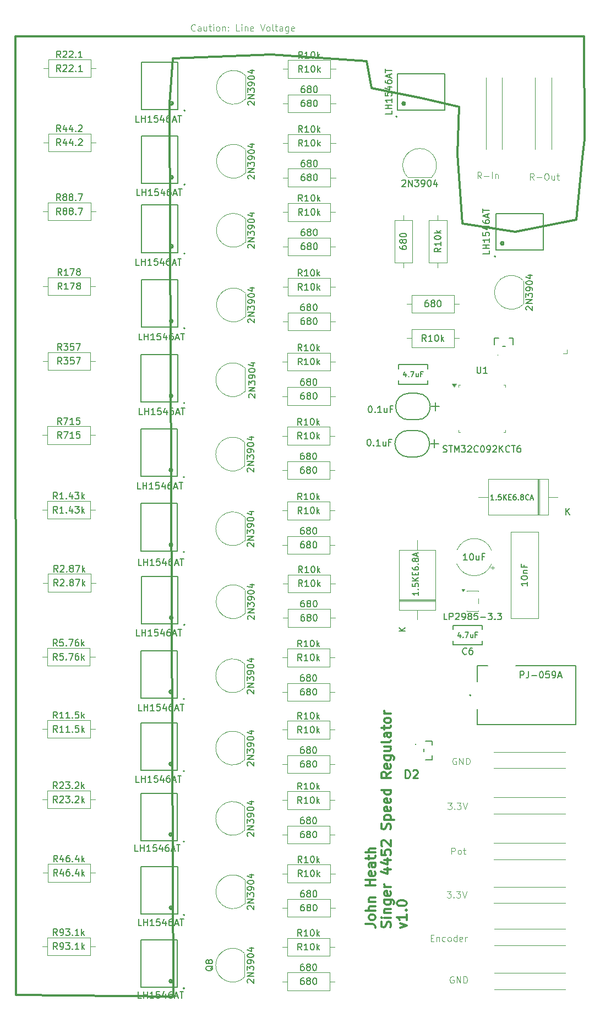
<source format=gbr>
%TF.GenerationSoftware,KiCad,Pcbnew,9.0.7*%
%TF.CreationDate,2026-01-29T13:55:36-08:00*%
%TF.ProjectId,regulator-PCB,72656775-6c61-4746-9f72-2d5043422e6b,rev?*%
%TF.SameCoordinates,Original*%
%TF.FileFunction,Legend,Top*%
%TF.FilePolarity,Positive*%
%FSLAX46Y46*%
G04 Gerber Fmt 4.6, Leading zero omitted, Abs format (unit mm)*
G04 Created by KiCad (PCBNEW 9.0.7) date 2026-01-29 13:55:36*
%MOMM*%
%LPD*%
G01*
G04 APERTURE LIST*
%ADD10C,0.300000*%
%ADD11C,0.100000*%
%ADD12C,0.150000*%
%ADD13C,0.254000*%
%ADD14C,0.120000*%
%ADD15C,0.200000*%
%ADD16C,0.152400*%
%ADD17C,0.127000*%
G04 APERTURE END LIST*
D10*
X77170996Y-165316917D02*
X78242425Y-165316917D01*
X78242425Y-165316917D02*
X78456710Y-165388346D01*
X78456710Y-165388346D02*
X78599568Y-165531203D01*
X78599568Y-165531203D02*
X78670996Y-165745489D01*
X78670996Y-165745489D02*
X78670996Y-165888346D01*
X78670996Y-164388346D02*
X78599568Y-164531203D01*
X78599568Y-164531203D02*
X78528139Y-164602632D01*
X78528139Y-164602632D02*
X78385282Y-164674060D01*
X78385282Y-164674060D02*
X77956710Y-164674060D01*
X77956710Y-164674060D02*
X77813853Y-164602632D01*
X77813853Y-164602632D02*
X77742425Y-164531203D01*
X77742425Y-164531203D02*
X77670996Y-164388346D01*
X77670996Y-164388346D02*
X77670996Y-164174060D01*
X77670996Y-164174060D02*
X77742425Y-164031203D01*
X77742425Y-164031203D02*
X77813853Y-163959775D01*
X77813853Y-163959775D02*
X77956710Y-163888346D01*
X77956710Y-163888346D02*
X78385282Y-163888346D01*
X78385282Y-163888346D02*
X78528139Y-163959775D01*
X78528139Y-163959775D02*
X78599568Y-164031203D01*
X78599568Y-164031203D02*
X78670996Y-164174060D01*
X78670996Y-164174060D02*
X78670996Y-164388346D01*
X78670996Y-163245489D02*
X77170996Y-163245489D01*
X78670996Y-162602632D02*
X77885282Y-162602632D01*
X77885282Y-162602632D02*
X77742425Y-162674060D01*
X77742425Y-162674060D02*
X77670996Y-162816917D01*
X77670996Y-162816917D02*
X77670996Y-163031203D01*
X77670996Y-163031203D02*
X77742425Y-163174060D01*
X77742425Y-163174060D02*
X77813853Y-163245489D01*
X77670996Y-161888346D02*
X78670996Y-161888346D01*
X77813853Y-161888346D02*
X77742425Y-161816917D01*
X77742425Y-161816917D02*
X77670996Y-161674060D01*
X77670996Y-161674060D02*
X77670996Y-161459774D01*
X77670996Y-161459774D02*
X77742425Y-161316917D01*
X77742425Y-161316917D02*
X77885282Y-161245489D01*
X77885282Y-161245489D02*
X78670996Y-161245489D01*
X78670996Y-159388346D02*
X77170996Y-159388346D01*
X77885282Y-159388346D02*
X77885282Y-158531203D01*
X78670996Y-158531203D02*
X77170996Y-158531203D01*
X78599568Y-157245488D02*
X78670996Y-157388345D01*
X78670996Y-157388345D02*
X78670996Y-157674060D01*
X78670996Y-157674060D02*
X78599568Y-157816917D01*
X78599568Y-157816917D02*
X78456710Y-157888345D01*
X78456710Y-157888345D02*
X77885282Y-157888345D01*
X77885282Y-157888345D02*
X77742425Y-157816917D01*
X77742425Y-157816917D02*
X77670996Y-157674060D01*
X77670996Y-157674060D02*
X77670996Y-157388345D01*
X77670996Y-157388345D02*
X77742425Y-157245488D01*
X77742425Y-157245488D02*
X77885282Y-157174060D01*
X77885282Y-157174060D02*
X78028139Y-157174060D01*
X78028139Y-157174060D02*
X78170996Y-157888345D01*
X78670996Y-155888346D02*
X77885282Y-155888346D01*
X77885282Y-155888346D02*
X77742425Y-155959774D01*
X77742425Y-155959774D02*
X77670996Y-156102631D01*
X77670996Y-156102631D02*
X77670996Y-156388346D01*
X77670996Y-156388346D02*
X77742425Y-156531203D01*
X78599568Y-155888346D02*
X78670996Y-156031203D01*
X78670996Y-156031203D02*
X78670996Y-156388346D01*
X78670996Y-156388346D02*
X78599568Y-156531203D01*
X78599568Y-156531203D02*
X78456710Y-156602631D01*
X78456710Y-156602631D02*
X78313853Y-156602631D01*
X78313853Y-156602631D02*
X78170996Y-156531203D01*
X78170996Y-156531203D02*
X78099568Y-156388346D01*
X78099568Y-156388346D02*
X78099568Y-156031203D01*
X78099568Y-156031203D02*
X78028139Y-155888346D01*
X77670996Y-155388345D02*
X77670996Y-154816917D01*
X77170996Y-155174060D02*
X78456710Y-155174060D01*
X78456710Y-155174060D02*
X78599568Y-155102631D01*
X78599568Y-155102631D02*
X78670996Y-154959774D01*
X78670996Y-154959774D02*
X78670996Y-154816917D01*
X78670996Y-154316917D02*
X77170996Y-154316917D01*
X78670996Y-153674060D02*
X77885282Y-153674060D01*
X77885282Y-153674060D02*
X77742425Y-153745488D01*
X77742425Y-153745488D02*
X77670996Y-153888345D01*
X77670996Y-153888345D02*
X77670996Y-154102631D01*
X77670996Y-154102631D02*
X77742425Y-154245488D01*
X77742425Y-154245488D02*
X77813853Y-154316917D01*
X81014484Y-165816917D02*
X81085912Y-165602632D01*
X81085912Y-165602632D02*
X81085912Y-165245489D01*
X81085912Y-165245489D02*
X81014484Y-165102632D01*
X81014484Y-165102632D02*
X80943055Y-165031203D01*
X80943055Y-165031203D02*
X80800198Y-164959774D01*
X80800198Y-164959774D02*
X80657341Y-164959774D01*
X80657341Y-164959774D02*
X80514484Y-165031203D01*
X80514484Y-165031203D02*
X80443055Y-165102632D01*
X80443055Y-165102632D02*
X80371626Y-165245489D01*
X80371626Y-165245489D02*
X80300198Y-165531203D01*
X80300198Y-165531203D02*
X80228769Y-165674060D01*
X80228769Y-165674060D02*
X80157341Y-165745489D01*
X80157341Y-165745489D02*
X80014484Y-165816917D01*
X80014484Y-165816917D02*
X79871626Y-165816917D01*
X79871626Y-165816917D02*
X79728769Y-165745489D01*
X79728769Y-165745489D02*
X79657341Y-165674060D01*
X79657341Y-165674060D02*
X79585912Y-165531203D01*
X79585912Y-165531203D02*
X79585912Y-165174060D01*
X79585912Y-165174060D02*
X79657341Y-164959774D01*
X81085912Y-164316918D02*
X80085912Y-164316918D01*
X79585912Y-164316918D02*
X79657341Y-164388346D01*
X79657341Y-164388346D02*
X79728769Y-164316918D01*
X79728769Y-164316918D02*
X79657341Y-164245489D01*
X79657341Y-164245489D02*
X79585912Y-164316918D01*
X79585912Y-164316918D02*
X79728769Y-164316918D01*
X80085912Y-163602632D02*
X81085912Y-163602632D01*
X80228769Y-163602632D02*
X80157341Y-163531203D01*
X80157341Y-163531203D02*
X80085912Y-163388346D01*
X80085912Y-163388346D02*
X80085912Y-163174060D01*
X80085912Y-163174060D02*
X80157341Y-163031203D01*
X80157341Y-163031203D02*
X80300198Y-162959775D01*
X80300198Y-162959775D02*
X81085912Y-162959775D01*
X80085912Y-161602632D02*
X81300198Y-161602632D01*
X81300198Y-161602632D02*
X81443055Y-161674060D01*
X81443055Y-161674060D02*
X81514484Y-161745489D01*
X81514484Y-161745489D02*
X81585912Y-161888346D01*
X81585912Y-161888346D02*
X81585912Y-162102632D01*
X81585912Y-162102632D02*
X81514484Y-162245489D01*
X81014484Y-161602632D02*
X81085912Y-161745489D01*
X81085912Y-161745489D02*
X81085912Y-162031203D01*
X81085912Y-162031203D02*
X81014484Y-162174060D01*
X81014484Y-162174060D02*
X80943055Y-162245489D01*
X80943055Y-162245489D02*
X80800198Y-162316917D01*
X80800198Y-162316917D02*
X80371626Y-162316917D01*
X80371626Y-162316917D02*
X80228769Y-162245489D01*
X80228769Y-162245489D02*
X80157341Y-162174060D01*
X80157341Y-162174060D02*
X80085912Y-162031203D01*
X80085912Y-162031203D02*
X80085912Y-161745489D01*
X80085912Y-161745489D02*
X80157341Y-161602632D01*
X81014484Y-160316917D02*
X81085912Y-160459774D01*
X81085912Y-160459774D02*
X81085912Y-160745489D01*
X81085912Y-160745489D02*
X81014484Y-160888346D01*
X81014484Y-160888346D02*
X80871626Y-160959774D01*
X80871626Y-160959774D02*
X80300198Y-160959774D01*
X80300198Y-160959774D02*
X80157341Y-160888346D01*
X80157341Y-160888346D02*
X80085912Y-160745489D01*
X80085912Y-160745489D02*
X80085912Y-160459774D01*
X80085912Y-160459774D02*
X80157341Y-160316917D01*
X80157341Y-160316917D02*
X80300198Y-160245489D01*
X80300198Y-160245489D02*
X80443055Y-160245489D01*
X80443055Y-160245489D02*
X80585912Y-160959774D01*
X81085912Y-159602632D02*
X80085912Y-159602632D01*
X80371626Y-159602632D02*
X80228769Y-159531203D01*
X80228769Y-159531203D02*
X80157341Y-159459775D01*
X80157341Y-159459775D02*
X80085912Y-159316917D01*
X80085912Y-159316917D02*
X80085912Y-159174060D01*
X80085912Y-156888347D02*
X81085912Y-156888347D01*
X79514484Y-157245489D02*
X80585912Y-157602632D01*
X80585912Y-157602632D02*
X80585912Y-156674061D01*
X80085912Y-155459776D02*
X81085912Y-155459776D01*
X79514484Y-155816918D02*
X80585912Y-156174061D01*
X80585912Y-156174061D02*
X80585912Y-155245490D01*
X79585912Y-153959776D02*
X79585912Y-154674062D01*
X79585912Y-154674062D02*
X80300198Y-154745490D01*
X80300198Y-154745490D02*
X80228769Y-154674062D01*
X80228769Y-154674062D02*
X80157341Y-154531205D01*
X80157341Y-154531205D02*
X80157341Y-154174062D01*
X80157341Y-154174062D02*
X80228769Y-154031205D01*
X80228769Y-154031205D02*
X80300198Y-153959776D01*
X80300198Y-153959776D02*
X80443055Y-153888347D01*
X80443055Y-153888347D02*
X80800198Y-153888347D01*
X80800198Y-153888347D02*
X80943055Y-153959776D01*
X80943055Y-153959776D02*
X81014484Y-154031205D01*
X81014484Y-154031205D02*
X81085912Y-154174062D01*
X81085912Y-154174062D02*
X81085912Y-154531205D01*
X81085912Y-154531205D02*
X81014484Y-154674062D01*
X81014484Y-154674062D02*
X80943055Y-154745490D01*
X79728769Y-153316919D02*
X79657341Y-153245491D01*
X79657341Y-153245491D02*
X79585912Y-153102634D01*
X79585912Y-153102634D02*
X79585912Y-152745491D01*
X79585912Y-152745491D02*
X79657341Y-152602634D01*
X79657341Y-152602634D02*
X79728769Y-152531205D01*
X79728769Y-152531205D02*
X79871626Y-152459776D01*
X79871626Y-152459776D02*
X80014484Y-152459776D01*
X80014484Y-152459776D02*
X80228769Y-152531205D01*
X80228769Y-152531205D02*
X81085912Y-153388348D01*
X81085912Y-153388348D02*
X81085912Y-152459776D01*
X81014484Y-150745491D02*
X81085912Y-150531206D01*
X81085912Y-150531206D02*
X81085912Y-150174063D01*
X81085912Y-150174063D02*
X81014484Y-150031206D01*
X81014484Y-150031206D02*
X80943055Y-149959777D01*
X80943055Y-149959777D02*
X80800198Y-149888348D01*
X80800198Y-149888348D02*
X80657341Y-149888348D01*
X80657341Y-149888348D02*
X80514484Y-149959777D01*
X80514484Y-149959777D02*
X80443055Y-150031206D01*
X80443055Y-150031206D02*
X80371626Y-150174063D01*
X80371626Y-150174063D02*
X80300198Y-150459777D01*
X80300198Y-150459777D02*
X80228769Y-150602634D01*
X80228769Y-150602634D02*
X80157341Y-150674063D01*
X80157341Y-150674063D02*
X80014484Y-150745491D01*
X80014484Y-150745491D02*
X79871626Y-150745491D01*
X79871626Y-150745491D02*
X79728769Y-150674063D01*
X79728769Y-150674063D02*
X79657341Y-150602634D01*
X79657341Y-150602634D02*
X79585912Y-150459777D01*
X79585912Y-150459777D02*
X79585912Y-150102634D01*
X79585912Y-150102634D02*
X79657341Y-149888348D01*
X80085912Y-149245492D02*
X81585912Y-149245492D01*
X80157341Y-149245492D02*
X80085912Y-149102635D01*
X80085912Y-149102635D02*
X80085912Y-148816920D01*
X80085912Y-148816920D02*
X80157341Y-148674063D01*
X80157341Y-148674063D02*
X80228769Y-148602635D01*
X80228769Y-148602635D02*
X80371626Y-148531206D01*
X80371626Y-148531206D02*
X80800198Y-148531206D01*
X80800198Y-148531206D02*
X80943055Y-148602635D01*
X80943055Y-148602635D02*
X81014484Y-148674063D01*
X81014484Y-148674063D02*
X81085912Y-148816920D01*
X81085912Y-148816920D02*
X81085912Y-149102635D01*
X81085912Y-149102635D02*
X81014484Y-149245492D01*
X81014484Y-147316920D02*
X81085912Y-147459777D01*
X81085912Y-147459777D02*
X81085912Y-147745492D01*
X81085912Y-147745492D02*
X81014484Y-147888349D01*
X81014484Y-147888349D02*
X80871626Y-147959777D01*
X80871626Y-147959777D02*
X80300198Y-147959777D01*
X80300198Y-147959777D02*
X80157341Y-147888349D01*
X80157341Y-147888349D02*
X80085912Y-147745492D01*
X80085912Y-147745492D02*
X80085912Y-147459777D01*
X80085912Y-147459777D02*
X80157341Y-147316920D01*
X80157341Y-147316920D02*
X80300198Y-147245492D01*
X80300198Y-147245492D02*
X80443055Y-147245492D01*
X80443055Y-147245492D02*
X80585912Y-147959777D01*
X81014484Y-146031206D02*
X81085912Y-146174063D01*
X81085912Y-146174063D02*
X81085912Y-146459778D01*
X81085912Y-146459778D02*
X81014484Y-146602635D01*
X81014484Y-146602635D02*
X80871626Y-146674063D01*
X80871626Y-146674063D02*
X80300198Y-146674063D01*
X80300198Y-146674063D02*
X80157341Y-146602635D01*
X80157341Y-146602635D02*
X80085912Y-146459778D01*
X80085912Y-146459778D02*
X80085912Y-146174063D01*
X80085912Y-146174063D02*
X80157341Y-146031206D01*
X80157341Y-146031206D02*
X80300198Y-145959778D01*
X80300198Y-145959778D02*
X80443055Y-145959778D01*
X80443055Y-145959778D02*
X80585912Y-146674063D01*
X81085912Y-144674064D02*
X79585912Y-144674064D01*
X81014484Y-144674064D02*
X81085912Y-144816921D01*
X81085912Y-144816921D02*
X81085912Y-145102635D01*
X81085912Y-145102635D02*
X81014484Y-145245492D01*
X81014484Y-145245492D02*
X80943055Y-145316921D01*
X80943055Y-145316921D02*
X80800198Y-145388349D01*
X80800198Y-145388349D02*
X80371626Y-145388349D01*
X80371626Y-145388349D02*
X80228769Y-145316921D01*
X80228769Y-145316921D02*
X80157341Y-145245492D01*
X80157341Y-145245492D02*
X80085912Y-145102635D01*
X80085912Y-145102635D02*
X80085912Y-144816921D01*
X80085912Y-144816921D02*
X80157341Y-144674064D01*
X81085912Y-141959778D02*
X80371626Y-142459778D01*
X81085912Y-142816921D02*
X79585912Y-142816921D01*
X79585912Y-142816921D02*
X79585912Y-142245492D01*
X79585912Y-142245492D02*
X79657341Y-142102635D01*
X79657341Y-142102635D02*
X79728769Y-142031206D01*
X79728769Y-142031206D02*
X79871626Y-141959778D01*
X79871626Y-141959778D02*
X80085912Y-141959778D01*
X80085912Y-141959778D02*
X80228769Y-142031206D01*
X80228769Y-142031206D02*
X80300198Y-142102635D01*
X80300198Y-142102635D02*
X80371626Y-142245492D01*
X80371626Y-142245492D02*
X80371626Y-142816921D01*
X81014484Y-140745492D02*
X81085912Y-140888349D01*
X81085912Y-140888349D02*
X81085912Y-141174064D01*
X81085912Y-141174064D02*
X81014484Y-141316921D01*
X81014484Y-141316921D02*
X80871626Y-141388349D01*
X80871626Y-141388349D02*
X80300198Y-141388349D01*
X80300198Y-141388349D02*
X80157341Y-141316921D01*
X80157341Y-141316921D02*
X80085912Y-141174064D01*
X80085912Y-141174064D02*
X80085912Y-140888349D01*
X80085912Y-140888349D02*
X80157341Y-140745492D01*
X80157341Y-140745492D02*
X80300198Y-140674064D01*
X80300198Y-140674064D02*
X80443055Y-140674064D01*
X80443055Y-140674064D02*
X80585912Y-141388349D01*
X80085912Y-139388350D02*
X81300198Y-139388350D01*
X81300198Y-139388350D02*
X81443055Y-139459778D01*
X81443055Y-139459778D02*
X81514484Y-139531207D01*
X81514484Y-139531207D02*
X81585912Y-139674064D01*
X81585912Y-139674064D02*
X81585912Y-139888350D01*
X81585912Y-139888350D02*
X81514484Y-140031207D01*
X81014484Y-139388350D02*
X81085912Y-139531207D01*
X81085912Y-139531207D02*
X81085912Y-139816921D01*
X81085912Y-139816921D02*
X81014484Y-139959778D01*
X81014484Y-139959778D02*
X80943055Y-140031207D01*
X80943055Y-140031207D02*
X80800198Y-140102635D01*
X80800198Y-140102635D02*
X80371626Y-140102635D01*
X80371626Y-140102635D02*
X80228769Y-140031207D01*
X80228769Y-140031207D02*
X80157341Y-139959778D01*
X80157341Y-139959778D02*
X80085912Y-139816921D01*
X80085912Y-139816921D02*
X80085912Y-139531207D01*
X80085912Y-139531207D02*
X80157341Y-139388350D01*
X80085912Y-138031207D02*
X81085912Y-138031207D01*
X80085912Y-138674064D02*
X80871626Y-138674064D01*
X80871626Y-138674064D02*
X81014484Y-138602635D01*
X81014484Y-138602635D02*
X81085912Y-138459778D01*
X81085912Y-138459778D02*
X81085912Y-138245492D01*
X81085912Y-138245492D02*
X81014484Y-138102635D01*
X81014484Y-138102635D02*
X80943055Y-138031207D01*
X81085912Y-137102635D02*
X81014484Y-137245492D01*
X81014484Y-137245492D02*
X80871626Y-137316921D01*
X80871626Y-137316921D02*
X79585912Y-137316921D01*
X81085912Y-135888350D02*
X80300198Y-135888350D01*
X80300198Y-135888350D02*
X80157341Y-135959778D01*
X80157341Y-135959778D02*
X80085912Y-136102635D01*
X80085912Y-136102635D02*
X80085912Y-136388350D01*
X80085912Y-136388350D02*
X80157341Y-136531207D01*
X81014484Y-135888350D02*
X81085912Y-136031207D01*
X81085912Y-136031207D02*
X81085912Y-136388350D01*
X81085912Y-136388350D02*
X81014484Y-136531207D01*
X81014484Y-136531207D02*
X80871626Y-136602635D01*
X80871626Y-136602635D02*
X80728769Y-136602635D01*
X80728769Y-136602635D02*
X80585912Y-136531207D01*
X80585912Y-136531207D02*
X80514484Y-136388350D01*
X80514484Y-136388350D02*
X80514484Y-136031207D01*
X80514484Y-136031207D02*
X80443055Y-135888350D01*
X80085912Y-135388349D02*
X80085912Y-134816921D01*
X79585912Y-135174064D02*
X80871626Y-135174064D01*
X80871626Y-135174064D02*
X81014484Y-135102635D01*
X81014484Y-135102635D02*
X81085912Y-134959778D01*
X81085912Y-134959778D02*
X81085912Y-134816921D01*
X81085912Y-134102635D02*
X81014484Y-134245492D01*
X81014484Y-134245492D02*
X80943055Y-134316921D01*
X80943055Y-134316921D02*
X80800198Y-134388349D01*
X80800198Y-134388349D02*
X80371626Y-134388349D01*
X80371626Y-134388349D02*
X80228769Y-134316921D01*
X80228769Y-134316921D02*
X80157341Y-134245492D01*
X80157341Y-134245492D02*
X80085912Y-134102635D01*
X80085912Y-134102635D02*
X80085912Y-133888349D01*
X80085912Y-133888349D02*
X80157341Y-133745492D01*
X80157341Y-133745492D02*
X80228769Y-133674064D01*
X80228769Y-133674064D02*
X80371626Y-133602635D01*
X80371626Y-133602635D02*
X80800198Y-133602635D01*
X80800198Y-133602635D02*
X80943055Y-133674064D01*
X80943055Y-133674064D02*
X81014484Y-133745492D01*
X81014484Y-133745492D02*
X81085912Y-133888349D01*
X81085912Y-133888349D02*
X81085912Y-134102635D01*
X81085912Y-132959778D02*
X80085912Y-132959778D01*
X80371626Y-132959778D02*
X80228769Y-132888349D01*
X80228769Y-132888349D02*
X80157341Y-132816921D01*
X80157341Y-132816921D02*
X80085912Y-132674063D01*
X80085912Y-132674063D02*
X80085912Y-132531206D01*
X82500828Y-165888346D02*
X83500828Y-165531203D01*
X83500828Y-165531203D02*
X82500828Y-165174060D01*
X83500828Y-163816917D02*
X83500828Y-164674060D01*
X83500828Y-164245489D02*
X82000828Y-164245489D01*
X82000828Y-164245489D02*
X82215114Y-164388346D01*
X82215114Y-164388346D02*
X82357971Y-164531203D01*
X82357971Y-164531203D02*
X82429400Y-164674060D01*
X83357971Y-163174061D02*
X83429400Y-163102632D01*
X83429400Y-163102632D02*
X83500828Y-163174061D01*
X83500828Y-163174061D02*
X83429400Y-163245489D01*
X83429400Y-163245489D02*
X83357971Y-163174061D01*
X83357971Y-163174061D02*
X83500828Y-163174061D01*
X82000828Y-162174060D02*
X82000828Y-162031203D01*
X82000828Y-162031203D02*
X82072257Y-161888346D01*
X82072257Y-161888346D02*
X82143685Y-161816918D01*
X82143685Y-161816918D02*
X82286542Y-161745489D01*
X82286542Y-161745489D02*
X82572257Y-161674060D01*
X82572257Y-161674060D02*
X82929400Y-161674060D01*
X82929400Y-161674060D02*
X83215114Y-161745489D01*
X83215114Y-161745489D02*
X83357971Y-161816918D01*
X83357971Y-161816918D02*
X83429400Y-161888346D01*
X83429400Y-161888346D02*
X83500828Y-162031203D01*
X83500828Y-162031203D02*
X83500828Y-162174060D01*
X83500828Y-162174060D02*
X83429400Y-162316918D01*
X83429400Y-162316918D02*
X83357971Y-162388346D01*
X83357971Y-162388346D02*
X83215114Y-162459775D01*
X83215114Y-162459775D02*
X82929400Y-162531203D01*
X82929400Y-162531203D02*
X82572257Y-162531203D01*
X82572257Y-162531203D02*
X82286542Y-162459775D01*
X82286542Y-162459775D02*
X82143685Y-162388346D01*
X82143685Y-162388346D02*
X82072257Y-162316918D01*
X82072257Y-162316918D02*
X82000828Y-162174060D01*
D11*
X89808646Y-146672419D02*
X90427693Y-146672419D01*
X90427693Y-146672419D02*
X90094360Y-147053371D01*
X90094360Y-147053371D02*
X90237217Y-147053371D01*
X90237217Y-147053371D02*
X90332455Y-147100990D01*
X90332455Y-147100990D02*
X90380074Y-147148609D01*
X90380074Y-147148609D02*
X90427693Y-147243847D01*
X90427693Y-147243847D02*
X90427693Y-147481942D01*
X90427693Y-147481942D02*
X90380074Y-147577180D01*
X90380074Y-147577180D02*
X90332455Y-147624800D01*
X90332455Y-147624800D02*
X90237217Y-147672419D01*
X90237217Y-147672419D02*
X89951503Y-147672419D01*
X89951503Y-147672419D02*
X89856265Y-147624800D01*
X89856265Y-147624800D02*
X89808646Y-147577180D01*
X90856265Y-147577180D02*
X90903884Y-147624800D01*
X90903884Y-147624800D02*
X90856265Y-147672419D01*
X90856265Y-147672419D02*
X90808646Y-147624800D01*
X90808646Y-147624800D02*
X90856265Y-147577180D01*
X90856265Y-147577180D02*
X90856265Y-147672419D01*
X91237217Y-146672419D02*
X91856264Y-146672419D01*
X91856264Y-146672419D02*
X91522931Y-147053371D01*
X91522931Y-147053371D02*
X91665788Y-147053371D01*
X91665788Y-147053371D02*
X91761026Y-147100990D01*
X91761026Y-147100990D02*
X91808645Y-147148609D01*
X91808645Y-147148609D02*
X91856264Y-147243847D01*
X91856264Y-147243847D02*
X91856264Y-147481942D01*
X91856264Y-147481942D02*
X91808645Y-147577180D01*
X91808645Y-147577180D02*
X91761026Y-147624800D01*
X91761026Y-147624800D02*
X91665788Y-147672419D01*
X91665788Y-147672419D02*
X91380074Y-147672419D01*
X91380074Y-147672419D02*
X91284836Y-147624800D01*
X91284836Y-147624800D02*
X91237217Y-147577180D01*
X92141979Y-146672419D02*
X92475312Y-147672419D01*
X92475312Y-147672419D02*
X92808645Y-146672419D01*
X89708646Y-160272419D02*
X90327693Y-160272419D01*
X90327693Y-160272419D02*
X89994360Y-160653371D01*
X89994360Y-160653371D02*
X90137217Y-160653371D01*
X90137217Y-160653371D02*
X90232455Y-160700990D01*
X90232455Y-160700990D02*
X90280074Y-160748609D01*
X90280074Y-160748609D02*
X90327693Y-160843847D01*
X90327693Y-160843847D02*
X90327693Y-161081942D01*
X90327693Y-161081942D02*
X90280074Y-161177180D01*
X90280074Y-161177180D02*
X90232455Y-161224800D01*
X90232455Y-161224800D02*
X90137217Y-161272419D01*
X90137217Y-161272419D02*
X89851503Y-161272419D01*
X89851503Y-161272419D02*
X89756265Y-161224800D01*
X89756265Y-161224800D02*
X89708646Y-161177180D01*
X90756265Y-161177180D02*
X90803884Y-161224800D01*
X90803884Y-161224800D02*
X90756265Y-161272419D01*
X90756265Y-161272419D02*
X90708646Y-161224800D01*
X90708646Y-161224800D02*
X90756265Y-161177180D01*
X90756265Y-161177180D02*
X90756265Y-161272419D01*
X91137217Y-160272419D02*
X91756264Y-160272419D01*
X91756264Y-160272419D02*
X91422931Y-160653371D01*
X91422931Y-160653371D02*
X91565788Y-160653371D01*
X91565788Y-160653371D02*
X91661026Y-160700990D01*
X91661026Y-160700990D02*
X91708645Y-160748609D01*
X91708645Y-160748609D02*
X91756264Y-160843847D01*
X91756264Y-160843847D02*
X91756264Y-161081942D01*
X91756264Y-161081942D02*
X91708645Y-161177180D01*
X91708645Y-161177180D02*
X91661026Y-161224800D01*
X91661026Y-161224800D02*
X91565788Y-161272419D01*
X91565788Y-161272419D02*
X91280074Y-161272419D01*
X91280074Y-161272419D02*
X91184836Y-161224800D01*
X91184836Y-161224800D02*
X91137217Y-161177180D01*
X92041979Y-160272419D02*
X92375312Y-161272419D01*
X92375312Y-161272419D02*
X92708645Y-160272419D01*
X90403884Y-154572419D02*
X90403884Y-153572419D01*
X90403884Y-153572419D02*
X90784836Y-153572419D01*
X90784836Y-153572419D02*
X90880074Y-153620038D01*
X90880074Y-153620038D02*
X90927693Y-153667657D01*
X90927693Y-153667657D02*
X90975312Y-153762895D01*
X90975312Y-153762895D02*
X90975312Y-153905752D01*
X90975312Y-153905752D02*
X90927693Y-154000990D01*
X90927693Y-154000990D02*
X90880074Y-154048609D01*
X90880074Y-154048609D02*
X90784836Y-154096228D01*
X90784836Y-154096228D02*
X90403884Y-154096228D01*
X91546741Y-154572419D02*
X91451503Y-154524800D01*
X91451503Y-154524800D02*
X91403884Y-154477180D01*
X91403884Y-154477180D02*
X91356265Y-154381942D01*
X91356265Y-154381942D02*
X91356265Y-154096228D01*
X91356265Y-154096228D02*
X91403884Y-154000990D01*
X91403884Y-154000990D02*
X91451503Y-153953371D01*
X91451503Y-153953371D02*
X91546741Y-153905752D01*
X91546741Y-153905752D02*
X91689598Y-153905752D01*
X91689598Y-153905752D02*
X91784836Y-153953371D01*
X91784836Y-153953371D02*
X91832455Y-154000990D01*
X91832455Y-154000990D02*
X91880074Y-154096228D01*
X91880074Y-154096228D02*
X91880074Y-154381942D01*
X91880074Y-154381942D02*
X91832455Y-154477180D01*
X91832455Y-154477180D02*
X91784836Y-154524800D01*
X91784836Y-154524800D02*
X91689598Y-154572419D01*
X91689598Y-154572419D02*
X91546741Y-154572419D01*
X92165789Y-153905752D02*
X92546741Y-153905752D01*
X92308646Y-153572419D02*
X92308646Y-154429561D01*
X92308646Y-154429561D02*
X92356265Y-154524800D01*
X92356265Y-154524800D02*
X92451503Y-154572419D01*
X92451503Y-154572419D02*
X92546741Y-154572419D01*
X87203884Y-167448609D02*
X87537217Y-167448609D01*
X87680074Y-167972419D02*
X87203884Y-167972419D01*
X87203884Y-167972419D02*
X87203884Y-166972419D01*
X87203884Y-166972419D02*
X87680074Y-166972419D01*
X88108646Y-167305752D02*
X88108646Y-167972419D01*
X88108646Y-167400990D02*
X88156265Y-167353371D01*
X88156265Y-167353371D02*
X88251503Y-167305752D01*
X88251503Y-167305752D02*
X88394360Y-167305752D01*
X88394360Y-167305752D02*
X88489598Y-167353371D01*
X88489598Y-167353371D02*
X88537217Y-167448609D01*
X88537217Y-167448609D02*
X88537217Y-167972419D01*
X89441979Y-167924800D02*
X89346741Y-167972419D01*
X89346741Y-167972419D02*
X89156265Y-167972419D01*
X89156265Y-167972419D02*
X89061027Y-167924800D01*
X89061027Y-167924800D02*
X89013408Y-167877180D01*
X89013408Y-167877180D02*
X88965789Y-167781942D01*
X88965789Y-167781942D02*
X88965789Y-167496228D01*
X88965789Y-167496228D02*
X89013408Y-167400990D01*
X89013408Y-167400990D02*
X89061027Y-167353371D01*
X89061027Y-167353371D02*
X89156265Y-167305752D01*
X89156265Y-167305752D02*
X89346741Y-167305752D01*
X89346741Y-167305752D02*
X89441979Y-167353371D01*
X90013408Y-167972419D02*
X89918170Y-167924800D01*
X89918170Y-167924800D02*
X89870551Y-167877180D01*
X89870551Y-167877180D02*
X89822932Y-167781942D01*
X89822932Y-167781942D02*
X89822932Y-167496228D01*
X89822932Y-167496228D02*
X89870551Y-167400990D01*
X89870551Y-167400990D02*
X89918170Y-167353371D01*
X89918170Y-167353371D02*
X90013408Y-167305752D01*
X90013408Y-167305752D02*
X90156265Y-167305752D01*
X90156265Y-167305752D02*
X90251503Y-167353371D01*
X90251503Y-167353371D02*
X90299122Y-167400990D01*
X90299122Y-167400990D02*
X90346741Y-167496228D01*
X90346741Y-167496228D02*
X90346741Y-167781942D01*
X90346741Y-167781942D02*
X90299122Y-167877180D01*
X90299122Y-167877180D02*
X90251503Y-167924800D01*
X90251503Y-167924800D02*
X90156265Y-167972419D01*
X90156265Y-167972419D02*
X90013408Y-167972419D01*
X91203884Y-167972419D02*
X91203884Y-166972419D01*
X91203884Y-167924800D02*
X91108646Y-167972419D01*
X91108646Y-167972419D02*
X90918170Y-167972419D01*
X90918170Y-167972419D02*
X90822932Y-167924800D01*
X90822932Y-167924800D02*
X90775313Y-167877180D01*
X90775313Y-167877180D02*
X90727694Y-167781942D01*
X90727694Y-167781942D02*
X90727694Y-167496228D01*
X90727694Y-167496228D02*
X90775313Y-167400990D01*
X90775313Y-167400990D02*
X90822932Y-167353371D01*
X90822932Y-167353371D02*
X90918170Y-167305752D01*
X90918170Y-167305752D02*
X91108646Y-167305752D01*
X91108646Y-167305752D02*
X91203884Y-167353371D01*
X92061027Y-167924800D02*
X91965789Y-167972419D01*
X91965789Y-167972419D02*
X91775313Y-167972419D01*
X91775313Y-167972419D02*
X91680075Y-167924800D01*
X91680075Y-167924800D02*
X91632456Y-167829561D01*
X91632456Y-167829561D02*
X91632456Y-167448609D01*
X91632456Y-167448609D02*
X91680075Y-167353371D01*
X91680075Y-167353371D02*
X91775313Y-167305752D01*
X91775313Y-167305752D02*
X91965789Y-167305752D01*
X91965789Y-167305752D02*
X92061027Y-167353371D01*
X92061027Y-167353371D02*
X92108646Y-167448609D01*
X92108646Y-167448609D02*
X92108646Y-167543847D01*
X92108646Y-167543847D02*
X91632456Y-167639085D01*
X92537218Y-167972419D02*
X92537218Y-167305752D01*
X92537218Y-167496228D02*
X92584837Y-167400990D01*
X92584837Y-167400990D02*
X92632456Y-167353371D01*
X92632456Y-167353371D02*
X92727694Y-167305752D01*
X92727694Y-167305752D02*
X92822932Y-167305752D01*
X91127693Y-139820038D02*
X91032455Y-139772419D01*
X91032455Y-139772419D02*
X90889598Y-139772419D01*
X90889598Y-139772419D02*
X90746741Y-139820038D01*
X90746741Y-139820038D02*
X90651503Y-139915276D01*
X90651503Y-139915276D02*
X90603884Y-140010514D01*
X90603884Y-140010514D02*
X90556265Y-140200990D01*
X90556265Y-140200990D02*
X90556265Y-140343847D01*
X90556265Y-140343847D02*
X90603884Y-140534323D01*
X90603884Y-140534323D02*
X90651503Y-140629561D01*
X90651503Y-140629561D02*
X90746741Y-140724800D01*
X90746741Y-140724800D02*
X90889598Y-140772419D01*
X90889598Y-140772419D02*
X90984836Y-140772419D01*
X90984836Y-140772419D02*
X91127693Y-140724800D01*
X91127693Y-140724800D02*
X91175312Y-140677180D01*
X91175312Y-140677180D02*
X91175312Y-140343847D01*
X91175312Y-140343847D02*
X90984836Y-140343847D01*
X91603884Y-140772419D02*
X91603884Y-139772419D01*
X91603884Y-139772419D02*
X92175312Y-140772419D01*
X92175312Y-140772419D02*
X92175312Y-139772419D01*
X92651503Y-140772419D02*
X92651503Y-139772419D01*
X92651503Y-139772419D02*
X92889598Y-139772419D01*
X92889598Y-139772419D02*
X93032455Y-139820038D01*
X93032455Y-139820038D02*
X93127693Y-139915276D01*
X93127693Y-139915276D02*
X93175312Y-140010514D01*
X93175312Y-140010514D02*
X93222931Y-140200990D01*
X93222931Y-140200990D02*
X93222931Y-140343847D01*
X93222931Y-140343847D02*
X93175312Y-140534323D01*
X93175312Y-140534323D02*
X93127693Y-140629561D01*
X93127693Y-140629561D02*
X93032455Y-140724800D01*
X93032455Y-140724800D02*
X92889598Y-140772419D01*
X92889598Y-140772419D02*
X92651503Y-140772419D01*
X90727693Y-173420038D02*
X90632455Y-173372419D01*
X90632455Y-173372419D02*
X90489598Y-173372419D01*
X90489598Y-173372419D02*
X90346741Y-173420038D01*
X90346741Y-173420038D02*
X90251503Y-173515276D01*
X90251503Y-173515276D02*
X90203884Y-173610514D01*
X90203884Y-173610514D02*
X90156265Y-173800990D01*
X90156265Y-173800990D02*
X90156265Y-173943847D01*
X90156265Y-173943847D02*
X90203884Y-174134323D01*
X90203884Y-174134323D02*
X90251503Y-174229561D01*
X90251503Y-174229561D02*
X90346741Y-174324800D01*
X90346741Y-174324800D02*
X90489598Y-174372419D01*
X90489598Y-174372419D02*
X90584836Y-174372419D01*
X90584836Y-174372419D02*
X90727693Y-174324800D01*
X90727693Y-174324800D02*
X90775312Y-174277180D01*
X90775312Y-174277180D02*
X90775312Y-173943847D01*
X90775312Y-173943847D02*
X90584836Y-173943847D01*
X91203884Y-174372419D02*
X91203884Y-173372419D01*
X91203884Y-173372419D02*
X91775312Y-174372419D01*
X91775312Y-174372419D02*
X91775312Y-173372419D01*
X92251503Y-174372419D02*
X92251503Y-173372419D01*
X92251503Y-173372419D02*
X92489598Y-173372419D01*
X92489598Y-173372419D02*
X92632455Y-173420038D01*
X92632455Y-173420038D02*
X92727693Y-173515276D01*
X92727693Y-173515276D02*
X92775312Y-173610514D01*
X92775312Y-173610514D02*
X92822931Y-173800990D01*
X92822931Y-173800990D02*
X92822931Y-173943847D01*
X92822931Y-173943847D02*
X92775312Y-174134323D01*
X92775312Y-174134323D02*
X92727693Y-174229561D01*
X92727693Y-174229561D02*
X92632455Y-174324800D01*
X92632455Y-174324800D02*
X92489598Y-174372419D01*
X92489598Y-174372419D02*
X92251503Y-174372419D01*
X50975312Y-27877180D02*
X50927693Y-27924800D01*
X50927693Y-27924800D02*
X50784836Y-27972419D01*
X50784836Y-27972419D02*
X50689598Y-27972419D01*
X50689598Y-27972419D02*
X50546741Y-27924800D01*
X50546741Y-27924800D02*
X50451503Y-27829561D01*
X50451503Y-27829561D02*
X50403884Y-27734323D01*
X50403884Y-27734323D02*
X50356265Y-27543847D01*
X50356265Y-27543847D02*
X50356265Y-27400990D01*
X50356265Y-27400990D02*
X50403884Y-27210514D01*
X50403884Y-27210514D02*
X50451503Y-27115276D01*
X50451503Y-27115276D02*
X50546741Y-27020038D01*
X50546741Y-27020038D02*
X50689598Y-26972419D01*
X50689598Y-26972419D02*
X50784836Y-26972419D01*
X50784836Y-26972419D02*
X50927693Y-27020038D01*
X50927693Y-27020038D02*
X50975312Y-27067657D01*
X51832455Y-27972419D02*
X51832455Y-27448609D01*
X51832455Y-27448609D02*
X51784836Y-27353371D01*
X51784836Y-27353371D02*
X51689598Y-27305752D01*
X51689598Y-27305752D02*
X51499122Y-27305752D01*
X51499122Y-27305752D02*
X51403884Y-27353371D01*
X51832455Y-27924800D02*
X51737217Y-27972419D01*
X51737217Y-27972419D02*
X51499122Y-27972419D01*
X51499122Y-27972419D02*
X51403884Y-27924800D01*
X51403884Y-27924800D02*
X51356265Y-27829561D01*
X51356265Y-27829561D02*
X51356265Y-27734323D01*
X51356265Y-27734323D02*
X51403884Y-27639085D01*
X51403884Y-27639085D02*
X51499122Y-27591466D01*
X51499122Y-27591466D02*
X51737217Y-27591466D01*
X51737217Y-27591466D02*
X51832455Y-27543847D01*
X52737217Y-27305752D02*
X52737217Y-27972419D01*
X52308646Y-27305752D02*
X52308646Y-27829561D01*
X52308646Y-27829561D02*
X52356265Y-27924800D01*
X52356265Y-27924800D02*
X52451503Y-27972419D01*
X52451503Y-27972419D02*
X52594360Y-27972419D01*
X52594360Y-27972419D02*
X52689598Y-27924800D01*
X52689598Y-27924800D02*
X52737217Y-27877180D01*
X53070551Y-27305752D02*
X53451503Y-27305752D01*
X53213408Y-26972419D02*
X53213408Y-27829561D01*
X53213408Y-27829561D02*
X53261027Y-27924800D01*
X53261027Y-27924800D02*
X53356265Y-27972419D01*
X53356265Y-27972419D02*
X53451503Y-27972419D01*
X53784837Y-27972419D02*
X53784837Y-27305752D01*
X53784837Y-26972419D02*
X53737218Y-27020038D01*
X53737218Y-27020038D02*
X53784837Y-27067657D01*
X53784837Y-27067657D02*
X53832456Y-27020038D01*
X53832456Y-27020038D02*
X53784837Y-26972419D01*
X53784837Y-26972419D02*
X53784837Y-27067657D01*
X54403884Y-27972419D02*
X54308646Y-27924800D01*
X54308646Y-27924800D02*
X54261027Y-27877180D01*
X54261027Y-27877180D02*
X54213408Y-27781942D01*
X54213408Y-27781942D02*
X54213408Y-27496228D01*
X54213408Y-27496228D02*
X54261027Y-27400990D01*
X54261027Y-27400990D02*
X54308646Y-27353371D01*
X54308646Y-27353371D02*
X54403884Y-27305752D01*
X54403884Y-27305752D02*
X54546741Y-27305752D01*
X54546741Y-27305752D02*
X54641979Y-27353371D01*
X54641979Y-27353371D02*
X54689598Y-27400990D01*
X54689598Y-27400990D02*
X54737217Y-27496228D01*
X54737217Y-27496228D02*
X54737217Y-27781942D01*
X54737217Y-27781942D02*
X54689598Y-27877180D01*
X54689598Y-27877180D02*
X54641979Y-27924800D01*
X54641979Y-27924800D02*
X54546741Y-27972419D01*
X54546741Y-27972419D02*
X54403884Y-27972419D01*
X55165789Y-27305752D02*
X55165789Y-27972419D01*
X55165789Y-27400990D02*
X55213408Y-27353371D01*
X55213408Y-27353371D02*
X55308646Y-27305752D01*
X55308646Y-27305752D02*
X55451503Y-27305752D01*
X55451503Y-27305752D02*
X55546741Y-27353371D01*
X55546741Y-27353371D02*
X55594360Y-27448609D01*
X55594360Y-27448609D02*
X55594360Y-27972419D01*
X56070551Y-27877180D02*
X56118170Y-27924800D01*
X56118170Y-27924800D02*
X56070551Y-27972419D01*
X56070551Y-27972419D02*
X56022932Y-27924800D01*
X56022932Y-27924800D02*
X56070551Y-27877180D01*
X56070551Y-27877180D02*
X56070551Y-27972419D01*
X56070551Y-27353371D02*
X56118170Y-27400990D01*
X56118170Y-27400990D02*
X56070551Y-27448609D01*
X56070551Y-27448609D02*
X56022932Y-27400990D01*
X56022932Y-27400990D02*
X56070551Y-27353371D01*
X56070551Y-27353371D02*
X56070551Y-27448609D01*
X57784836Y-27972419D02*
X57308646Y-27972419D01*
X57308646Y-27972419D02*
X57308646Y-26972419D01*
X58118170Y-27972419D02*
X58118170Y-27305752D01*
X58118170Y-26972419D02*
X58070551Y-27020038D01*
X58070551Y-27020038D02*
X58118170Y-27067657D01*
X58118170Y-27067657D02*
X58165789Y-27020038D01*
X58165789Y-27020038D02*
X58118170Y-26972419D01*
X58118170Y-26972419D02*
X58118170Y-27067657D01*
X58594360Y-27305752D02*
X58594360Y-27972419D01*
X58594360Y-27400990D02*
X58641979Y-27353371D01*
X58641979Y-27353371D02*
X58737217Y-27305752D01*
X58737217Y-27305752D02*
X58880074Y-27305752D01*
X58880074Y-27305752D02*
X58975312Y-27353371D01*
X58975312Y-27353371D02*
X59022931Y-27448609D01*
X59022931Y-27448609D02*
X59022931Y-27972419D01*
X59880074Y-27924800D02*
X59784836Y-27972419D01*
X59784836Y-27972419D02*
X59594360Y-27972419D01*
X59594360Y-27972419D02*
X59499122Y-27924800D01*
X59499122Y-27924800D02*
X59451503Y-27829561D01*
X59451503Y-27829561D02*
X59451503Y-27448609D01*
X59451503Y-27448609D02*
X59499122Y-27353371D01*
X59499122Y-27353371D02*
X59594360Y-27305752D01*
X59594360Y-27305752D02*
X59784836Y-27305752D01*
X59784836Y-27305752D02*
X59880074Y-27353371D01*
X59880074Y-27353371D02*
X59927693Y-27448609D01*
X59927693Y-27448609D02*
X59927693Y-27543847D01*
X59927693Y-27543847D02*
X59451503Y-27639085D01*
X60975313Y-26972419D02*
X61308646Y-27972419D01*
X61308646Y-27972419D02*
X61641979Y-26972419D01*
X62118170Y-27972419D02*
X62022932Y-27924800D01*
X62022932Y-27924800D02*
X61975313Y-27877180D01*
X61975313Y-27877180D02*
X61927694Y-27781942D01*
X61927694Y-27781942D02*
X61927694Y-27496228D01*
X61927694Y-27496228D02*
X61975313Y-27400990D01*
X61975313Y-27400990D02*
X62022932Y-27353371D01*
X62022932Y-27353371D02*
X62118170Y-27305752D01*
X62118170Y-27305752D02*
X62261027Y-27305752D01*
X62261027Y-27305752D02*
X62356265Y-27353371D01*
X62356265Y-27353371D02*
X62403884Y-27400990D01*
X62403884Y-27400990D02*
X62451503Y-27496228D01*
X62451503Y-27496228D02*
X62451503Y-27781942D01*
X62451503Y-27781942D02*
X62403884Y-27877180D01*
X62403884Y-27877180D02*
X62356265Y-27924800D01*
X62356265Y-27924800D02*
X62261027Y-27972419D01*
X62261027Y-27972419D02*
X62118170Y-27972419D01*
X63022932Y-27972419D02*
X62927694Y-27924800D01*
X62927694Y-27924800D02*
X62880075Y-27829561D01*
X62880075Y-27829561D02*
X62880075Y-26972419D01*
X63261028Y-27305752D02*
X63641980Y-27305752D01*
X63403885Y-26972419D02*
X63403885Y-27829561D01*
X63403885Y-27829561D02*
X63451504Y-27924800D01*
X63451504Y-27924800D02*
X63546742Y-27972419D01*
X63546742Y-27972419D02*
X63641980Y-27972419D01*
X64403885Y-27972419D02*
X64403885Y-27448609D01*
X64403885Y-27448609D02*
X64356266Y-27353371D01*
X64356266Y-27353371D02*
X64261028Y-27305752D01*
X64261028Y-27305752D02*
X64070552Y-27305752D01*
X64070552Y-27305752D02*
X63975314Y-27353371D01*
X64403885Y-27924800D02*
X64308647Y-27972419D01*
X64308647Y-27972419D02*
X64070552Y-27972419D01*
X64070552Y-27972419D02*
X63975314Y-27924800D01*
X63975314Y-27924800D02*
X63927695Y-27829561D01*
X63927695Y-27829561D02*
X63927695Y-27734323D01*
X63927695Y-27734323D02*
X63975314Y-27639085D01*
X63975314Y-27639085D02*
X64070552Y-27591466D01*
X64070552Y-27591466D02*
X64308647Y-27591466D01*
X64308647Y-27591466D02*
X64403885Y-27543847D01*
X65308647Y-27305752D02*
X65308647Y-28115276D01*
X65308647Y-28115276D02*
X65261028Y-28210514D01*
X65261028Y-28210514D02*
X65213409Y-28258133D01*
X65213409Y-28258133D02*
X65118171Y-28305752D01*
X65118171Y-28305752D02*
X64975314Y-28305752D01*
X64975314Y-28305752D02*
X64880076Y-28258133D01*
X65308647Y-27924800D02*
X65213409Y-27972419D01*
X65213409Y-27972419D02*
X65022933Y-27972419D01*
X65022933Y-27972419D02*
X64927695Y-27924800D01*
X64927695Y-27924800D02*
X64880076Y-27877180D01*
X64880076Y-27877180D02*
X64832457Y-27781942D01*
X64832457Y-27781942D02*
X64832457Y-27496228D01*
X64832457Y-27496228D02*
X64880076Y-27400990D01*
X64880076Y-27400990D02*
X64927695Y-27353371D01*
X64927695Y-27353371D02*
X65022933Y-27305752D01*
X65022933Y-27305752D02*
X65213409Y-27305752D01*
X65213409Y-27305752D02*
X65308647Y-27353371D01*
X66165790Y-27924800D02*
X66070552Y-27972419D01*
X66070552Y-27972419D02*
X65880076Y-27972419D01*
X65880076Y-27972419D02*
X65784838Y-27924800D01*
X65784838Y-27924800D02*
X65737219Y-27829561D01*
X65737219Y-27829561D02*
X65737219Y-27448609D01*
X65737219Y-27448609D02*
X65784838Y-27353371D01*
X65784838Y-27353371D02*
X65880076Y-27305752D01*
X65880076Y-27305752D02*
X66070552Y-27305752D01*
X66070552Y-27305752D02*
X66165790Y-27353371D01*
X66165790Y-27353371D02*
X66213409Y-27448609D01*
X66213409Y-27448609D02*
X66213409Y-27543847D01*
X66213409Y-27543847D02*
X65737219Y-27639085D01*
X94975312Y-50672419D02*
X94641979Y-50196228D01*
X94403884Y-50672419D02*
X94403884Y-49672419D01*
X94403884Y-49672419D02*
X94784836Y-49672419D01*
X94784836Y-49672419D02*
X94880074Y-49720038D01*
X94880074Y-49720038D02*
X94927693Y-49767657D01*
X94927693Y-49767657D02*
X94975312Y-49862895D01*
X94975312Y-49862895D02*
X94975312Y-50005752D01*
X94975312Y-50005752D02*
X94927693Y-50100990D01*
X94927693Y-50100990D02*
X94880074Y-50148609D01*
X94880074Y-50148609D02*
X94784836Y-50196228D01*
X94784836Y-50196228D02*
X94403884Y-50196228D01*
X95403884Y-50291466D02*
X96165789Y-50291466D01*
X96641979Y-50672419D02*
X96641979Y-49672419D01*
X97118169Y-50005752D02*
X97118169Y-50672419D01*
X97118169Y-50100990D02*
X97165788Y-50053371D01*
X97165788Y-50053371D02*
X97261026Y-50005752D01*
X97261026Y-50005752D02*
X97403883Y-50005752D01*
X97403883Y-50005752D02*
X97499121Y-50053371D01*
X97499121Y-50053371D02*
X97546740Y-50148609D01*
X97546740Y-50148609D02*
X97546740Y-50672419D01*
X103075312Y-50872419D02*
X102741979Y-50396228D01*
X102503884Y-50872419D02*
X102503884Y-49872419D01*
X102503884Y-49872419D02*
X102884836Y-49872419D01*
X102884836Y-49872419D02*
X102980074Y-49920038D01*
X102980074Y-49920038D02*
X103027693Y-49967657D01*
X103027693Y-49967657D02*
X103075312Y-50062895D01*
X103075312Y-50062895D02*
X103075312Y-50205752D01*
X103075312Y-50205752D02*
X103027693Y-50300990D01*
X103027693Y-50300990D02*
X102980074Y-50348609D01*
X102980074Y-50348609D02*
X102884836Y-50396228D01*
X102884836Y-50396228D02*
X102503884Y-50396228D01*
X103503884Y-50491466D02*
X104265789Y-50491466D01*
X104932455Y-49872419D02*
X105122931Y-49872419D01*
X105122931Y-49872419D02*
X105218169Y-49920038D01*
X105218169Y-49920038D02*
X105313407Y-50015276D01*
X105313407Y-50015276D02*
X105361026Y-50205752D01*
X105361026Y-50205752D02*
X105361026Y-50539085D01*
X105361026Y-50539085D02*
X105313407Y-50729561D01*
X105313407Y-50729561D02*
X105218169Y-50824800D01*
X105218169Y-50824800D02*
X105122931Y-50872419D01*
X105122931Y-50872419D02*
X104932455Y-50872419D01*
X104932455Y-50872419D02*
X104837217Y-50824800D01*
X104837217Y-50824800D02*
X104741979Y-50729561D01*
X104741979Y-50729561D02*
X104694360Y-50539085D01*
X104694360Y-50539085D02*
X104694360Y-50205752D01*
X104694360Y-50205752D02*
X104741979Y-50015276D01*
X104741979Y-50015276D02*
X104837217Y-49920038D01*
X104837217Y-49920038D02*
X104932455Y-49872419D01*
X106218169Y-50205752D02*
X106218169Y-50872419D01*
X105789598Y-50205752D02*
X105789598Y-50729561D01*
X105789598Y-50729561D02*
X105837217Y-50824800D01*
X105837217Y-50824800D02*
X105932455Y-50872419D01*
X105932455Y-50872419D02*
X106075312Y-50872419D01*
X106075312Y-50872419D02*
X106170550Y-50824800D01*
X106170550Y-50824800D02*
X106218169Y-50777180D01*
X106551503Y-50205752D02*
X106932455Y-50205752D01*
X106694360Y-49872419D02*
X106694360Y-50729561D01*
X106694360Y-50729561D02*
X106741979Y-50824800D01*
X106741979Y-50824800D02*
X106837217Y-50872419D01*
X106837217Y-50872419D02*
X106932455Y-50872419D01*
D10*
X110900000Y-44600000D02*
X110500000Y-47400000D01*
X109600000Y-57000000D01*
X100200000Y-58840000D01*
X92100000Y-57600000D01*
X91300000Y-46900000D01*
X91600000Y-39600000D01*
X85740000Y-38300000D01*
X78100000Y-36800000D01*
X77300000Y-32590000D01*
X62700000Y-31600000D01*
X47500000Y-32200000D01*
X47057159Y-39100000D01*
X47600000Y-176500000D01*
X23400000Y-176200000D01*
X23300000Y-28800000D01*
X110800000Y-28800000D01*
X110900000Y-44600000D01*
D12*
X67698095Y-115554819D02*
X67507619Y-115554819D01*
X67507619Y-115554819D02*
X67412381Y-115602438D01*
X67412381Y-115602438D02*
X67364762Y-115650057D01*
X67364762Y-115650057D02*
X67269524Y-115792914D01*
X67269524Y-115792914D02*
X67221905Y-115983390D01*
X67221905Y-115983390D02*
X67221905Y-116364342D01*
X67221905Y-116364342D02*
X67269524Y-116459580D01*
X67269524Y-116459580D02*
X67317143Y-116507200D01*
X67317143Y-116507200D02*
X67412381Y-116554819D01*
X67412381Y-116554819D02*
X67602857Y-116554819D01*
X67602857Y-116554819D02*
X67698095Y-116507200D01*
X67698095Y-116507200D02*
X67745714Y-116459580D01*
X67745714Y-116459580D02*
X67793333Y-116364342D01*
X67793333Y-116364342D02*
X67793333Y-116126247D01*
X67793333Y-116126247D02*
X67745714Y-116031009D01*
X67745714Y-116031009D02*
X67698095Y-115983390D01*
X67698095Y-115983390D02*
X67602857Y-115935771D01*
X67602857Y-115935771D02*
X67412381Y-115935771D01*
X67412381Y-115935771D02*
X67317143Y-115983390D01*
X67317143Y-115983390D02*
X67269524Y-116031009D01*
X67269524Y-116031009D02*
X67221905Y-116126247D01*
X68364762Y-115983390D02*
X68269524Y-115935771D01*
X68269524Y-115935771D02*
X68221905Y-115888152D01*
X68221905Y-115888152D02*
X68174286Y-115792914D01*
X68174286Y-115792914D02*
X68174286Y-115745295D01*
X68174286Y-115745295D02*
X68221905Y-115650057D01*
X68221905Y-115650057D02*
X68269524Y-115602438D01*
X68269524Y-115602438D02*
X68364762Y-115554819D01*
X68364762Y-115554819D02*
X68555238Y-115554819D01*
X68555238Y-115554819D02*
X68650476Y-115602438D01*
X68650476Y-115602438D02*
X68698095Y-115650057D01*
X68698095Y-115650057D02*
X68745714Y-115745295D01*
X68745714Y-115745295D02*
X68745714Y-115792914D01*
X68745714Y-115792914D02*
X68698095Y-115888152D01*
X68698095Y-115888152D02*
X68650476Y-115935771D01*
X68650476Y-115935771D02*
X68555238Y-115983390D01*
X68555238Y-115983390D02*
X68364762Y-115983390D01*
X68364762Y-115983390D02*
X68269524Y-116031009D01*
X68269524Y-116031009D02*
X68221905Y-116078628D01*
X68221905Y-116078628D02*
X68174286Y-116173866D01*
X68174286Y-116173866D02*
X68174286Y-116364342D01*
X68174286Y-116364342D02*
X68221905Y-116459580D01*
X68221905Y-116459580D02*
X68269524Y-116507200D01*
X68269524Y-116507200D02*
X68364762Y-116554819D01*
X68364762Y-116554819D02*
X68555238Y-116554819D01*
X68555238Y-116554819D02*
X68650476Y-116507200D01*
X68650476Y-116507200D02*
X68698095Y-116459580D01*
X68698095Y-116459580D02*
X68745714Y-116364342D01*
X68745714Y-116364342D02*
X68745714Y-116173866D01*
X68745714Y-116173866D02*
X68698095Y-116078628D01*
X68698095Y-116078628D02*
X68650476Y-116031009D01*
X68650476Y-116031009D02*
X68555238Y-115983390D01*
X69364762Y-115554819D02*
X69460000Y-115554819D01*
X69460000Y-115554819D02*
X69555238Y-115602438D01*
X69555238Y-115602438D02*
X69602857Y-115650057D01*
X69602857Y-115650057D02*
X69650476Y-115745295D01*
X69650476Y-115745295D02*
X69698095Y-115935771D01*
X69698095Y-115935771D02*
X69698095Y-116173866D01*
X69698095Y-116173866D02*
X69650476Y-116364342D01*
X69650476Y-116364342D02*
X69602857Y-116459580D01*
X69602857Y-116459580D02*
X69555238Y-116507200D01*
X69555238Y-116507200D02*
X69460000Y-116554819D01*
X69460000Y-116554819D02*
X69364762Y-116554819D01*
X69364762Y-116554819D02*
X69269524Y-116507200D01*
X69269524Y-116507200D02*
X69221905Y-116459580D01*
X69221905Y-116459580D02*
X69174286Y-116364342D01*
X69174286Y-116364342D02*
X69126667Y-116173866D01*
X69126667Y-116173866D02*
X69126667Y-115935771D01*
X69126667Y-115935771D02*
X69174286Y-115745295D01*
X69174286Y-115745295D02*
X69221905Y-115650057D01*
X69221905Y-115650057D02*
X69269524Y-115602438D01*
X69269524Y-115602438D02*
X69364762Y-115554819D01*
X29758095Y-144484819D02*
X29424762Y-144008628D01*
X29186667Y-144484819D02*
X29186667Y-143484819D01*
X29186667Y-143484819D02*
X29567619Y-143484819D01*
X29567619Y-143484819D02*
X29662857Y-143532438D01*
X29662857Y-143532438D02*
X29710476Y-143580057D01*
X29710476Y-143580057D02*
X29758095Y-143675295D01*
X29758095Y-143675295D02*
X29758095Y-143818152D01*
X29758095Y-143818152D02*
X29710476Y-143913390D01*
X29710476Y-143913390D02*
X29662857Y-143961009D01*
X29662857Y-143961009D02*
X29567619Y-144008628D01*
X29567619Y-144008628D02*
X29186667Y-144008628D01*
X30139048Y-143580057D02*
X30186667Y-143532438D01*
X30186667Y-143532438D02*
X30281905Y-143484819D01*
X30281905Y-143484819D02*
X30520000Y-143484819D01*
X30520000Y-143484819D02*
X30615238Y-143532438D01*
X30615238Y-143532438D02*
X30662857Y-143580057D01*
X30662857Y-143580057D02*
X30710476Y-143675295D01*
X30710476Y-143675295D02*
X30710476Y-143770533D01*
X30710476Y-143770533D02*
X30662857Y-143913390D01*
X30662857Y-143913390D02*
X30091429Y-144484819D01*
X30091429Y-144484819D02*
X30710476Y-144484819D01*
X31043810Y-143484819D02*
X31662857Y-143484819D01*
X31662857Y-143484819D02*
X31329524Y-143865771D01*
X31329524Y-143865771D02*
X31472381Y-143865771D01*
X31472381Y-143865771D02*
X31567619Y-143913390D01*
X31567619Y-143913390D02*
X31615238Y-143961009D01*
X31615238Y-143961009D02*
X31662857Y-144056247D01*
X31662857Y-144056247D02*
X31662857Y-144294342D01*
X31662857Y-144294342D02*
X31615238Y-144389580D01*
X31615238Y-144389580D02*
X31567619Y-144437200D01*
X31567619Y-144437200D02*
X31472381Y-144484819D01*
X31472381Y-144484819D02*
X31186667Y-144484819D01*
X31186667Y-144484819D02*
X31091429Y-144437200D01*
X31091429Y-144437200D02*
X31043810Y-144389580D01*
X32091429Y-144389580D02*
X32139048Y-144437200D01*
X32139048Y-144437200D02*
X32091429Y-144484819D01*
X32091429Y-144484819D02*
X32043810Y-144437200D01*
X32043810Y-144437200D02*
X32091429Y-144389580D01*
X32091429Y-144389580D02*
X32091429Y-144484819D01*
X32520000Y-143580057D02*
X32567619Y-143532438D01*
X32567619Y-143532438D02*
X32662857Y-143484819D01*
X32662857Y-143484819D02*
X32900952Y-143484819D01*
X32900952Y-143484819D02*
X32996190Y-143532438D01*
X32996190Y-143532438D02*
X33043809Y-143580057D01*
X33043809Y-143580057D02*
X33091428Y-143675295D01*
X33091428Y-143675295D02*
X33091428Y-143770533D01*
X33091428Y-143770533D02*
X33043809Y-143913390D01*
X33043809Y-143913390D02*
X32472381Y-144484819D01*
X32472381Y-144484819D02*
X33091428Y-144484819D01*
X33520000Y-144484819D02*
X33520000Y-143484819D01*
X33615238Y-144103866D02*
X33900952Y-144484819D01*
X33900952Y-143818152D02*
X33520000Y-144199104D01*
X67452380Y-54154819D02*
X67119047Y-53678628D01*
X66880952Y-54154819D02*
X66880952Y-53154819D01*
X66880952Y-53154819D02*
X67261904Y-53154819D01*
X67261904Y-53154819D02*
X67357142Y-53202438D01*
X67357142Y-53202438D02*
X67404761Y-53250057D01*
X67404761Y-53250057D02*
X67452380Y-53345295D01*
X67452380Y-53345295D02*
X67452380Y-53488152D01*
X67452380Y-53488152D02*
X67404761Y-53583390D01*
X67404761Y-53583390D02*
X67357142Y-53631009D01*
X67357142Y-53631009D02*
X67261904Y-53678628D01*
X67261904Y-53678628D02*
X66880952Y-53678628D01*
X68404761Y-54154819D02*
X67833333Y-54154819D01*
X68119047Y-54154819D02*
X68119047Y-53154819D01*
X68119047Y-53154819D02*
X68023809Y-53297676D01*
X68023809Y-53297676D02*
X67928571Y-53392914D01*
X67928571Y-53392914D02*
X67833333Y-53440533D01*
X69023809Y-53154819D02*
X69119047Y-53154819D01*
X69119047Y-53154819D02*
X69214285Y-53202438D01*
X69214285Y-53202438D02*
X69261904Y-53250057D01*
X69261904Y-53250057D02*
X69309523Y-53345295D01*
X69309523Y-53345295D02*
X69357142Y-53535771D01*
X69357142Y-53535771D02*
X69357142Y-53773866D01*
X69357142Y-53773866D02*
X69309523Y-53964342D01*
X69309523Y-53964342D02*
X69261904Y-54059580D01*
X69261904Y-54059580D02*
X69214285Y-54107200D01*
X69214285Y-54107200D02*
X69119047Y-54154819D01*
X69119047Y-54154819D02*
X69023809Y-54154819D01*
X69023809Y-54154819D02*
X68928571Y-54107200D01*
X68928571Y-54107200D02*
X68880952Y-54059580D01*
X68880952Y-54059580D02*
X68833333Y-53964342D01*
X68833333Y-53964342D02*
X68785714Y-53773866D01*
X68785714Y-53773866D02*
X68785714Y-53535771D01*
X68785714Y-53535771D02*
X68833333Y-53345295D01*
X68833333Y-53345295D02*
X68880952Y-53250057D01*
X68880952Y-53250057D02*
X68928571Y-53202438D01*
X68928571Y-53202438D02*
X69023809Y-53154819D01*
X69785714Y-54154819D02*
X69785714Y-53154819D01*
X69880952Y-53773866D02*
X70166666Y-54154819D01*
X70166666Y-53488152D02*
X69785714Y-53869104D01*
X67352380Y-167154819D02*
X67019047Y-166678628D01*
X66780952Y-167154819D02*
X66780952Y-166154819D01*
X66780952Y-166154819D02*
X67161904Y-166154819D01*
X67161904Y-166154819D02*
X67257142Y-166202438D01*
X67257142Y-166202438D02*
X67304761Y-166250057D01*
X67304761Y-166250057D02*
X67352380Y-166345295D01*
X67352380Y-166345295D02*
X67352380Y-166488152D01*
X67352380Y-166488152D02*
X67304761Y-166583390D01*
X67304761Y-166583390D02*
X67257142Y-166631009D01*
X67257142Y-166631009D02*
X67161904Y-166678628D01*
X67161904Y-166678628D02*
X66780952Y-166678628D01*
X68304761Y-167154819D02*
X67733333Y-167154819D01*
X68019047Y-167154819D02*
X68019047Y-166154819D01*
X68019047Y-166154819D02*
X67923809Y-166297676D01*
X67923809Y-166297676D02*
X67828571Y-166392914D01*
X67828571Y-166392914D02*
X67733333Y-166440533D01*
X68923809Y-166154819D02*
X69019047Y-166154819D01*
X69019047Y-166154819D02*
X69114285Y-166202438D01*
X69114285Y-166202438D02*
X69161904Y-166250057D01*
X69161904Y-166250057D02*
X69209523Y-166345295D01*
X69209523Y-166345295D02*
X69257142Y-166535771D01*
X69257142Y-166535771D02*
X69257142Y-166773866D01*
X69257142Y-166773866D02*
X69209523Y-166964342D01*
X69209523Y-166964342D02*
X69161904Y-167059580D01*
X69161904Y-167059580D02*
X69114285Y-167107200D01*
X69114285Y-167107200D02*
X69019047Y-167154819D01*
X69019047Y-167154819D02*
X68923809Y-167154819D01*
X68923809Y-167154819D02*
X68828571Y-167107200D01*
X68828571Y-167107200D02*
X68780952Y-167059580D01*
X68780952Y-167059580D02*
X68733333Y-166964342D01*
X68733333Y-166964342D02*
X68685714Y-166773866D01*
X68685714Y-166773866D02*
X68685714Y-166535771D01*
X68685714Y-166535771D02*
X68733333Y-166345295D01*
X68733333Y-166345295D02*
X68780952Y-166250057D01*
X68780952Y-166250057D02*
X68828571Y-166202438D01*
X68828571Y-166202438D02*
X68923809Y-166154819D01*
X69685714Y-167154819D02*
X69685714Y-166154819D01*
X69780952Y-166773866D02*
X70066666Y-167154819D01*
X70066666Y-166488152D02*
X69685714Y-166869104D01*
X67638095Y-138054819D02*
X67447619Y-138054819D01*
X67447619Y-138054819D02*
X67352381Y-138102438D01*
X67352381Y-138102438D02*
X67304762Y-138150057D01*
X67304762Y-138150057D02*
X67209524Y-138292914D01*
X67209524Y-138292914D02*
X67161905Y-138483390D01*
X67161905Y-138483390D02*
X67161905Y-138864342D01*
X67161905Y-138864342D02*
X67209524Y-138959580D01*
X67209524Y-138959580D02*
X67257143Y-139007200D01*
X67257143Y-139007200D02*
X67352381Y-139054819D01*
X67352381Y-139054819D02*
X67542857Y-139054819D01*
X67542857Y-139054819D02*
X67638095Y-139007200D01*
X67638095Y-139007200D02*
X67685714Y-138959580D01*
X67685714Y-138959580D02*
X67733333Y-138864342D01*
X67733333Y-138864342D02*
X67733333Y-138626247D01*
X67733333Y-138626247D02*
X67685714Y-138531009D01*
X67685714Y-138531009D02*
X67638095Y-138483390D01*
X67638095Y-138483390D02*
X67542857Y-138435771D01*
X67542857Y-138435771D02*
X67352381Y-138435771D01*
X67352381Y-138435771D02*
X67257143Y-138483390D01*
X67257143Y-138483390D02*
X67209524Y-138531009D01*
X67209524Y-138531009D02*
X67161905Y-138626247D01*
X68304762Y-138483390D02*
X68209524Y-138435771D01*
X68209524Y-138435771D02*
X68161905Y-138388152D01*
X68161905Y-138388152D02*
X68114286Y-138292914D01*
X68114286Y-138292914D02*
X68114286Y-138245295D01*
X68114286Y-138245295D02*
X68161905Y-138150057D01*
X68161905Y-138150057D02*
X68209524Y-138102438D01*
X68209524Y-138102438D02*
X68304762Y-138054819D01*
X68304762Y-138054819D02*
X68495238Y-138054819D01*
X68495238Y-138054819D02*
X68590476Y-138102438D01*
X68590476Y-138102438D02*
X68638095Y-138150057D01*
X68638095Y-138150057D02*
X68685714Y-138245295D01*
X68685714Y-138245295D02*
X68685714Y-138292914D01*
X68685714Y-138292914D02*
X68638095Y-138388152D01*
X68638095Y-138388152D02*
X68590476Y-138435771D01*
X68590476Y-138435771D02*
X68495238Y-138483390D01*
X68495238Y-138483390D02*
X68304762Y-138483390D01*
X68304762Y-138483390D02*
X68209524Y-138531009D01*
X68209524Y-138531009D02*
X68161905Y-138578628D01*
X68161905Y-138578628D02*
X68114286Y-138673866D01*
X68114286Y-138673866D02*
X68114286Y-138864342D01*
X68114286Y-138864342D02*
X68161905Y-138959580D01*
X68161905Y-138959580D02*
X68209524Y-139007200D01*
X68209524Y-139007200D02*
X68304762Y-139054819D01*
X68304762Y-139054819D02*
X68495238Y-139054819D01*
X68495238Y-139054819D02*
X68590476Y-139007200D01*
X68590476Y-139007200D02*
X68638095Y-138959580D01*
X68638095Y-138959580D02*
X68685714Y-138864342D01*
X68685714Y-138864342D02*
X68685714Y-138673866D01*
X68685714Y-138673866D02*
X68638095Y-138578628D01*
X68638095Y-138578628D02*
X68590476Y-138531009D01*
X68590476Y-138531009D02*
X68495238Y-138483390D01*
X69304762Y-138054819D02*
X69400000Y-138054819D01*
X69400000Y-138054819D02*
X69495238Y-138102438D01*
X69495238Y-138102438D02*
X69542857Y-138150057D01*
X69542857Y-138150057D02*
X69590476Y-138245295D01*
X69590476Y-138245295D02*
X69638095Y-138435771D01*
X69638095Y-138435771D02*
X69638095Y-138673866D01*
X69638095Y-138673866D02*
X69590476Y-138864342D01*
X69590476Y-138864342D02*
X69542857Y-138959580D01*
X69542857Y-138959580D02*
X69495238Y-139007200D01*
X69495238Y-139007200D02*
X69400000Y-139054819D01*
X69400000Y-139054819D02*
X69304762Y-139054819D01*
X69304762Y-139054819D02*
X69209524Y-139007200D01*
X69209524Y-139007200D02*
X69161905Y-138959580D01*
X69161905Y-138959580D02*
X69114286Y-138864342D01*
X69114286Y-138864342D02*
X69066667Y-138673866D01*
X69066667Y-138673866D02*
X69066667Y-138435771D01*
X69066667Y-138435771D02*
X69114286Y-138245295D01*
X69114286Y-138245295D02*
X69161905Y-138150057D01*
X69161905Y-138150057D02*
X69209524Y-138102438D01*
X69209524Y-138102438D02*
X69304762Y-138054819D01*
X67462380Y-43544819D02*
X67129047Y-43068628D01*
X66890952Y-43544819D02*
X66890952Y-42544819D01*
X66890952Y-42544819D02*
X67271904Y-42544819D01*
X67271904Y-42544819D02*
X67367142Y-42592438D01*
X67367142Y-42592438D02*
X67414761Y-42640057D01*
X67414761Y-42640057D02*
X67462380Y-42735295D01*
X67462380Y-42735295D02*
X67462380Y-42878152D01*
X67462380Y-42878152D02*
X67414761Y-42973390D01*
X67414761Y-42973390D02*
X67367142Y-43021009D01*
X67367142Y-43021009D02*
X67271904Y-43068628D01*
X67271904Y-43068628D02*
X66890952Y-43068628D01*
X68414761Y-43544819D02*
X67843333Y-43544819D01*
X68129047Y-43544819D02*
X68129047Y-42544819D01*
X68129047Y-42544819D02*
X68033809Y-42687676D01*
X68033809Y-42687676D02*
X67938571Y-42782914D01*
X67938571Y-42782914D02*
X67843333Y-42830533D01*
X69033809Y-42544819D02*
X69129047Y-42544819D01*
X69129047Y-42544819D02*
X69224285Y-42592438D01*
X69224285Y-42592438D02*
X69271904Y-42640057D01*
X69271904Y-42640057D02*
X69319523Y-42735295D01*
X69319523Y-42735295D02*
X69367142Y-42925771D01*
X69367142Y-42925771D02*
X69367142Y-43163866D01*
X69367142Y-43163866D02*
X69319523Y-43354342D01*
X69319523Y-43354342D02*
X69271904Y-43449580D01*
X69271904Y-43449580D02*
X69224285Y-43497200D01*
X69224285Y-43497200D02*
X69129047Y-43544819D01*
X69129047Y-43544819D02*
X69033809Y-43544819D01*
X69033809Y-43544819D02*
X68938571Y-43497200D01*
X68938571Y-43497200D02*
X68890952Y-43449580D01*
X68890952Y-43449580D02*
X68843333Y-43354342D01*
X68843333Y-43354342D02*
X68795714Y-43163866D01*
X68795714Y-43163866D02*
X68795714Y-42925771D01*
X68795714Y-42925771D02*
X68843333Y-42735295D01*
X68843333Y-42735295D02*
X68890952Y-42640057D01*
X68890952Y-42640057D02*
X68938571Y-42592438D01*
X68938571Y-42592438D02*
X69033809Y-42544819D01*
X69795714Y-43544819D02*
X69795714Y-42544819D01*
X69890952Y-43163866D02*
X70176666Y-43544819D01*
X70176666Y-42878152D02*
X69795714Y-43259104D01*
X30272857Y-32054819D02*
X29939524Y-31578628D01*
X29701429Y-32054819D02*
X29701429Y-31054819D01*
X29701429Y-31054819D02*
X30082381Y-31054819D01*
X30082381Y-31054819D02*
X30177619Y-31102438D01*
X30177619Y-31102438D02*
X30225238Y-31150057D01*
X30225238Y-31150057D02*
X30272857Y-31245295D01*
X30272857Y-31245295D02*
X30272857Y-31388152D01*
X30272857Y-31388152D02*
X30225238Y-31483390D01*
X30225238Y-31483390D02*
X30177619Y-31531009D01*
X30177619Y-31531009D02*
X30082381Y-31578628D01*
X30082381Y-31578628D02*
X29701429Y-31578628D01*
X30653810Y-31150057D02*
X30701429Y-31102438D01*
X30701429Y-31102438D02*
X30796667Y-31054819D01*
X30796667Y-31054819D02*
X31034762Y-31054819D01*
X31034762Y-31054819D02*
X31130000Y-31102438D01*
X31130000Y-31102438D02*
X31177619Y-31150057D01*
X31177619Y-31150057D02*
X31225238Y-31245295D01*
X31225238Y-31245295D02*
X31225238Y-31340533D01*
X31225238Y-31340533D02*
X31177619Y-31483390D01*
X31177619Y-31483390D02*
X30606191Y-32054819D01*
X30606191Y-32054819D02*
X31225238Y-32054819D01*
X31606191Y-31150057D02*
X31653810Y-31102438D01*
X31653810Y-31102438D02*
X31749048Y-31054819D01*
X31749048Y-31054819D02*
X31987143Y-31054819D01*
X31987143Y-31054819D02*
X32082381Y-31102438D01*
X32082381Y-31102438D02*
X32130000Y-31150057D01*
X32130000Y-31150057D02*
X32177619Y-31245295D01*
X32177619Y-31245295D02*
X32177619Y-31340533D01*
X32177619Y-31340533D02*
X32130000Y-31483390D01*
X32130000Y-31483390D02*
X31558572Y-32054819D01*
X31558572Y-32054819D02*
X32177619Y-32054819D01*
X32606191Y-31959580D02*
X32653810Y-32007200D01*
X32653810Y-32007200D02*
X32606191Y-32054819D01*
X32606191Y-32054819D02*
X32558572Y-32007200D01*
X32558572Y-32007200D02*
X32606191Y-31959580D01*
X32606191Y-31959580D02*
X32606191Y-32054819D01*
X33606190Y-32054819D02*
X33034762Y-32054819D01*
X33320476Y-32054819D02*
X33320476Y-31054819D01*
X33320476Y-31054819D02*
X33225238Y-31197676D01*
X33225238Y-31197676D02*
X33130000Y-31292914D01*
X33130000Y-31292914D02*
X33034762Y-31340533D01*
X67638095Y-148884819D02*
X67447619Y-148884819D01*
X67447619Y-148884819D02*
X67352381Y-148932438D01*
X67352381Y-148932438D02*
X67304762Y-148980057D01*
X67304762Y-148980057D02*
X67209524Y-149122914D01*
X67209524Y-149122914D02*
X67161905Y-149313390D01*
X67161905Y-149313390D02*
X67161905Y-149694342D01*
X67161905Y-149694342D02*
X67209524Y-149789580D01*
X67209524Y-149789580D02*
X67257143Y-149837200D01*
X67257143Y-149837200D02*
X67352381Y-149884819D01*
X67352381Y-149884819D02*
X67542857Y-149884819D01*
X67542857Y-149884819D02*
X67638095Y-149837200D01*
X67638095Y-149837200D02*
X67685714Y-149789580D01*
X67685714Y-149789580D02*
X67733333Y-149694342D01*
X67733333Y-149694342D02*
X67733333Y-149456247D01*
X67733333Y-149456247D02*
X67685714Y-149361009D01*
X67685714Y-149361009D02*
X67638095Y-149313390D01*
X67638095Y-149313390D02*
X67542857Y-149265771D01*
X67542857Y-149265771D02*
X67352381Y-149265771D01*
X67352381Y-149265771D02*
X67257143Y-149313390D01*
X67257143Y-149313390D02*
X67209524Y-149361009D01*
X67209524Y-149361009D02*
X67161905Y-149456247D01*
X68304762Y-149313390D02*
X68209524Y-149265771D01*
X68209524Y-149265771D02*
X68161905Y-149218152D01*
X68161905Y-149218152D02*
X68114286Y-149122914D01*
X68114286Y-149122914D02*
X68114286Y-149075295D01*
X68114286Y-149075295D02*
X68161905Y-148980057D01*
X68161905Y-148980057D02*
X68209524Y-148932438D01*
X68209524Y-148932438D02*
X68304762Y-148884819D01*
X68304762Y-148884819D02*
X68495238Y-148884819D01*
X68495238Y-148884819D02*
X68590476Y-148932438D01*
X68590476Y-148932438D02*
X68638095Y-148980057D01*
X68638095Y-148980057D02*
X68685714Y-149075295D01*
X68685714Y-149075295D02*
X68685714Y-149122914D01*
X68685714Y-149122914D02*
X68638095Y-149218152D01*
X68638095Y-149218152D02*
X68590476Y-149265771D01*
X68590476Y-149265771D02*
X68495238Y-149313390D01*
X68495238Y-149313390D02*
X68304762Y-149313390D01*
X68304762Y-149313390D02*
X68209524Y-149361009D01*
X68209524Y-149361009D02*
X68161905Y-149408628D01*
X68161905Y-149408628D02*
X68114286Y-149503866D01*
X68114286Y-149503866D02*
X68114286Y-149694342D01*
X68114286Y-149694342D02*
X68161905Y-149789580D01*
X68161905Y-149789580D02*
X68209524Y-149837200D01*
X68209524Y-149837200D02*
X68304762Y-149884819D01*
X68304762Y-149884819D02*
X68495238Y-149884819D01*
X68495238Y-149884819D02*
X68590476Y-149837200D01*
X68590476Y-149837200D02*
X68638095Y-149789580D01*
X68638095Y-149789580D02*
X68685714Y-149694342D01*
X68685714Y-149694342D02*
X68685714Y-149503866D01*
X68685714Y-149503866D02*
X68638095Y-149408628D01*
X68638095Y-149408628D02*
X68590476Y-149361009D01*
X68590476Y-149361009D02*
X68495238Y-149313390D01*
X69304762Y-148884819D02*
X69400000Y-148884819D01*
X69400000Y-148884819D02*
X69495238Y-148932438D01*
X69495238Y-148932438D02*
X69542857Y-148980057D01*
X69542857Y-148980057D02*
X69590476Y-149075295D01*
X69590476Y-149075295D02*
X69638095Y-149265771D01*
X69638095Y-149265771D02*
X69638095Y-149503866D01*
X69638095Y-149503866D02*
X69590476Y-149694342D01*
X69590476Y-149694342D02*
X69542857Y-149789580D01*
X69542857Y-149789580D02*
X69495238Y-149837200D01*
X69495238Y-149837200D02*
X69400000Y-149884819D01*
X69400000Y-149884819D02*
X69304762Y-149884819D01*
X69304762Y-149884819D02*
X69209524Y-149837200D01*
X69209524Y-149837200D02*
X69161905Y-149789580D01*
X69161905Y-149789580D02*
X69114286Y-149694342D01*
X69114286Y-149694342D02*
X69066667Y-149503866D01*
X69066667Y-149503866D02*
X69066667Y-149265771D01*
X69066667Y-149265771D02*
X69114286Y-149075295D01*
X69114286Y-149075295D02*
X69161905Y-148980057D01*
X69161905Y-148980057D02*
X69209524Y-148932438D01*
X69209524Y-148932438D02*
X69304762Y-148884819D01*
X67382380Y-155854819D02*
X67049047Y-155378628D01*
X66810952Y-155854819D02*
X66810952Y-154854819D01*
X66810952Y-154854819D02*
X67191904Y-154854819D01*
X67191904Y-154854819D02*
X67287142Y-154902438D01*
X67287142Y-154902438D02*
X67334761Y-154950057D01*
X67334761Y-154950057D02*
X67382380Y-155045295D01*
X67382380Y-155045295D02*
X67382380Y-155188152D01*
X67382380Y-155188152D02*
X67334761Y-155283390D01*
X67334761Y-155283390D02*
X67287142Y-155331009D01*
X67287142Y-155331009D02*
X67191904Y-155378628D01*
X67191904Y-155378628D02*
X66810952Y-155378628D01*
X68334761Y-155854819D02*
X67763333Y-155854819D01*
X68049047Y-155854819D02*
X68049047Y-154854819D01*
X68049047Y-154854819D02*
X67953809Y-154997676D01*
X67953809Y-154997676D02*
X67858571Y-155092914D01*
X67858571Y-155092914D02*
X67763333Y-155140533D01*
X68953809Y-154854819D02*
X69049047Y-154854819D01*
X69049047Y-154854819D02*
X69144285Y-154902438D01*
X69144285Y-154902438D02*
X69191904Y-154950057D01*
X69191904Y-154950057D02*
X69239523Y-155045295D01*
X69239523Y-155045295D02*
X69287142Y-155235771D01*
X69287142Y-155235771D02*
X69287142Y-155473866D01*
X69287142Y-155473866D02*
X69239523Y-155664342D01*
X69239523Y-155664342D02*
X69191904Y-155759580D01*
X69191904Y-155759580D02*
X69144285Y-155807200D01*
X69144285Y-155807200D02*
X69049047Y-155854819D01*
X69049047Y-155854819D02*
X68953809Y-155854819D01*
X68953809Y-155854819D02*
X68858571Y-155807200D01*
X68858571Y-155807200D02*
X68810952Y-155759580D01*
X68810952Y-155759580D02*
X68763333Y-155664342D01*
X68763333Y-155664342D02*
X68715714Y-155473866D01*
X68715714Y-155473866D02*
X68715714Y-155235771D01*
X68715714Y-155235771D02*
X68763333Y-155045295D01*
X68763333Y-155045295D02*
X68810952Y-154950057D01*
X68810952Y-154950057D02*
X68858571Y-154902438D01*
X68858571Y-154902438D02*
X68953809Y-154854819D01*
X69715714Y-155854819D02*
X69715714Y-154854819D01*
X69810952Y-155473866D02*
X70096666Y-155854819D01*
X70096666Y-155188152D02*
X69715714Y-155569104D01*
X29748095Y-122554819D02*
X29414762Y-122078628D01*
X29176667Y-122554819D02*
X29176667Y-121554819D01*
X29176667Y-121554819D02*
X29557619Y-121554819D01*
X29557619Y-121554819D02*
X29652857Y-121602438D01*
X29652857Y-121602438D02*
X29700476Y-121650057D01*
X29700476Y-121650057D02*
X29748095Y-121745295D01*
X29748095Y-121745295D02*
X29748095Y-121888152D01*
X29748095Y-121888152D02*
X29700476Y-121983390D01*
X29700476Y-121983390D02*
X29652857Y-122031009D01*
X29652857Y-122031009D02*
X29557619Y-122078628D01*
X29557619Y-122078628D02*
X29176667Y-122078628D01*
X30652857Y-121554819D02*
X30176667Y-121554819D01*
X30176667Y-121554819D02*
X30129048Y-122031009D01*
X30129048Y-122031009D02*
X30176667Y-121983390D01*
X30176667Y-121983390D02*
X30271905Y-121935771D01*
X30271905Y-121935771D02*
X30510000Y-121935771D01*
X30510000Y-121935771D02*
X30605238Y-121983390D01*
X30605238Y-121983390D02*
X30652857Y-122031009D01*
X30652857Y-122031009D02*
X30700476Y-122126247D01*
X30700476Y-122126247D02*
X30700476Y-122364342D01*
X30700476Y-122364342D02*
X30652857Y-122459580D01*
X30652857Y-122459580D02*
X30605238Y-122507200D01*
X30605238Y-122507200D02*
X30510000Y-122554819D01*
X30510000Y-122554819D02*
X30271905Y-122554819D01*
X30271905Y-122554819D02*
X30176667Y-122507200D01*
X30176667Y-122507200D02*
X30129048Y-122459580D01*
X31129048Y-122459580D02*
X31176667Y-122507200D01*
X31176667Y-122507200D02*
X31129048Y-122554819D01*
X31129048Y-122554819D02*
X31081429Y-122507200D01*
X31081429Y-122507200D02*
X31129048Y-122459580D01*
X31129048Y-122459580D02*
X31129048Y-122554819D01*
X31510000Y-121554819D02*
X32176666Y-121554819D01*
X32176666Y-121554819D02*
X31748095Y-122554819D01*
X32986190Y-121554819D02*
X32795714Y-121554819D01*
X32795714Y-121554819D02*
X32700476Y-121602438D01*
X32700476Y-121602438D02*
X32652857Y-121650057D01*
X32652857Y-121650057D02*
X32557619Y-121792914D01*
X32557619Y-121792914D02*
X32510000Y-121983390D01*
X32510000Y-121983390D02*
X32510000Y-122364342D01*
X32510000Y-122364342D02*
X32557619Y-122459580D01*
X32557619Y-122459580D02*
X32605238Y-122507200D01*
X32605238Y-122507200D02*
X32700476Y-122554819D01*
X32700476Y-122554819D02*
X32890952Y-122554819D01*
X32890952Y-122554819D02*
X32986190Y-122507200D01*
X32986190Y-122507200D02*
X33033809Y-122459580D01*
X33033809Y-122459580D02*
X33081428Y-122364342D01*
X33081428Y-122364342D02*
X33081428Y-122126247D01*
X33081428Y-122126247D02*
X33033809Y-122031009D01*
X33033809Y-122031009D02*
X32986190Y-121983390D01*
X32986190Y-121983390D02*
X32890952Y-121935771D01*
X32890952Y-121935771D02*
X32700476Y-121935771D01*
X32700476Y-121935771D02*
X32605238Y-121983390D01*
X32605238Y-121983390D02*
X32557619Y-122031009D01*
X32557619Y-122031009D02*
X32510000Y-122126247D01*
X33510000Y-122554819D02*
X33510000Y-121554819D01*
X33605238Y-122173866D02*
X33890952Y-122554819D01*
X33890952Y-121888152D02*
X33510000Y-122269104D01*
X67352380Y-133754819D02*
X67019047Y-133278628D01*
X66780952Y-133754819D02*
X66780952Y-132754819D01*
X66780952Y-132754819D02*
X67161904Y-132754819D01*
X67161904Y-132754819D02*
X67257142Y-132802438D01*
X67257142Y-132802438D02*
X67304761Y-132850057D01*
X67304761Y-132850057D02*
X67352380Y-132945295D01*
X67352380Y-132945295D02*
X67352380Y-133088152D01*
X67352380Y-133088152D02*
X67304761Y-133183390D01*
X67304761Y-133183390D02*
X67257142Y-133231009D01*
X67257142Y-133231009D02*
X67161904Y-133278628D01*
X67161904Y-133278628D02*
X66780952Y-133278628D01*
X68304761Y-133754819D02*
X67733333Y-133754819D01*
X68019047Y-133754819D02*
X68019047Y-132754819D01*
X68019047Y-132754819D02*
X67923809Y-132897676D01*
X67923809Y-132897676D02*
X67828571Y-132992914D01*
X67828571Y-132992914D02*
X67733333Y-133040533D01*
X68923809Y-132754819D02*
X69019047Y-132754819D01*
X69019047Y-132754819D02*
X69114285Y-132802438D01*
X69114285Y-132802438D02*
X69161904Y-132850057D01*
X69161904Y-132850057D02*
X69209523Y-132945295D01*
X69209523Y-132945295D02*
X69257142Y-133135771D01*
X69257142Y-133135771D02*
X69257142Y-133373866D01*
X69257142Y-133373866D02*
X69209523Y-133564342D01*
X69209523Y-133564342D02*
X69161904Y-133659580D01*
X69161904Y-133659580D02*
X69114285Y-133707200D01*
X69114285Y-133707200D02*
X69019047Y-133754819D01*
X69019047Y-133754819D02*
X68923809Y-133754819D01*
X68923809Y-133754819D02*
X68828571Y-133707200D01*
X68828571Y-133707200D02*
X68780952Y-133659580D01*
X68780952Y-133659580D02*
X68733333Y-133564342D01*
X68733333Y-133564342D02*
X68685714Y-133373866D01*
X68685714Y-133373866D02*
X68685714Y-133135771D01*
X68685714Y-133135771D02*
X68733333Y-132945295D01*
X68733333Y-132945295D02*
X68780952Y-132850057D01*
X68780952Y-132850057D02*
X68828571Y-132802438D01*
X68828571Y-132802438D02*
X68923809Y-132754819D01*
X69685714Y-133754819D02*
X69685714Y-132754819D01*
X69780952Y-133373866D02*
X70066666Y-133754819D01*
X70066666Y-133088152D02*
X69685714Y-133469104D01*
X67352380Y-144584819D02*
X67019047Y-144108628D01*
X66780952Y-144584819D02*
X66780952Y-143584819D01*
X66780952Y-143584819D02*
X67161904Y-143584819D01*
X67161904Y-143584819D02*
X67257142Y-143632438D01*
X67257142Y-143632438D02*
X67304761Y-143680057D01*
X67304761Y-143680057D02*
X67352380Y-143775295D01*
X67352380Y-143775295D02*
X67352380Y-143918152D01*
X67352380Y-143918152D02*
X67304761Y-144013390D01*
X67304761Y-144013390D02*
X67257142Y-144061009D01*
X67257142Y-144061009D02*
X67161904Y-144108628D01*
X67161904Y-144108628D02*
X66780952Y-144108628D01*
X68304761Y-144584819D02*
X67733333Y-144584819D01*
X68019047Y-144584819D02*
X68019047Y-143584819D01*
X68019047Y-143584819D02*
X67923809Y-143727676D01*
X67923809Y-143727676D02*
X67828571Y-143822914D01*
X67828571Y-143822914D02*
X67733333Y-143870533D01*
X68923809Y-143584819D02*
X69019047Y-143584819D01*
X69019047Y-143584819D02*
X69114285Y-143632438D01*
X69114285Y-143632438D02*
X69161904Y-143680057D01*
X69161904Y-143680057D02*
X69209523Y-143775295D01*
X69209523Y-143775295D02*
X69257142Y-143965771D01*
X69257142Y-143965771D02*
X69257142Y-144203866D01*
X69257142Y-144203866D02*
X69209523Y-144394342D01*
X69209523Y-144394342D02*
X69161904Y-144489580D01*
X69161904Y-144489580D02*
X69114285Y-144537200D01*
X69114285Y-144537200D02*
X69019047Y-144584819D01*
X69019047Y-144584819D02*
X68923809Y-144584819D01*
X68923809Y-144584819D02*
X68828571Y-144537200D01*
X68828571Y-144537200D02*
X68780952Y-144489580D01*
X68780952Y-144489580D02*
X68733333Y-144394342D01*
X68733333Y-144394342D02*
X68685714Y-144203866D01*
X68685714Y-144203866D02*
X68685714Y-143965771D01*
X68685714Y-143965771D02*
X68733333Y-143775295D01*
X68733333Y-143775295D02*
X68780952Y-143680057D01*
X68780952Y-143680057D02*
X68828571Y-143632438D01*
X68828571Y-143632438D02*
X68923809Y-143584819D01*
X69685714Y-144584819D02*
X69685714Y-143584819D01*
X69780952Y-144203866D02*
X70066666Y-144584819D01*
X70066666Y-143918152D02*
X69685714Y-144299104D01*
X30430952Y-77054819D02*
X30097619Y-76578628D01*
X29859524Y-77054819D02*
X29859524Y-76054819D01*
X29859524Y-76054819D02*
X30240476Y-76054819D01*
X30240476Y-76054819D02*
X30335714Y-76102438D01*
X30335714Y-76102438D02*
X30383333Y-76150057D01*
X30383333Y-76150057D02*
X30430952Y-76245295D01*
X30430952Y-76245295D02*
X30430952Y-76388152D01*
X30430952Y-76388152D02*
X30383333Y-76483390D01*
X30383333Y-76483390D02*
X30335714Y-76531009D01*
X30335714Y-76531009D02*
X30240476Y-76578628D01*
X30240476Y-76578628D02*
X29859524Y-76578628D01*
X30764286Y-76054819D02*
X31383333Y-76054819D01*
X31383333Y-76054819D02*
X31050000Y-76435771D01*
X31050000Y-76435771D02*
X31192857Y-76435771D01*
X31192857Y-76435771D02*
X31288095Y-76483390D01*
X31288095Y-76483390D02*
X31335714Y-76531009D01*
X31335714Y-76531009D02*
X31383333Y-76626247D01*
X31383333Y-76626247D02*
X31383333Y-76864342D01*
X31383333Y-76864342D02*
X31335714Y-76959580D01*
X31335714Y-76959580D02*
X31288095Y-77007200D01*
X31288095Y-77007200D02*
X31192857Y-77054819D01*
X31192857Y-77054819D02*
X30907143Y-77054819D01*
X30907143Y-77054819D02*
X30811905Y-77007200D01*
X30811905Y-77007200D02*
X30764286Y-76959580D01*
X32288095Y-76054819D02*
X31811905Y-76054819D01*
X31811905Y-76054819D02*
X31764286Y-76531009D01*
X31764286Y-76531009D02*
X31811905Y-76483390D01*
X31811905Y-76483390D02*
X31907143Y-76435771D01*
X31907143Y-76435771D02*
X32145238Y-76435771D01*
X32145238Y-76435771D02*
X32240476Y-76483390D01*
X32240476Y-76483390D02*
X32288095Y-76531009D01*
X32288095Y-76531009D02*
X32335714Y-76626247D01*
X32335714Y-76626247D02*
X32335714Y-76864342D01*
X32335714Y-76864342D02*
X32288095Y-76959580D01*
X32288095Y-76959580D02*
X32240476Y-77007200D01*
X32240476Y-77007200D02*
X32145238Y-77054819D01*
X32145238Y-77054819D02*
X31907143Y-77054819D01*
X31907143Y-77054819D02*
X31811905Y-77007200D01*
X31811905Y-77007200D02*
X31764286Y-76959580D01*
X32669048Y-76054819D02*
X33335714Y-76054819D01*
X33335714Y-76054819D02*
X32907143Y-77054819D01*
X67412380Y-65654819D02*
X67079047Y-65178628D01*
X66840952Y-65654819D02*
X66840952Y-64654819D01*
X66840952Y-64654819D02*
X67221904Y-64654819D01*
X67221904Y-64654819D02*
X67317142Y-64702438D01*
X67317142Y-64702438D02*
X67364761Y-64750057D01*
X67364761Y-64750057D02*
X67412380Y-64845295D01*
X67412380Y-64845295D02*
X67412380Y-64988152D01*
X67412380Y-64988152D02*
X67364761Y-65083390D01*
X67364761Y-65083390D02*
X67317142Y-65131009D01*
X67317142Y-65131009D02*
X67221904Y-65178628D01*
X67221904Y-65178628D02*
X66840952Y-65178628D01*
X68364761Y-65654819D02*
X67793333Y-65654819D01*
X68079047Y-65654819D02*
X68079047Y-64654819D01*
X68079047Y-64654819D02*
X67983809Y-64797676D01*
X67983809Y-64797676D02*
X67888571Y-64892914D01*
X67888571Y-64892914D02*
X67793333Y-64940533D01*
X68983809Y-64654819D02*
X69079047Y-64654819D01*
X69079047Y-64654819D02*
X69174285Y-64702438D01*
X69174285Y-64702438D02*
X69221904Y-64750057D01*
X69221904Y-64750057D02*
X69269523Y-64845295D01*
X69269523Y-64845295D02*
X69317142Y-65035771D01*
X69317142Y-65035771D02*
X69317142Y-65273866D01*
X69317142Y-65273866D02*
X69269523Y-65464342D01*
X69269523Y-65464342D02*
X69221904Y-65559580D01*
X69221904Y-65559580D02*
X69174285Y-65607200D01*
X69174285Y-65607200D02*
X69079047Y-65654819D01*
X69079047Y-65654819D02*
X68983809Y-65654819D01*
X68983809Y-65654819D02*
X68888571Y-65607200D01*
X68888571Y-65607200D02*
X68840952Y-65559580D01*
X68840952Y-65559580D02*
X68793333Y-65464342D01*
X68793333Y-65464342D02*
X68745714Y-65273866D01*
X68745714Y-65273866D02*
X68745714Y-65035771D01*
X68745714Y-65035771D02*
X68793333Y-64845295D01*
X68793333Y-64845295D02*
X68840952Y-64750057D01*
X68840952Y-64750057D02*
X68888571Y-64702438D01*
X68888571Y-64702438D02*
X68983809Y-64654819D01*
X69745714Y-65654819D02*
X69745714Y-64654819D01*
X69840952Y-65273866D02*
X70126666Y-65654819D01*
X70126666Y-64988152D02*
X69745714Y-65369104D01*
X67748095Y-36454819D02*
X67557619Y-36454819D01*
X67557619Y-36454819D02*
X67462381Y-36502438D01*
X67462381Y-36502438D02*
X67414762Y-36550057D01*
X67414762Y-36550057D02*
X67319524Y-36692914D01*
X67319524Y-36692914D02*
X67271905Y-36883390D01*
X67271905Y-36883390D02*
X67271905Y-37264342D01*
X67271905Y-37264342D02*
X67319524Y-37359580D01*
X67319524Y-37359580D02*
X67367143Y-37407200D01*
X67367143Y-37407200D02*
X67462381Y-37454819D01*
X67462381Y-37454819D02*
X67652857Y-37454819D01*
X67652857Y-37454819D02*
X67748095Y-37407200D01*
X67748095Y-37407200D02*
X67795714Y-37359580D01*
X67795714Y-37359580D02*
X67843333Y-37264342D01*
X67843333Y-37264342D02*
X67843333Y-37026247D01*
X67843333Y-37026247D02*
X67795714Y-36931009D01*
X67795714Y-36931009D02*
X67748095Y-36883390D01*
X67748095Y-36883390D02*
X67652857Y-36835771D01*
X67652857Y-36835771D02*
X67462381Y-36835771D01*
X67462381Y-36835771D02*
X67367143Y-36883390D01*
X67367143Y-36883390D02*
X67319524Y-36931009D01*
X67319524Y-36931009D02*
X67271905Y-37026247D01*
X68414762Y-36883390D02*
X68319524Y-36835771D01*
X68319524Y-36835771D02*
X68271905Y-36788152D01*
X68271905Y-36788152D02*
X68224286Y-36692914D01*
X68224286Y-36692914D02*
X68224286Y-36645295D01*
X68224286Y-36645295D02*
X68271905Y-36550057D01*
X68271905Y-36550057D02*
X68319524Y-36502438D01*
X68319524Y-36502438D02*
X68414762Y-36454819D01*
X68414762Y-36454819D02*
X68605238Y-36454819D01*
X68605238Y-36454819D02*
X68700476Y-36502438D01*
X68700476Y-36502438D02*
X68748095Y-36550057D01*
X68748095Y-36550057D02*
X68795714Y-36645295D01*
X68795714Y-36645295D02*
X68795714Y-36692914D01*
X68795714Y-36692914D02*
X68748095Y-36788152D01*
X68748095Y-36788152D02*
X68700476Y-36835771D01*
X68700476Y-36835771D02*
X68605238Y-36883390D01*
X68605238Y-36883390D02*
X68414762Y-36883390D01*
X68414762Y-36883390D02*
X68319524Y-36931009D01*
X68319524Y-36931009D02*
X68271905Y-36978628D01*
X68271905Y-36978628D02*
X68224286Y-37073866D01*
X68224286Y-37073866D02*
X68224286Y-37264342D01*
X68224286Y-37264342D02*
X68271905Y-37359580D01*
X68271905Y-37359580D02*
X68319524Y-37407200D01*
X68319524Y-37407200D02*
X68414762Y-37454819D01*
X68414762Y-37454819D02*
X68605238Y-37454819D01*
X68605238Y-37454819D02*
X68700476Y-37407200D01*
X68700476Y-37407200D02*
X68748095Y-37359580D01*
X68748095Y-37359580D02*
X68795714Y-37264342D01*
X68795714Y-37264342D02*
X68795714Y-37073866D01*
X68795714Y-37073866D02*
X68748095Y-36978628D01*
X68748095Y-36978628D02*
X68700476Y-36931009D01*
X68700476Y-36931009D02*
X68605238Y-36883390D01*
X69414762Y-36454819D02*
X69510000Y-36454819D01*
X69510000Y-36454819D02*
X69605238Y-36502438D01*
X69605238Y-36502438D02*
X69652857Y-36550057D01*
X69652857Y-36550057D02*
X69700476Y-36645295D01*
X69700476Y-36645295D02*
X69748095Y-36835771D01*
X69748095Y-36835771D02*
X69748095Y-37073866D01*
X69748095Y-37073866D02*
X69700476Y-37264342D01*
X69700476Y-37264342D02*
X69652857Y-37359580D01*
X69652857Y-37359580D02*
X69605238Y-37407200D01*
X69605238Y-37407200D02*
X69510000Y-37454819D01*
X69510000Y-37454819D02*
X69414762Y-37454819D01*
X69414762Y-37454819D02*
X69319524Y-37407200D01*
X69319524Y-37407200D02*
X69271905Y-37359580D01*
X69271905Y-37359580D02*
X69224286Y-37264342D01*
X69224286Y-37264342D02*
X69176667Y-37073866D01*
X69176667Y-37073866D02*
X69176667Y-36835771D01*
X69176667Y-36835771D02*
X69224286Y-36645295D01*
X69224286Y-36645295D02*
X69271905Y-36550057D01*
X69271905Y-36550057D02*
X69319524Y-36502438D01*
X69319524Y-36502438D02*
X69414762Y-36454819D01*
X30262857Y-54054819D02*
X29929524Y-53578628D01*
X29691429Y-54054819D02*
X29691429Y-53054819D01*
X29691429Y-53054819D02*
X30072381Y-53054819D01*
X30072381Y-53054819D02*
X30167619Y-53102438D01*
X30167619Y-53102438D02*
X30215238Y-53150057D01*
X30215238Y-53150057D02*
X30262857Y-53245295D01*
X30262857Y-53245295D02*
X30262857Y-53388152D01*
X30262857Y-53388152D02*
X30215238Y-53483390D01*
X30215238Y-53483390D02*
X30167619Y-53531009D01*
X30167619Y-53531009D02*
X30072381Y-53578628D01*
X30072381Y-53578628D02*
X29691429Y-53578628D01*
X30834286Y-53483390D02*
X30739048Y-53435771D01*
X30739048Y-53435771D02*
X30691429Y-53388152D01*
X30691429Y-53388152D02*
X30643810Y-53292914D01*
X30643810Y-53292914D02*
X30643810Y-53245295D01*
X30643810Y-53245295D02*
X30691429Y-53150057D01*
X30691429Y-53150057D02*
X30739048Y-53102438D01*
X30739048Y-53102438D02*
X30834286Y-53054819D01*
X30834286Y-53054819D02*
X31024762Y-53054819D01*
X31024762Y-53054819D02*
X31120000Y-53102438D01*
X31120000Y-53102438D02*
X31167619Y-53150057D01*
X31167619Y-53150057D02*
X31215238Y-53245295D01*
X31215238Y-53245295D02*
X31215238Y-53292914D01*
X31215238Y-53292914D02*
X31167619Y-53388152D01*
X31167619Y-53388152D02*
X31120000Y-53435771D01*
X31120000Y-53435771D02*
X31024762Y-53483390D01*
X31024762Y-53483390D02*
X30834286Y-53483390D01*
X30834286Y-53483390D02*
X30739048Y-53531009D01*
X30739048Y-53531009D02*
X30691429Y-53578628D01*
X30691429Y-53578628D02*
X30643810Y-53673866D01*
X30643810Y-53673866D02*
X30643810Y-53864342D01*
X30643810Y-53864342D02*
X30691429Y-53959580D01*
X30691429Y-53959580D02*
X30739048Y-54007200D01*
X30739048Y-54007200D02*
X30834286Y-54054819D01*
X30834286Y-54054819D02*
X31024762Y-54054819D01*
X31024762Y-54054819D02*
X31120000Y-54007200D01*
X31120000Y-54007200D02*
X31167619Y-53959580D01*
X31167619Y-53959580D02*
X31215238Y-53864342D01*
X31215238Y-53864342D02*
X31215238Y-53673866D01*
X31215238Y-53673866D02*
X31167619Y-53578628D01*
X31167619Y-53578628D02*
X31120000Y-53531009D01*
X31120000Y-53531009D02*
X31024762Y-53483390D01*
X31786667Y-53483390D02*
X31691429Y-53435771D01*
X31691429Y-53435771D02*
X31643810Y-53388152D01*
X31643810Y-53388152D02*
X31596191Y-53292914D01*
X31596191Y-53292914D02*
X31596191Y-53245295D01*
X31596191Y-53245295D02*
X31643810Y-53150057D01*
X31643810Y-53150057D02*
X31691429Y-53102438D01*
X31691429Y-53102438D02*
X31786667Y-53054819D01*
X31786667Y-53054819D02*
X31977143Y-53054819D01*
X31977143Y-53054819D02*
X32072381Y-53102438D01*
X32072381Y-53102438D02*
X32120000Y-53150057D01*
X32120000Y-53150057D02*
X32167619Y-53245295D01*
X32167619Y-53245295D02*
X32167619Y-53292914D01*
X32167619Y-53292914D02*
X32120000Y-53388152D01*
X32120000Y-53388152D02*
X32072381Y-53435771D01*
X32072381Y-53435771D02*
X31977143Y-53483390D01*
X31977143Y-53483390D02*
X31786667Y-53483390D01*
X31786667Y-53483390D02*
X31691429Y-53531009D01*
X31691429Y-53531009D02*
X31643810Y-53578628D01*
X31643810Y-53578628D02*
X31596191Y-53673866D01*
X31596191Y-53673866D02*
X31596191Y-53864342D01*
X31596191Y-53864342D02*
X31643810Y-53959580D01*
X31643810Y-53959580D02*
X31691429Y-54007200D01*
X31691429Y-54007200D02*
X31786667Y-54054819D01*
X31786667Y-54054819D02*
X31977143Y-54054819D01*
X31977143Y-54054819D02*
X32072381Y-54007200D01*
X32072381Y-54007200D02*
X32120000Y-53959580D01*
X32120000Y-53959580D02*
X32167619Y-53864342D01*
X32167619Y-53864342D02*
X32167619Y-53673866D01*
X32167619Y-53673866D02*
X32120000Y-53578628D01*
X32120000Y-53578628D02*
X32072381Y-53531009D01*
X32072381Y-53531009D02*
X31977143Y-53483390D01*
X32596191Y-53959580D02*
X32643810Y-54007200D01*
X32643810Y-54007200D02*
X32596191Y-54054819D01*
X32596191Y-54054819D02*
X32548572Y-54007200D01*
X32548572Y-54007200D02*
X32596191Y-53959580D01*
X32596191Y-53959580D02*
X32596191Y-54054819D01*
X32977143Y-53054819D02*
X33643809Y-53054819D01*
X33643809Y-53054819D02*
X33215238Y-54054819D01*
X67668095Y-81454819D02*
X67477619Y-81454819D01*
X67477619Y-81454819D02*
X67382381Y-81502438D01*
X67382381Y-81502438D02*
X67334762Y-81550057D01*
X67334762Y-81550057D02*
X67239524Y-81692914D01*
X67239524Y-81692914D02*
X67191905Y-81883390D01*
X67191905Y-81883390D02*
X67191905Y-82264342D01*
X67191905Y-82264342D02*
X67239524Y-82359580D01*
X67239524Y-82359580D02*
X67287143Y-82407200D01*
X67287143Y-82407200D02*
X67382381Y-82454819D01*
X67382381Y-82454819D02*
X67572857Y-82454819D01*
X67572857Y-82454819D02*
X67668095Y-82407200D01*
X67668095Y-82407200D02*
X67715714Y-82359580D01*
X67715714Y-82359580D02*
X67763333Y-82264342D01*
X67763333Y-82264342D02*
X67763333Y-82026247D01*
X67763333Y-82026247D02*
X67715714Y-81931009D01*
X67715714Y-81931009D02*
X67668095Y-81883390D01*
X67668095Y-81883390D02*
X67572857Y-81835771D01*
X67572857Y-81835771D02*
X67382381Y-81835771D01*
X67382381Y-81835771D02*
X67287143Y-81883390D01*
X67287143Y-81883390D02*
X67239524Y-81931009D01*
X67239524Y-81931009D02*
X67191905Y-82026247D01*
X68334762Y-81883390D02*
X68239524Y-81835771D01*
X68239524Y-81835771D02*
X68191905Y-81788152D01*
X68191905Y-81788152D02*
X68144286Y-81692914D01*
X68144286Y-81692914D02*
X68144286Y-81645295D01*
X68144286Y-81645295D02*
X68191905Y-81550057D01*
X68191905Y-81550057D02*
X68239524Y-81502438D01*
X68239524Y-81502438D02*
X68334762Y-81454819D01*
X68334762Y-81454819D02*
X68525238Y-81454819D01*
X68525238Y-81454819D02*
X68620476Y-81502438D01*
X68620476Y-81502438D02*
X68668095Y-81550057D01*
X68668095Y-81550057D02*
X68715714Y-81645295D01*
X68715714Y-81645295D02*
X68715714Y-81692914D01*
X68715714Y-81692914D02*
X68668095Y-81788152D01*
X68668095Y-81788152D02*
X68620476Y-81835771D01*
X68620476Y-81835771D02*
X68525238Y-81883390D01*
X68525238Y-81883390D02*
X68334762Y-81883390D01*
X68334762Y-81883390D02*
X68239524Y-81931009D01*
X68239524Y-81931009D02*
X68191905Y-81978628D01*
X68191905Y-81978628D02*
X68144286Y-82073866D01*
X68144286Y-82073866D02*
X68144286Y-82264342D01*
X68144286Y-82264342D02*
X68191905Y-82359580D01*
X68191905Y-82359580D02*
X68239524Y-82407200D01*
X68239524Y-82407200D02*
X68334762Y-82454819D01*
X68334762Y-82454819D02*
X68525238Y-82454819D01*
X68525238Y-82454819D02*
X68620476Y-82407200D01*
X68620476Y-82407200D02*
X68668095Y-82359580D01*
X68668095Y-82359580D02*
X68715714Y-82264342D01*
X68715714Y-82264342D02*
X68715714Y-82073866D01*
X68715714Y-82073866D02*
X68668095Y-81978628D01*
X68668095Y-81978628D02*
X68620476Y-81931009D01*
X68620476Y-81931009D02*
X68525238Y-81883390D01*
X69334762Y-81454819D02*
X69430000Y-81454819D01*
X69430000Y-81454819D02*
X69525238Y-81502438D01*
X69525238Y-81502438D02*
X69572857Y-81550057D01*
X69572857Y-81550057D02*
X69620476Y-81645295D01*
X69620476Y-81645295D02*
X69668095Y-81835771D01*
X69668095Y-81835771D02*
X69668095Y-82073866D01*
X69668095Y-82073866D02*
X69620476Y-82264342D01*
X69620476Y-82264342D02*
X69572857Y-82359580D01*
X69572857Y-82359580D02*
X69525238Y-82407200D01*
X69525238Y-82407200D02*
X69430000Y-82454819D01*
X69430000Y-82454819D02*
X69334762Y-82454819D01*
X69334762Y-82454819D02*
X69239524Y-82407200D01*
X69239524Y-82407200D02*
X69191905Y-82359580D01*
X69191905Y-82359580D02*
X69144286Y-82264342D01*
X69144286Y-82264342D02*
X69096667Y-82073866D01*
X69096667Y-82073866D02*
X69096667Y-81835771D01*
X69096667Y-81835771D02*
X69144286Y-81645295D01*
X69144286Y-81645295D02*
X69191905Y-81550057D01*
X69191905Y-81550057D02*
X69239524Y-81502438D01*
X69239524Y-81502438D02*
X69334762Y-81454819D01*
X29758095Y-167054819D02*
X29424762Y-166578628D01*
X29186667Y-167054819D02*
X29186667Y-166054819D01*
X29186667Y-166054819D02*
X29567619Y-166054819D01*
X29567619Y-166054819D02*
X29662857Y-166102438D01*
X29662857Y-166102438D02*
X29710476Y-166150057D01*
X29710476Y-166150057D02*
X29758095Y-166245295D01*
X29758095Y-166245295D02*
X29758095Y-166388152D01*
X29758095Y-166388152D02*
X29710476Y-166483390D01*
X29710476Y-166483390D02*
X29662857Y-166531009D01*
X29662857Y-166531009D02*
X29567619Y-166578628D01*
X29567619Y-166578628D02*
X29186667Y-166578628D01*
X30234286Y-167054819D02*
X30424762Y-167054819D01*
X30424762Y-167054819D02*
X30520000Y-167007200D01*
X30520000Y-167007200D02*
X30567619Y-166959580D01*
X30567619Y-166959580D02*
X30662857Y-166816723D01*
X30662857Y-166816723D02*
X30710476Y-166626247D01*
X30710476Y-166626247D02*
X30710476Y-166245295D01*
X30710476Y-166245295D02*
X30662857Y-166150057D01*
X30662857Y-166150057D02*
X30615238Y-166102438D01*
X30615238Y-166102438D02*
X30520000Y-166054819D01*
X30520000Y-166054819D02*
X30329524Y-166054819D01*
X30329524Y-166054819D02*
X30234286Y-166102438D01*
X30234286Y-166102438D02*
X30186667Y-166150057D01*
X30186667Y-166150057D02*
X30139048Y-166245295D01*
X30139048Y-166245295D02*
X30139048Y-166483390D01*
X30139048Y-166483390D02*
X30186667Y-166578628D01*
X30186667Y-166578628D02*
X30234286Y-166626247D01*
X30234286Y-166626247D02*
X30329524Y-166673866D01*
X30329524Y-166673866D02*
X30520000Y-166673866D01*
X30520000Y-166673866D02*
X30615238Y-166626247D01*
X30615238Y-166626247D02*
X30662857Y-166578628D01*
X30662857Y-166578628D02*
X30710476Y-166483390D01*
X31043810Y-166054819D02*
X31662857Y-166054819D01*
X31662857Y-166054819D02*
X31329524Y-166435771D01*
X31329524Y-166435771D02*
X31472381Y-166435771D01*
X31472381Y-166435771D02*
X31567619Y-166483390D01*
X31567619Y-166483390D02*
X31615238Y-166531009D01*
X31615238Y-166531009D02*
X31662857Y-166626247D01*
X31662857Y-166626247D02*
X31662857Y-166864342D01*
X31662857Y-166864342D02*
X31615238Y-166959580D01*
X31615238Y-166959580D02*
X31567619Y-167007200D01*
X31567619Y-167007200D02*
X31472381Y-167054819D01*
X31472381Y-167054819D02*
X31186667Y-167054819D01*
X31186667Y-167054819D02*
X31091429Y-167007200D01*
X31091429Y-167007200D02*
X31043810Y-166959580D01*
X32091429Y-166959580D02*
X32139048Y-167007200D01*
X32139048Y-167007200D02*
X32091429Y-167054819D01*
X32091429Y-167054819D02*
X32043810Y-167007200D01*
X32043810Y-167007200D02*
X32091429Y-166959580D01*
X32091429Y-166959580D02*
X32091429Y-167054819D01*
X33091428Y-167054819D02*
X32520000Y-167054819D01*
X32805714Y-167054819D02*
X32805714Y-166054819D01*
X32805714Y-166054819D02*
X32710476Y-166197676D01*
X32710476Y-166197676D02*
X32615238Y-166292914D01*
X32615238Y-166292914D02*
X32520000Y-166340533D01*
X33520000Y-167054819D02*
X33520000Y-166054819D01*
X33615238Y-166673866D02*
X33900952Y-167054819D01*
X33900952Y-166388152D02*
X33520000Y-166769104D01*
X29788095Y-155754819D02*
X29454762Y-155278628D01*
X29216667Y-155754819D02*
X29216667Y-154754819D01*
X29216667Y-154754819D02*
X29597619Y-154754819D01*
X29597619Y-154754819D02*
X29692857Y-154802438D01*
X29692857Y-154802438D02*
X29740476Y-154850057D01*
X29740476Y-154850057D02*
X29788095Y-154945295D01*
X29788095Y-154945295D02*
X29788095Y-155088152D01*
X29788095Y-155088152D02*
X29740476Y-155183390D01*
X29740476Y-155183390D02*
X29692857Y-155231009D01*
X29692857Y-155231009D02*
X29597619Y-155278628D01*
X29597619Y-155278628D02*
X29216667Y-155278628D01*
X30645238Y-155088152D02*
X30645238Y-155754819D01*
X30407143Y-154707200D02*
X30169048Y-155421485D01*
X30169048Y-155421485D02*
X30788095Y-155421485D01*
X31597619Y-154754819D02*
X31407143Y-154754819D01*
X31407143Y-154754819D02*
X31311905Y-154802438D01*
X31311905Y-154802438D02*
X31264286Y-154850057D01*
X31264286Y-154850057D02*
X31169048Y-154992914D01*
X31169048Y-154992914D02*
X31121429Y-155183390D01*
X31121429Y-155183390D02*
X31121429Y-155564342D01*
X31121429Y-155564342D02*
X31169048Y-155659580D01*
X31169048Y-155659580D02*
X31216667Y-155707200D01*
X31216667Y-155707200D02*
X31311905Y-155754819D01*
X31311905Y-155754819D02*
X31502381Y-155754819D01*
X31502381Y-155754819D02*
X31597619Y-155707200D01*
X31597619Y-155707200D02*
X31645238Y-155659580D01*
X31645238Y-155659580D02*
X31692857Y-155564342D01*
X31692857Y-155564342D02*
X31692857Y-155326247D01*
X31692857Y-155326247D02*
X31645238Y-155231009D01*
X31645238Y-155231009D02*
X31597619Y-155183390D01*
X31597619Y-155183390D02*
X31502381Y-155135771D01*
X31502381Y-155135771D02*
X31311905Y-155135771D01*
X31311905Y-155135771D02*
X31216667Y-155183390D01*
X31216667Y-155183390D02*
X31169048Y-155231009D01*
X31169048Y-155231009D02*
X31121429Y-155326247D01*
X32121429Y-155659580D02*
X32169048Y-155707200D01*
X32169048Y-155707200D02*
X32121429Y-155754819D01*
X32121429Y-155754819D02*
X32073810Y-155707200D01*
X32073810Y-155707200D02*
X32121429Y-155659580D01*
X32121429Y-155659580D02*
X32121429Y-155754819D01*
X33026190Y-155088152D02*
X33026190Y-155754819D01*
X32788095Y-154707200D02*
X32550000Y-155421485D01*
X32550000Y-155421485D02*
X33169047Y-155421485D01*
X33550000Y-155754819D02*
X33550000Y-154754819D01*
X33645238Y-155373866D02*
X33930952Y-155754819D01*
X33930952Y-155088152D02*
X33550000Y-155469104D01*
X67668095Y-160154819D02*
X67477619Y-160154819D01*
X67477619Y-160154819D02*
X67382381Y-160202438D01*
X67382381Y-160202438D02*
X67334762Y-160250057D01*
X67334762Y-160250057D02*
X67239524Y-160392914D01*
X67239524Y-160392914D02*
X67191905Y-160583390D01*
X67191905Y-160583390D02*
X67191905Y-160964342D01*
X67191905Y-160964342D02*
X67239524Y-161059580D01*
X67239524Y-161059580D02*
X67287143Y-161107200D01*
X67287143Y-161107200D02*
X67382381Y-161154819D01*
X67382381Y-161154819D02*
X67572857Y-161154819D01*
X67572857Y-161154819D02*
X67668095Y-161107200D01*
X67668095Y-161107200D02*
X67715714Y-161059580D01*
X67715714Y-161059580D02*
X67763333Y-160964342D01*
X67763333Y-160964342D02*
X67763333Y-160726247D01*
X67763333Y-160726247D02*
X67715714Y-160631009D01*
X67715714Y-160631009D02*
X67668095Y-160583390D01*
X67668095Y-160583390D02*
X67572857Y-160535771D01*
X67572857Y-160535771D02*
X67382381Y-160535771D01*
X67382381Y-160535771D02*
X67287143Y-160583390D01*
X67287143Y-160583390D02*
X67239524Y-160631009D01*
X67239524Y-160631009D02*
X67191905Y-160726247D01*
X68334762Y-160583390D02*
X68239524Y-160535771D01*
X68239524Y-160535771D02*
X68191905Y-160488152D01*
X68191905Y-160488152D02*
X68144286Y-160392914D01*
X68144286Y-160392914D02*
X68144286Y-160345295D01*
X68144286Y-160345295D02*
X68191905Y-160250057D01*
X68191905Y-160250057D02*
X68239524Y-160202438D01*
X68239524Y-160202438D02*
X68334762Y-160154819D01*
X68334762Y-160154819D02*
X68525238Y-160154819D01*
X68525238Y-160154819D02*
X68620476Y-160202438D01*
X68620476Y-160202438D02*
X68668095Y-160250057D01*
X68668095Y-160250057D02*
X68715714Y-160345295D01*
X68715714Y-160345295D02*
X68715714Y-160392914D01*
X68715714Y-160392914D02*
X68668095Y-160488152D01*
X68668095Y-160488152D02*
X68620476Y-160535771D01*
X68620476Y-160535771D02*
X68525238Y-160583390D01*
X68525238Y-160583390D02*
X68334762Y-160583390D01*
X68334762Y-160583390D02*
X68239524Y-160631009D01*
X68239524Y-160631009D02*
X68191905Y-160678628D01*
X68191905Y-160678628D02*
X68144286Y-160773866D01*
X68144286Y-160773866D02*
X68144286Y-160964342D01*
X68144286Y-160964342D02*
X68191905Y-161059580D01*
X68191905Y-161059580D02*
X68239524Y-161107200D01*
X68239524Y-161107200D02*
X68334762Y-161154819D01*
X68334762Y-161154819D02*
X68525238Y-161154819D01*
X68525238Y-161154819D02*
X68620476Y-161107200D01*
X68620476Y-161107200D02*
X68668095Y-161059580D01*
X68668095Y-161059580D02*
X68715714Y-160964342D01*
X68715714Y-160964342D02*
X68715714Y-160773866D01*
X68715714Y-160773866D02*
X68668095Y-160678628D01*
X68668095Y-160678628D02*
X68620476Y-160631009D01*
X68620476Y-160631009D02*
X68525238Y-160583390D01*
X69334762Y-160154819D02*
X69430000Y-160154819D01*
X69430000Y-160154819D02*
X69525238Y-160202438D01*
X69525238Y-160202438D02*
X69572857Y-160250057D01*
X69572857Y-160250057D02*
X69620476Y-160345295D01*
X69620476Y-160345295D02*
X69668095Y-160535771D01*
X69668095Y-160535771D02*
X69668095Y-160773866D01*
X69668095Y-160773866D02*
X69620476Y-160964342D01*
X69620476Y-160964342D02*
X69572857Y-161059580D01*
X69572857Y-161059580D02*
X69525238Y-161107200D01*
X69525238Y-161107200D02*
X69430000Y-161154819D01*
X69430000Y-161154819D02*
X69334762Y-161154819D01*
X69334762Y-161154819D02*
X69239524Y-161107200D01*
X69239524Y-161107200D02*
X69191905Y-161059580D01*
X69191905Y-161059580D02*
X69144286Y-160964342D01*
X69144286Y-160964342D02*
X69096667Y-160773866D01*
X69096667Y-160773866D02*
X69096667Y-160535771D01*
X69096667Y-160535771D02*
X69144286Y-160345295D01*
X69144286Y-160345295D02*
X69191905Y-160250057D01*
X69191905Y-160250057D02*
X69239524Y-160202438D01*
X69239524Y-160202438D02*
X69334762Y-160154819D01*
X67462380Y-111254819D02*
X67129047Y-110778628D01*
X66890952Y-111254819D02*
X66890952Y-110254819D01*
X66890952Y-110254819D02*
X67271904Y-110254819D01*
X67271904Y-110254819D02*
X67367142Y-110302438D01*
X67367142Y-110302438D02*
X67414761Y-110350057D01*
X67414761Y-110350057D02*
X67462380Y-110445295D01*
X67462380Y-110445295D02*
X67462380Y-110588152D01*
X67462380Y-110588152D02*
X67414761Y-110683390D01*
X67414761Y-110683390D02*
X67367142Y-110731009D01*
X67367142Y-110731009D02*
X67271904Y-110778628D01*
X67271904Y-110778628D02*
X66890952Y-110778628D01*
X68414761Y-111254819D02*
X67843333Y-111254819D01*
X68129047Y-111254819D02*
X68129047Y-110254819D01*
X68129047Y-110254819D02*
X68033809Y-110397676D01*
X68033809Y-110397676D02*
X67938571Y-110492914D01*
X67938571Y-110492914D02*
X67843333Y-110540533D01*
X69033809Y-110254819D02*
X69129047Y-110254819D01*
X69129047Y-110254819D02*
X69224285Y-110302438D01*
X69224285Y-110302438D02*
X69271904Y-110350057D01*
X69271904Y-110350057D02*
X69319523Y-110445295D01*
X69319523Y-110445295D02*
X69367142Y-110635771D01*
X69367142Y-110635771D02*
X69367142Y-110873866D01*
X69367142Y-110873866D02*
X69319523Y-111064342D01*
X69319523Y-111064342D02*
X69271904Y-111159580D01*
X69271904Y-111159580D02*
X69224285Y-111207200D01*
X69224285Y-111207200D02*
X69129047Y-111254819D01*
X69129047Y-111254819D02*
X69033809Y-111254819D01*
X69033809Y-111254819D02*
X68938571Y-111207200D01*
X68938571Y-111207200D02*
X68890952Y-111159580D01*
X68890952Y-111159580D02*
X68843333Y-111064342D01*
X68843333Y-111064342D02*
X68795714Y-110873866D01*
X68795714Y-110873866D02*
X68795714Y-110635771D01*
X68795714Y-110635771D02*
X68843333Y-110445295D01*
X68843333Y-110445295D02*
X68890952Y-110350057D01*
X68890952Y-110350057D02*
X68938571Y-110302438D01*
X68938571Y-110302438D02*
X69033809Y-110254819D01*
X69795714Y-111254819D02*
X69795714Y-110254819D01*
X69890952Y-110873866D02*
X70176666Y-111254819D01*
X70176666Y-110588152D02*
X69795714Y-110969104D01*
X30272857Y-43444819D02*
X29939524Y-42968628D01*
X29701429Y-43444819D02*
X29701429Y-42444819D01*
X29701429Y-42444819D02*
X30082381Y-42444819D01*
X30082381Y-42444819D02*
X30177619Y-42492438D01*
X30177619Y-42492438D02*
X30225238Y-42540057D01*
X30225238Y-42540057D02*
X30272857Y-42635295D01*
X30272857Y-42635295D02*
X30272857Y-42778152D01*
X30272857Y-42778152D02*
X30225238Y-42873390D01*
X30225238Y-42873390D02*
X30177619Y-42921009D01*
X30177619Y-42921009D02*
X30082381Y-42968628D01*
X30082381Y-42968628D02*
X29701429Y-42968628D01*
X31130000Y-42778152D02*
X31130000Y-43444819D01*
X30891905Y-42397200D02*
X30653810Y-43111485D01*
X30653810Y-43111485D02*
X31272857Y-43111485D01*
X32082381Y-42778152D02*
X32082381Y-43444819D01*
X31844286Y-42397200D02*
X31606191Y-43111485D01*
X31606191Y-43111485D02*
X32225238Y-43111485D01*
X32606191Y-43349580D02*
X32653810Y-43397200D01*
X32653810Y-43397200D02*
X32606191Y-43444819D01*
X32606191Y-43444819D02*
X32558572Y-43397200D01*
X32558572Y-43397200D02*
X32606191Y-43349580D01*
X32606191Y-43349580D02*
X32606191Y-43444819D01*
X33034762Y-42540057D02*
X33082381Y-42492438D01*
X33082381Y-42492438D02*
X33177619Y-42444819D01*
X33177619Y-42444819D02*
X33415714Y-42444819D01*
X33415714Y-42444819D02*
X33510952Y-42492438D01*
X33510952Y-42492438D02*
X33558571Y-42540057D01*
X33558571Y-42540057D02*
X33606190Y-42635295D01*
X33606190Y-42635295D02*
X33606190Y-42730533D01*
X33606190Y-42730533D02*
X33558571Y-42873390D01*
X33558571Y-42873390D02*
X32987143Y-43444819D01*
X32987143Y-43444819D02*
X33606190Y-43444819D01*
X67638095Y-171454819D02*
X67447619Y-171454819D01*
X67447619Y-171454819D02*
X67352381Y-171502438D01*
X67352381Y-171502438D02*
X67304762Y-171550057D01*
X67304762Y-171550057D02*
X67209524Y-171692914D01*
X67209524Y-171692914D02*
X67161905Y-171883390D01*
X67161905Y-171883390D02*
X67161905Y-172264342D01*
X67161905Y-172264342D02*
X67209524Y-172359580D01*
X67209524Y-172359580D02*
X67257143Y-172407200D01*
X67257143Y-172407200D02*
X67352381Y-172454819D01*
X67352381Y-172454819D02*
X67542857Y-172454819D01*
X67542857Y-172454819D02*
X67638095Y-172407200D01*
X67638095Y-172407200D02*
X67685714Y-172359580D01*
X67685714Y-172359580D02*
X67733333Y-172264342D01*
X67733333Y-172264342D02*
X67733333Y-172026247D01*
X67733333Y-172026247D02*
X67685714Y-171931009D01*
X67685714Y-171931009D02*
X67638095Y-171883390D01*
X67638095Y-171883390D02*
X67542857Y-171835771D01*
X67542857Y-171835771D02*
X67352381Y-171835771D01*
X67352381Y-171835771D02*
X67257143Y-171883390D01*
X67257143Y-171883390D02*
X67209524Y-171931009D01*
X67209524Y-171931009D02*
X67161905Y-172026247D01*
X68304762Y-171883390D02*
X68209524Y-171835771D01*
X68209524Y-171835771D02*
X68161905Y-171788152D01*
X68161905Y-171788152D02*
X68114286Y-171692914D01*
X68114286Y-171692914D02*
X68114286Y-171645295D01*
X68114286Y-171645295D02*
X68161905Y-171550057D01*
X68161905Y-171550057D02*
X68209524Y-171502438D01*
X68209524Y-171502438D02*
X68304762Y-171454819D01*
X68304762Y-171454819D02*
X68495238Y-171454819D01*
X68495238Y-171454819D02*
X68590476Y-171502438D01*
X68590476Y-171502438D02*
X68638095Y-171550057D01*
X68638095Y-171550057D02*
X68685714Y-171645295D01*
X68685714Y-171645295D02*
X68685714Y-171692914D01*
X68685714Y-171692914D02*
X68638095Y-171788152D01*
X68638095Y-171788152D02*
X68590476Y-171835771D01*
X68590476Y-171835771D02*
X68495238Y-171883390D01*
X68495238Y-171883390D02*
X68304762Y-171883390D01*
X68304762Y-171883390D02*
X68209524Y-171931009D01*
X68209524Y-171931009D02*
X68161905Y-171978628D01*
X68161905Y-171978628D02*
X68114286Y-172073866D01*
X68114286Y-172073866D02*
X68114286Y-172264342D01*
X68114286Y-172264342D02*
X68161905Y-172359580D01*
X68161905Y-172359580D02*
X68209524Y-172407200D01*
X68209524Y-172407200D02*
X68304762Y-172454819D01*
X68304762Y-172454819D02*
X68495238Y-172454819D01*
X68495238Y-172454819D02*
X68590476Y-172407200D01*
X68590476Y-172407200D02*
X68638095Y-172359580D01*
X68638095Y-172359580D02*
X68685714Y-172264342D01*
X68685714Y-172264342D02*
X68685714Y-172073866D01*
X68685714Y-172073866D02*
X68638095Y-171978628D01*
X68638095Y-171978628D02*
X68590476Y-171931009D01*
X68590476Y-171931009D02*
X68495238Y-171883390D01*
X69304762Y-171454819D02*
X69400000Y-171454819D01*
X69400000Y-171454819D02*
X69495238Y-171502438D01*
X69495238Y-171502438D02*
X69542857Y-171550057D01*
X69542857Y-171550057D02*
X69590476Y-171645295D01*
X69590476Y-171645295D02*
X69638095Y-171835771D01*
X69638095Y-171835771D02*
X69638095Y-172073866D01*
X69638095Y-172073866D02*
X69590476Y-172264342D01*
X69590476Y-172264342D02*
X69542857Y-172359580D01*
X69542857Y-172359580D02*
X69495238Y-172407200D01*
X69495238Y-172407200D02*
X69400000Y-172454819D01*
X69400000Y-172454819D02*
X69304762Y-172454819D01*
X69304762Y-172454819D02*
X69209524Y-172407200D01*
X69209524Y-172407200D02*
X69161905Y-172359580D01*
X69161905Y-172359580D02*
X69114286Y-172264342D01*
X69114286Y-172264342D02*
X69066667Y-172073866D01*
X69066667Y-172073866D02*
X69066667Y-171835771D01*
X69066667Y-171835771D02*
X69114286Y-171645295D01*
X69114286Y-171645295D02*
X69161905Y-171550057D01*
X69161905Y-171550057D02*
X69209524Y-171502438D01*
X69209524Y-171502438D02*
X69304762Y-171454819D01*
X29848095Y-111154819D02*
X29514762Y-110678628D01*
X29276667Y-111154819D02*
X29276667Y-110154819D01*
X29276667Y-110154819D02*
X29657619Y-110154819D01*
X29657619Y-110154819D02*
X29752857Y-110202438D01*
X29752857Y-110202438D02*
X29800476Y-110250057D01*
X29800476Y-110250057D02*
X29848095Y-110345295D01*
X29848095Y-110345295D02*
X29848095Y-110488152D01*
X29848095Y-110488152D02*
X29800476Y-110583390D01*
X29800476Y-110583390D02*
X29752857Y-110631009D01*
X29752857Y-110631009D02*
X29657619Y-110678628D01*
X29657619Y-110678628D02*
X29276667Y-110678628D01*
X30229048Y-110250057D02*
X30276667Y-110202438D01*
X30276667Y-110202438D02*
X30371905Y-110154819D01*
X30371905Y-110154819D02*
X30610000Y-110154819D01*
X30610000Y-110154819D02*
X30705238Y-110202438D01*
X30705238Y-110202438D02*
X30752857Y-110250057D01*
X30752857Y-110250057D02*
X30800476Y-110345295D01*
X30800476Y-110345295D02*
X30800476Y-110440533D01*
X30800476Y-110440533D02*
X30752857Y-110583390D01*
X30752857Y-110583390D02*
X30181429Y-111154819D01*
X30181429Y-111154819D02*
X30800476Y-111154819D01*
X31229048Y-111059580D02*
X31276667Y-111107200D01*
X31276667Y-111107200D02*
X31229048Y-111154819D01*
X31229048Y-111154819D02*
X31181429Y-111107200D01*
X31181429Y-111107200D02*
X31229048Y-111059580D01*
X31229048Y-111059580D02*
X31229048Y-111154819D01*
X31848095Y-110583390D02*
X31752857Y-110535771D01*
X31752857Y-110535771D02*
X31705238Y-110488152D01*
X31705238Y-110488152D02*
X31657619Y-110392914D01*
X31657619Y-110392914D02*
X31657619Y-110345295D01*
X31657619Y-110345295D02*
X31705238Y-110250057D01*
X31705238Y-110250057D02*
X31752857Y-110202438D01*
X31752857Y-110202438D02*
X31848095Y-110154819D01*
X31848095Y-110154819D02*
X32038571Y-110154819D01*
X32038571Y-110154819D02*
X32133809Y-110202438D01*
X32133809Y-110202438D02*
X32181428Y-110250057D01*
X32181428Y-110250057D02*
X32229047Y-110345295D01*
X32229047Y-110345295D02*
X32229047Y-110392914D01*
X32229047Y-110392914D02*
X32181428Y-110488152D01*
X32181428Y-110488152D02*
X32133809Y-110535771D01*
X32133809Y-110535771D02*
X32038571Y-110583390D01*
X32038571Y-110583390D02*
X31848095Y-110583390D01*
X31848095Y-110583390D02*
X31752857Y-110631009D01*
X31752857Y-110631009D02*
X31705238Y-110678628D01*
X31705238Y-110678628D02*
X31657619Y-110773866D01*
X31657619Y-110773866D02*
X31657619Y-110964342D01*
X31657619Y-110964342D02*
X31705238Y-111059580D01*
X31705238Y-111059580D02*
X31752857Y-111107200D01*
X31752857Y-111107200D02*
X31848095Y-111154819D01*
X31848095Y-111154819D02*
X32038571Y-111154819D01*
X32038571Y-111154819D02*
X32133809Y-111107200D01*
X32133809Y-111107200D02*
X32181428Y-111059580D01*
X32181428Y-111059580D02*
X32229047Y-110964342D01*
X32229047Y-110964342D02*
X32229047Y-110773866D01*
X32229047Y-110773866D02*
X32181428Y-110678628D01*
X32181428Y-110678628D02*
X32133809Y-110631009D01*
X32133809Y-110631009D02*
X32038571Y-110583390D01*
X32562381Y-110154819D02*
X33229047Y-110154819D01*
X33229047Y-110154819D02*
X32800476Y-111154819D01*
X33610000Y-111154819D02*
X33610000Y-110154819D01*
X33705238Y-110773866D02*
X33990952Y-111154819D01*
X33990952Y-110488152D02*
X33610000Y-110869104D01*
X67352380Y-88554819D02*
X67019047Y-88078628D01*
X66780952Y-88554819D02*
X66780952Y-87554819D01*
X66780952Y-87554819D02*
X67161904Y-87554819D01*
X67161904Y-87554819D02*
X67257142Y-87602438D01*
X67257142Y-87602438D02*
X67304761Y-87650057D01*
X67304761Y-87650057D02*
X67352380Y-87745295D01*
X67352380Y-87745295D02*
X67352380Y-87888152D01*
X67352380Y-87888152D02*
X67304761Y-87983390D01*
X67304761Y-87983390D02*
X67257142Y-88031009D01*
X67257142Y-88031009D02*
X67161904Y-88078628D01*
X67161904Y-88078628D02*
X66780952Y-88078628D01*
X68304761Y-88554819D02*
X67733333Y-88554819D01*
X68019047Y-88554819D02*
X68019047Y-87554819D01*
X68019047Y-87554819D02*
X67923809Y-87697676D01*
X67923809Y-87697676D02*
X67828571Y-87792914D01*
X67828571Y-87792914D02*
X67733333Y-87840533D01*
X68923809Y-87554819D02*
X69019047Y-87554819D01*
X69019047Y-87554819D02*
X69114285Y-87602438D01*
X69114285Y-87602438D02*
X69161904Y-87650057D01*
X69161904Y-87650057D02*
X69209523Y-87745295D01*
X69209523Y-87745295D02*
X69257142Y-87935771D01*
X69257142Y-87935771D02*
X69257142Y-88173866D01*
X69257142Y-88173866D02*
X69209523Y-88364342D01*
X69209523Y-88364342D02*
X69161904Y-88459580D01*
X69161904Y-88459580D02*
X69114285Y-88507200D01*
X69114285Y-88507200D02*
X69019047Y-88554819D01*
X69019047Y-88554819D02*
X68923809Y-88554819D01*
X68923809Y-88554819D02*
X68828571Y-88507200D01*
X68828571Y-88507200D02*
X68780952Y-88459580D01*
X68780952Y-88459580D02*
X68733333Y-88364342D01*
X68733333Y-88364342D02*
X68685714Y-88173866D01*
X68685714Y-88173866D02*
X68685714Y-87935771D01*
X68685714Y-87935771D02*
X68733333Y-87745295D01*
X68733333Y-87745295D02*
X68780952Y-87650057D01*
X68780952Y-87650057D02*
X68828571Y-87602438D01*
X68828571Y-87602438D02*
X68923809Y-87554819D01*
X69685714Y-88554819D02*
X69685714Y-87554819D01*
X69780952Y-88173866D02*
X70066666Y-88554819D01*
X70066666Y-87888152D02*
X69685714Y-88269104D01*
X67698095Y-69954819D02*
X67507619Y-69954819D01*
X67507619Y-69954819D02*
X67412381Y-70002438D01*
X67412381Y-70002438D02*
X67364762Y-70050057D01*
X67364762Y-70050057D02*
X67269524Y-70192914D01*
X67269524Y-70192914D02*
X67221905Y-70383390D01*
X67221905Y-70383390D02*
X67221905Y-70764342D01*
X67221905Y-70764342D02*
X67269524Y-70859580D01*
X67269524Y-70859580D02*
X67317143Y-70907200D01*
X67317143Y-70907200D02*
X67412381Y-70954819D01*
X67412381Y-70954819D02*
X67602857Y-70954819D01*
X67602857Y-70954819D02*
X67698095Y-70907200D01*
X67698095Y-70907200D02*
X67745714Y-70859580D01*
X67745714Y-70859580D02*
X67793333Y-70764342D01*
X67793333Y-70764342D02*
X67793333Y-70526247D01*
X67793333Y-70526247D02*
X67745714Y-70431009D01*
X67745714Y-70431009D02*
X67698095Y-70383390D01*
X67698095Y-70383390D02*
X67602857Y-70335771D01*
X67602857Y-70335771D02*
X67412381Y-70335771D01*
X67412381Y-70335771D02*
X67317143Y-70383390D01*
X67317143Y-70383390D02*
X67269524Y-70431009D01*
X67269524Y-70431009D02*
X67221905Y-70526247D01*
X68364762Y-70383390D02*
X68269524Y-70335771D01*
X68269524Y-70335771D02*
X68221905Y-70288152D01*
X68221905Y-70288152D02*
X68174286Y-70192914D01*
X68174286Y-70192914D02*
X68174286Y-70145295D01*
X68174286Y-70145295D02*
X68221905Y-70050057D01*
X68221905Y-70050057D02*
X68269524Y-70002438D01*
X68269524Y-70002438D02*
X68364762Y-69954819D01*
X68364762Y-69954819D02*
X68555238Y-69954819D01*
X68555238Y-69954819D02*
X68650476Y-70002438D01*
X68650476Y-70002438D02*
X68698095Y-70050057D01*
X68698095Y-70050057D02*
X68745714Y-70145295D01*
X68745714Y-70145295D02*
X68745714Y-70192914D01*
X68745714Y-70192914D02*
X68698095Y-70288152D01*
X68698095Y-70288152D02*
X68650476Y-70335771D01*
X68650476Y-70335771D02*
X68555238Y-70383390D01*
X68555238Y-70383390D02*
X68364762Y-70383390D01*
X68364762Y-70383390D02*
X68269524Y-70431009D01*
X68269524Y-70431009D02*
X68221905Y-70478628D01*
X68221905Y-70478628D02*
X68174286Y-70573866D01*
X68174286Y-70573866D02*
X68174286Y-70764342D01*
X68174286Y-70764342D02*
X68221905Y-70859580D01*
X68221905Y-70859580D02*
X68269524Y-70907200D01*
X68269524Y-70907200D02*
X68364762Y-70954819D01*
X68364762Y-70954819D02*
X68555238Y-70954819D01*
X68555238Y-70954819D02*
X68650476Y-70907200D01*
X68650476Y-70907200D02*
X68698095Y-70859580D01*
X68698095Y-70859580D02*
X68745714Y-70764342D01*
X68745714Y-70764342D02*
X68745714Y-70573866D01*
X68745714Y-70573866D02*
X68698095Y-70478628D01*
X68698095Y-70478628D02*
X68650476Y-70431009D01*
X68650476Y-70431009D02*
X68555238Y-70383390D01*
X69364762Y-69954819D02*
X69460000Y-69954819D01*
X69460000Y-69954819D02*
X69555238Y-70002438D01*
X69555238Y-70002438D02*
X69602857Y-70050057D01*
X69602857Y-70050057D02*
X69650476Y-70145295D01*
X69650476Y-70145295D02*
X69698095Y-70335771D01*
X69698095Y-70335771D02*
X69698095Y-70573866D01*
X69698095Y-70573866D02*
X69650476Y-70764342D01*
X69650476Y-70764342D02*
X69602857Y-70859580D01*
X69602857Y-70859580D02*
X69555238Y-70907200D01*
X69555238Y-70907200D02*
X69460000Y-70954819D01*
X69460000Y-70954819D02*
X69364762Y-70954819D01*
X69364762Y-70954819D02*
X69269524Y-70907200D01*
X69269524Y-70907200D02*
X69221905Y-70859580D01*
X69221905Y-70859580D02*
X69174286Y-70764342D01*
X69174286Y-70764342D02*
X69126667Y-70573866D01*
X69126667Y-70573866D02*
X69126667Y-70335771D01*
X69126667Y-70335771D02*
X69174286Y-70145295D01*
X69174286Y-70145295D02*
X69221905Y-70050057D01*
X69221905Y-70050057D02*
X69269524Y-70002438D01*
X69269524Y-70002438D02*
X69364762Y-69954819D01*
X67738095Y-58454819D02*
X67547619Y-58454819D01*
X67547619Y-58454819D02*
X67452381Y-58502438D01*
X67452381Y-58502438D02*
X67404762Y-58550057D01*
X67404762Y-58550057D02*
X67309524Y-58692914D01*
X67309524Y-58692914D02*
X67261905Y-58883390D01*
X67261905Y-58883390D02*
X67261905Y-59264342D01*
X67261905Y-59264342D02*
X67309524Y-59359580D01*
X67309524Y-59359580D02*
X67357143Y-59407200D01*
X67357143Y-59407200D02*
X67452381Y-59454819D01*
X67452381Y-59454819D02*
X67642857Y-59454819D01*
X67642857Y-59454819D02*
X67738095Y-59407200D01*
X67738095Y-59407200D02*
X67785714Y-59359580D01*
X67785714Y-59359580D02*
X67833333Y-59264342D01*
X67833333Y-59264342D02*
X67833333Y-59026247D01*
X67833333Y-59026247D02*
X67785714Y-58931009D01*
X67785714Y-58931009D02*
X67738095Y-58883390D01*
X67738095Y-58883390D02*
X67642857Y-58835771D01*
X67642857Y-58835771D02*
X67452381Y-58835771D01*
X67452381Y-58835771D02*
X67357143Y-58883390D01*
X67357143Y-58883390D02*
X67309524Y-58931009D01*
X67309524Y-58931009D02*
X67261905Y-59026247D01*
X68404762Y-58883390D02*
X68309524Y-58835771D01*
X68309524Y-58835771D02*
X68261905Y-58788152D01*
X68261905Y-58788152D02*
X68214286Y-58692914D01*
X68214286Y-58692914D02*
X68214286Y-58645295D01*
X68214286Y-58645295D02*
X68261905Y-58550057D01*
X68261905Y-58550057D02*
X68309524Y-58502438D01*
X68309524Y-58502438D02*
X68404762Y-58454819D01*
X68404762Y-58454819D02*
X68595238Y-58454819D01*
X68595238Y-58454819D02*
X68690476Y-58502438D01*
X68690476Y-58502438D02*
X68738095Y-58550057D01*
X68738095Y-58550057D02*
X68785714Y-58645295D01*
X68785714Y-58645295D02*
X68785714Y-58692914D01*
X68785714Y-58692914D02*
X68738095Y-58788152D01*
X68738095Y-58788152D02*
X68690476Y-58835771D01*
X68690476Y-58835771D02*
X68595238Y-58883390D01*
X68595238Y-58883390D02*
X68404762Y-58883390D01*
X68404762Y-58883390D02*
X68309524Y-58931009D01*
X68309524Y-58931009D02*
X68261905Y-58978628D01*
X68261905Y-58978628D02*
X68214286Y-59073866D01*
X68214286Y-59073866D02*
X68214286Y-59264342D01*
X68214286Y-59264342D02*
X68261905Y-59359580D01*
X68261905Y-59359580D02*
X68309524Y-59407200D01*
X68309524Y-59407200D02*
X68404762Y-59454819D01*
X68404762Y-59454819D02*
X68595238Y-59454819D01*
X68595238Y-59454819D02*
X68690476Y-59407200D01*
X68690476Y-59407200D02*
X68738095Y-59359580D01*
X68738095Y-59359580D02*
X68785714Y-59264342D01*
X68785714Y-59264342D02*
X68785714Y-59073866D01*
X68785714Y-59073866D02*
X68738095Y-58978628D01*
X68738095Y-58978628D02*
X68690476Y-58931009D01*
X68690476Y-58931009D02*
X68595238Y-58883390D01*
X69404762Y-58454819D02*
X69500000Y-58454819D01*
X69500000Y-58454819D02*
X69595238Y-58502438D01*
X69595238Y-58502438D02*
X69642857Y-58550057D01*
X69642857Y-58550057D02*
X69690476Y-58645295D01*
X69690476Y-58645295D02*
X69738095Y-58835771D01*
X69738095Y-58835771D02*
X69738095Y-59073866D01*
X69738095Y-59073866D02*
X69690476Y-59264342D01*
X69690476Y-59264342D02*
X69642857Y-59359580D01*
X69642857Y-59359580D02*
X69595238Y-59407200D01*
X69595238Y-59407200D02*
X69500000Y-59454819D01*
X69500000Y-59454819D02*
X69404762Y-59454819D01*
X69404762Y-59454819D02*
X69309524Y-59407200D01*
X69309524Y-59407200D02*
X69261905Y-59359580D01*
X69261905Y-59359580D02*
X69214286Y-59264342D01*
X69214286Y-59264342D02*
X69166667Y-59073866D01*
X69166667Y-59073866D02*
X69166667Y-58835771D01*
X69166667Y-58835771D02*
X69214286Y-58645295D01*
X69214286Y-58645295D02*
X69261905Y-58550057D01*
X69261905Y-58550057D02*
X69309524Y-58502438D01*
X69309524Y-58502438D02*
X69404762Y-58454819D01*
X30460952Y-65554819D02*
X30127619Y-65078628D01*
X29889524Y-65554819D02*
X29889524Y-64554819D01*
X29889524Y-64554819D02*
X30270476Y-64554819D01*
X30270476Y-64554819D02*
X30365714Y-64602438D01*
X30365714Y-64602438D02*
X30413333Y-64650057D01*
X30413333Y-64650057D02*
X30460952Y-64745295D01*
X30460952Y-64745295D02*
X30460952Y-64888152D01*
X30460952Y-64888152D02*
X30413333Y-64983390D01*
X30413333Y-64983390D02*
X30365714Y-65031009D01*
X30365714Y-65031009D02*
X30270476Y-65078628D01*
X30270476Y-65078628D02*
X29889524Y-65078628D01*
X31413333Y-65554819D02*
X30841905Y-65554819D01*
X31127619Y-65554819D02*
X31127619Y-64554819D01*
X31127619Y-64554819D02*
X31032381Y-64697676D01*
X31032381Y-64697676D02*
X30937143Y-64792914D01*
X30937143Y-64792914D02*
X30841905Y-64840533D01*
X31746667Y-64554819D02*
X32413333Y-64554819D01*
X32413333Y-64554819D02*
X31984762Y-65554819D01*
X32937143Y-64983390D02*
X32841905Y-64935771D01*
X32841905Y-64935771D02*
X32794286Y-64888152D01*
X32794286Y-64888152D02*
X32746667Y-64792914D01*
X32746667Y-64792914D02*
X32746667Y-64745295D01*
X32746667Y-64745295D02*
X32794286Y-64650057D01*
X32794286Y-64650057D02*
X32841905Y-64602438D01*
X32841905Y-64602438D02*
X32937143Y-64554819D01*
X32937143Y-64554819D02*
X33127619Y-64554819D01*
X33127619Y-64554819D02*
X33222857Y-64602438D01*
X33222857Y-64602438D02*
X33270476Y-64650057D01*
X33270476Y-64650057D02*
X33318095Y-64745295D01*
X33318095Y-64745295D02*
X33318095Y-64792914D01*
X33318095Y-64792914D02*
X33270476Y-64888152D01*
X33270476Y-64888152D02*
X33222857Y-64935771D01*
X33222857Y-64935771D02*
X33127619Y-64983390D01*
X33127619Y-64983390D02*
X32937143Y-64983390D01*
X32937143Y-64983390D02*
X32841905Y-65031009D01*
X32841905Y-65031009D02*
X32794286Y-65078628D01*
X32794286Y-65078628D02*
X32746667Y-65173866D01*
X32746667Y-65173866D02*
X32746667Y-65364342D01*
X32746667Y-65364342D02*
X32794286Y-65459580D01*
X32794286Y-65459580D02*
X32841905Y-65507200D01*
X32841905Y-65507200D02*
X32937143Y-65554819D01*
X32937143Y-65554819D02*
X33127619Y-65554819D01*
X33127619Y-65554819D02*
X33222857Y-65507200D01*
X33222857Y-65507200D02*
X33270476Y-65459580D01*
X33270476Y-65459580D02*
X33318095Y-65364342D01*
X33318095Y-65364342D02*
X33318095Y-65173866D01*
X33318095Y-65173866D02*
X33270476Y-65078628D01*
X33270476Y-65078628D02*
X33222857Y-65031009D01*
X33222857Y-65031009D02*
X33127619Y-64983390D01*
X67352380Y-122654819D02*
X67019047Y-122178628D01*
X66780952Y-122654819D02*
X66780952Y-121654819D01*
X66780952Y-121654819D02*
X67161904Y-121654819D01*
X67161904Y-121654819D02*
X67257142Y-121702438D01*
X67257142Y-121702438D02*
X67304761Y-121750057D01*
X67304761Y-121750057D02*
X67352380Y-121845295D01*
X67352380Y-121845295D02*
X67352380Y-121988152D01*
X67352380Y-121988152D02*
X67304761Y-122083390D01*
X67304761Y-122083390D02*
X67257142Y-122131009D01*
X67257142Y-122131009D02*
X67161904Y-122178628D01*
X67161904Y-122178628D02*
X66780952Y-122178628D01*
X68304761Y-122654819D02*
X67733333Y-122654819D01*
X68019047Y-122654819D02*
X68019047Y-121654819D01*
X68019047Y-121654819D02*
X67923809Y-121797676D01*
X67923809Y-121797676D02*
X67828571Y-121892914D01*
X67828571Y-121892914D02*
X67733333Y-121940533D01*
X68923809Y-121654819D02*
X69019047Y-121654819D01*
X69019047Y-121654819D02*
X69114285Y-121702438D01*
X69114285Y-121702438D02*
X69161904Y-121750057D01*
X69161904Y-121750057D02*
X69209523Y-121845295D01*
X69209523Y-121845295D02*
X69257142Y-122035771D01*
X69257142Y-122035771D02*
X69257142Y-122273866D01*
X69257142Y-122273866D02*
X69209523Y-122464342D01*
X69209523Y-122464342D02*
X69161904Y-122559580D01*
X69161904Y-122559580D02*
X69114285Y-122607200D01*
X69114285Y-122607200D02*
X69019047Y-122654819D01*
X69019047Y-122654819D02*
X68923809Y-122654819D01*
X68923809Y-122654819D02*
X68828571Y-122607200D01*
X68828571Y-122607200D02*
X68780952Y-122559580D01*
X68780952Y-122559580D02*
X68733333Y-122464342D01*
X68733333Y-122464342D02*
X68685714Y-122273866D01*
X68685714Y-122273866D02*
X68685714Y-122035771D01*
X68685714Y-122035771D02*
X68733333Y-121845295D01*
X68733333Y-121845295D02*
X68780952Y-121750057D01*
X68780952Y-121750057D02*
X68828571Y-121702438D01*
X68828571Y-121702438D02*
X68923809Y-121654819D01*
X69685714Y-122654819D02*
X69685714Y-121654819D01*
X69780952Y-122273866D02*
X70066666Y-122654819D01*
X70066666Y-121988152D02*
X69685714Y-122369104D01*
X67462380Y-32154819D02*
X67129047Y-31678628D01*
X66890952Y-32154819D02*
X66890952Y-31154819D01*
X66890952Y-31154819D02*
X67271904Y-31154819D01*
X67271904Y-31154819D02*
X67367142Y-31202438D01*
X67367142Y-31202438D02*
X67414761Y-31250057D01*
X67414761Y-31250057D02*
X67462380Y-31345295D01*
X67462380Y-31345295D02*
X67462380Y-31488152D01*
X67462380Y-31488152D02*
X67414761Y-31583390D01*
X67414761Y-31583390D02*
X67367142Y-31631009D01*
X67367142Y-31631009D02*
X67271904Y-31678628D01*
X67271904Y-31678628D02*
X66890952Y-31678628D01*
X68414761Y-32154819D02*
X67843333Y-32154819D01*
X68129047Y-32154819D02*
X68129047Y-31154819D01*
X68129047Y-31154819D02*
X68033809Y-31297676D01*
X68033809Y-31297676D02*
X67938571Y-31392914D01*
X67938571Y-31392914D02*
X67843333Y-31440533D01*
X69033809Y-31154819D02*
X69129047Y-31154819D01*
X69129047Y-31154819D02*
X69224285Y-31202438D01*
X69224285Y-31202438D02*
X69271904Y-31250057D01*
X69271904Y-31250057D02*
X69319523Y-31345295D01*
X69319523Y-31345295D02*
X69367142Y-31535771D01*
X69367142Y-31535771D02*
X69367142Y-31773866D01*
X69367142Y-31773866D02*
X69319523Y-31964342D01*
X69319523Y-31964342D02*
X69271904Y-32059580D01*
X69271904Y-32059580D02*
X69224285Y-32107200D01*
X69224285Y-32107200D02*
X69129047Y-32154819D01*
X69129047Y-32154819D02*
X69033809Y-32154819D01*
X69033809Y-32154819D02*
X68938571Y-32107200D01*
X68938571Y-32107200D02*
X68890952Y-32059580D01*
X68890952Y-32059580D02*
X68843333Y-31964342D01*
X68843333Y-31964342D02*
X68795714Y-31773866D01*
X68795714Y-31773866D02*
X68795714Y-31535771D01*
X68795714Y-31535771D02*
X68843333Y-31345295D01*
X68843333Y-31345295D02*
X68890952Y-31250057D01*
X68890952Y-31250057D02*
X68938571Y-31202438D01*
X68938571Y-31202438D02*
X69033809Y-31154819D01*
X69795714Y-32154819D02*
X69795714Y-31154819D01*
X69890952Y-31773866D02*
X70176666Y-32154819D01*
X70176666Y-31488152D02*
X69795714Y-31869104D01*
X67748095Y-47844819D02*
X67557619Y-47844819D01*
X67557619Y-47844819D02*
X67462381Y-47892438D01*
X67462381Y-47892438D02*
X67414762Y-47940057D01*
X67414762Y-47940057D02*
X67319524Y-48082914D01*
X67319524Y-48082914D02*
X67271905Y-48273390D01*
X67271905Y-48273390D02*
X67271905Y-48654342D01*
X67271905Y-48654342D02*
X67319524Y-48749580D01*
X67319524Y-48749580D02*
X67367143Y-48797200D01*
X67367143Y-48797200D02*
X67462381Y-48844819D01*
X67462381Y-48844819D02*
X67652857Y-48844819D01*
X67652857Y-48844819D02*
X67748095Y-48797200D01*
X67748095Y-48797200D02*
X67795714Y-48749580D01*
X67795714Y-48749580D02*
X67843333Y-48654342D01*
X67843333Y-48654342D02*
X67843333Y-48416247D01*
X67843333Y-48416247D02*
X67795714Y-48321009D01*
X67795714Y-48321009D02*
X67748095Y-48273390D01*
X67748095Y-48273390D02*
X67652857Y-48225771D01*
X67652857Y-48225771D02*
X67462381Y-48225771D01*
X67462381Y-48225771D02*
X67367143Y-48273390D01*
X67367143Y-48273390D02*
X67319524Y-48321009D01*
X67319524Y-48321009D02*
X67271905Y-48416247D01*
X68414762Y-48273390D02*
X68319524Y-48225771D01*
X68319524Y-48225771D02*
X68271905Y-48178152D01*
X68271905Y-48178152D02*
X68224286Y-48082914D01*
X68224286Y-48082914D02*
X68224286Y-48035295D01*
X68224286Y-48035295D02*
X68271905Y-47940057D01*
X68271905Y-47940057D02*
X68319524Y-47892438D01*
X68319524Y-47892438D02*
X68414762Y-47844819D01*
X68414762Y-47844819D02*
X68605238Y-47844819D01*
X68605238Y-47844819D02*
X68700476Y-47892438D01*
X68700476Y-47892438D02*
X68748095Y-47940057D01*
X68748095Y-47940057D02*
X68795714Y-48035295D01*
X68795714Y-48035295D02*
X68795714Y-48082914D01*
X68795714Y-48082914D02*
X68748095Y-48178152D01*
X68748095Y-48178152D02*
X68700476Y-48225771D01*
X68700476Y-48225771D02*
X68605238Y-48273390D01*
X68605238Y-48273390D02*
X68414762Y-48273390D01*
X68414762Y-48273390D02*
X68319524Y-48321009D01*
X68319524Y-48321009D02*
X68271905Y-48368628D01*
X68271905Y-48368628D02*
X68224286Y-48463866D01*
X68224286Y-48463866D02*
X68224286Y-48654342D01*
X68224286Y-48654342D02*
X68271905Y-48749580D01*
X68271905Y-48749580D02*
X68319524Y-48797200D01*
X68319524Y-48797200D02*
X68414762Y-48844819D01*
X68414762Y-48844819D02*
X68605238Y-48844819D01*
X68605238Y-48844819D02*
X68700476Y-48797200D01*
X68700476Y-48797200D02*
X68748095Y-48749580D01*
X68748095Y-48749580D02*
X68795714Y-48654342D01*
X68795714Y-48654342D02*
X68795714Y-48463866D01*
X68795714Y-48463866D02*
X68748095Y-48368628D01*
X68748095Y-48368628D02*
X68700476Y-48321009D01*
X68700476Y-48321009D02*
X68605238Y-48273390D01*
X69414762Y-47844819D02*
X69510000Y-47844819D01*
X69510000Y-47844819D02*
X69605238Y-47892438D01*
X69605238Y-47892438D02*
X69652857Y-47940057D01*
X69652857Y-47940057D02*
X69700476Y-48035295D01*
X69700476Y-48035295D02*
X69748095Y-48225771D01*
X69748095Y-48225771D02*
X69748095Y-48463866D01*
X69748095Y-48463866D02*
X69700476Y-48654342D01*
X69700476Y-48654342D02*
X69652857Y-48749580D01*
X69652857Y-48749580D02*
X69605238Y-48797200D01*
X69605238Y-48797200D02*
X69510000Y-48844819D01*
X69510000Y-48844819D02*
X69414762Y-48844819D01*
X69414762Y-48844819D02*
X69319524Y-48797200D01*
X69319524Y-48797200D02*
X69271905Y-48749580D01*
X69271905Y-48749580D02*
X69224286Y-48654342D01*
X69224286Y-48654342D02*
X69176667Y-48463866D01*
X69176667Y-48463866D02*
X69176667Y-48225771D01*
X69176667Y-48225771D02*
X69224286Y-48035295D01*
X69224286Y-48035295D02*
X69271905Y-47940057D01*
X69271905Y-47940057D02*
X69319524Y-47892438D01*
X69319524Y-47892438D02*
X69414762Y-47844819D01*
X29758095Y-133654819D02*
X29424762Y-133178628D01*
X29186667Y-133654819D02*
X29186667Y-132654819D01*
X29186667Y-132654819D02*
X29567619Y-132654819D01*
X29567619Y-132654819D02*
X29662857Y-132702438D01*
X29662857Y-132702438D02*
X29710476Y-132750057D01*
X29710476Y-132750057D02*
X29758095Y-132845295D01*
X29758095Y-132845295D02*
X29758095Y-132988152D01*
X29758095Y-132988152D02*
X29710476Y-133083390D01*
X29710476Y-133083390D02*
X29662857Y-133131009D01*
X29662857Y-133131009D02*
X29567619Y-133178628D01*
X29567619Y-133178628D02*
X29186667Y-133178628D01*
X30710476Y-133654819D02*
X30139048Y-133654819D01*
X30424762Y-133654819D02*
X30424762Y-132654819D01*
X30424762Y-132654819D02*
X30329524Y-132797676D01*
X30329524Y-132797676D02*
X30234286Y-132892914D01*
X30234286Y-132892914D02*
X30139048Y-132940533D01*
X31662857Y-133654819D02*
X31091429Y-133654819D01*
X31377143Y-133654819D02*
X31377143Y-132654819D01*
X31377143Y-132654819D02*
X31281905Y-132797676D01*
X31281905Y-132797676D02*
X31186667Y-132892914D01*
X31186667Y-132892914D02*
X31091429Y-132940533D01*
X32091429Y-133559580D02*
X32139048Y-133607200D01*
X32139048Y-133607200D02*
X32091429Y-133654819D01*
X32091429Y-133654819D02*
X32043810Y-133607200D01*
X32043810Y-133607200D02*
X32091429Y-133559580D01*
X32091429Y-133559580D02*
X32091429Y-133654819D01*
X33043809Y-132654819D02*
X32567619Y-132654819D01*
X32567619Y-132654819D02*
X32520000Y-133131009D01*
X32520000Y-133131009D02*
X32567619Y-133083390D01*
X32567619Y-133083390D02*
X32662857Y-133035771D01*
X32662857Y-133035771D02*
X32900952Y-133035771D01*
X32900952Y-133035771D02*
X32996190Y-133083390D01*
X32996190Y-133083390D02*
X33043809Y-133131009D01*
X33043809Y-133131009D02*
X33091428Y-133226247D01*
X33091428Y-133226247D02*
X33091428Y-133464342D01*
X33091428Y-133464342D02*
X33043809Y-133559580D01*
X33043809Y-133559580D02*
X32996190Y-133607200D01*
X32996190Y-133607200D02*
X32900952Y-133654819D01*
X32900952Y-133654819D02*
X32662857Y-133654819D01*
X32662857Y-133654819D02*
X32567619Y-133607200D01*
X32567619Y-133607200D02*
X32520000Y-133559580D01*
X33520000Y-133654819D02*
X33520000Y-132654819D01*
X33615238Y-133273866D02*
X33900952Y-133654819D01*
X33900952Y-132988152D02*
X33520000Y-133369104D01*
X67638095Y-126954819D02*
X67447619Y-126954819D01*
X67447619Y-126954819D02*
X67352381Y-127002438D01*
X67352381Y-127002438D02*
X67304762Y-127050057D01*
X67304762Y-127050057D02*
X67209524Y-127192914D01*
X67209524Y-127192914D02*
X67161905Y-127383390D01*
X67161905Y-127383390D02*
X67161905Y-127764342D01*
X67161905Y-127764342D02*
X67209524Y-127859580D01*
X67209524Y-127859580D02*
X67257143Y-127907200D01*
X67257143Y-127907200D02*
X67352381Y-127954819D01*
X67352381Y-127954819D02*
X67542857Y-127954819D01*
X67542857Y-127954819D02*
X67638095Y-127907200D01*
X67638095Y-127907200D02*
X67685714Y-127859580D01*
X67685714Y-127859580D02*
X67733333Y-127764342D01*
X67733333Y-127764342D02*
X67733333Y-127526247D01*
X67733333Y-127526247D02*
X67685714Y-127431009D01*
X67685714Y-127431009D02*
X67638095Y-127383390D01*
X67638095Y-127383390D02*
X67542857Y-127335771D01*
X67542857Y-127335771D02*
X67352381Y-127335771D01*
X67352381Y-127335771D02*
X67257143Y-127383390D01*
X67257143Y-127383390D02*
X67209524Y-127431009D01*
X67209524Y-127431009D02*
X67161905Y-127526247D01*
X68304762Y-127383390D02*
X68209524Y-127335771D01*
X68209524Y-127335771D02*
X68161905Y-127288152D01*
X68161905Y-127288152D02*
X68114286Y-127192914D01*
X68114286Y-127192914D02*
X68114286Y-127145295D01*
X68114286Y-127145295D02*
X68161905Y-127050057D01*
X68161905Y-127050057D02*
X68209524Y-127002438D01*
X68209524Y-127002438D02*
X68304762Y-126954819D01*
X68304762Y-126954819D02*
X68495238Y-126954819D01*
X68495238Y-126954819D02*
X68590476Y-127002438D01*
X68590476Y-127002438D02*
X68638095Y-127050057D01*
X68638095Y-127050057D02*
X68685714Y-127145295D01*
X68685714Y-127145295D02*
X68685714Y-127192914D01*
X68685714Y-127192914D02*
X68638095Y-127288152D01*
X68638095Y-127288152D02*
X68590476Y-127335771D01*
X68590476Y-127335771D02*
X68495238Y-127383390D01*
X68495238Y-127383390D02*
X68304762Y-127383390D01*
X68304762Y-127383390D02*
X68209524Y-127431009D01*
X68209524Y-127431009D02*
X68161905Y-127478628D01*
X68161905Y-127478628D02*
X68114286Y-127573866D01*
X68114286Y-127573866D02*
X68114286Y-127764342D01*
X68114286Y-127764342D02*
X68161905Y-127859580D01*
X68161905Y-127859580D02*
X68209524Y-127907200D01*
X68209524Y-127907200D02*
X68304762Y-127954819D01*
X68304762Y-127954819D02*
X68495238Y-127954819D01*
X68495238Y-127954819D02*
X68590476Y-127907200D01*
X68590476Y-127907200D02*
X68638095Y-127859580D01*
X68638095Y-127859580D02*
X68685714Y-127764342D01*
X68685714Y-127764342D02*
X68685714Y-127573866D01*
X68685714Y-127573866D02*
X68638095Y-127478628D01*
X68638095Y-127478628D02*
X68590476Y-127431009D01*
X68590476Y-127431009D02*
X68495238Y-127383390D01*
X69304762Y-126954819D02*
X69400000Y-126954819D01*
X69400000Y-126954819D02*
X69495238Y-127002438D01*
X69495238Y-127002438D02*
X69542857Y-127050057D01*
X69542857Y-127050057D02*
X69590476Y-127145295D01*
X69590476Y-127145295D02*
X69638095Y-127335771D01*
X69638095Y-127335771D02*
X69638095Y-127573866D01*
X69638095Y-127573866D02*
X69590476Y-127764342D01*
X69590476Y-127764342D02*
X69542857Y-127859580D01*
X69542857Y-127859580D02*
X69495238Y-127907200D01*
X69495238Y-127907200D02*
X69400000Y-127954819D01*
X69400000Y-127954819D02*
X69304762Y-127954819D01*
X69304762Y-127954819D02*
X69209524Y-127907200D01*
X69209524Y-127907200D02*
X69161905Y-127859580D01*
X69161905Y-127859580D02*
X69114286Y-127764342D01*
X69114286Y-127764342D02*
X69066667Y-127573866D01*
X69066667Y-127573866D02*
X69066667Y-127335771D01*
X69066667Y-127335771D02*
X69114286Y-127145295D01*
X69114286Y-127145295D02*
X69161905Y-127050057D01*
X69161905Y-127050057D02*
X69209524Y-127002438D01*
X69209524Y-127002438D02*
X69304762Y-126954819D01*
X67382380Y-77154819D02*
X67049047Y-76678628D01*
X66810952Y-77154819D02*
X66810952Y-76154819D01*
X66810952Y-76154819D02*
X67191904Y-76154819D01*
X67191904Y-76154819D02*
X67287142Y-76202438D01*
X67287142Y-76202438D02*
X67334761Y-76250057D01*
X67334761Y-76250057D02*
X67382380Y-76345295D01*
X67382380Y-76345295D02*
X67382380Y-76488152D01*
X67382380Y-76488152D02*
X67334761Y-76583390D01*
X67334761Y-76583390D02*
X67287142Y-76631009D01*
X67287142Y-76631009D02*
X67191904Y-76678628D01*
X67191904Y-76678628D02*
X66810952Y-76678628D01*
X68334761Y-77154819D02*
X67763333Y-77154819D01*
X68049047Y-77154819D02*
X68049047Y-76154819D01*
X68049047Y-76154819D02*
X67953809Y-76297676D01*
X67953809Y-76297676D02*
X67858571Y-76392914D01*
X67858571Y-76392914D02*
X67763333Y-76440533D01*
X68953809Y-76154819D02*
X69049047Y-76154819D01*
X69049047Y-76154819D02*
X69144285Y-76202438D01*
X69144285Y-76202438D02*
X69191904Y-76250057D01*
X69191904Y-76250057D02*
X69239523Y-76345295D01*
X69239523Y-76345295D02*
X69287142Y-76535771D01*
X69287142Y-76535771D02*
X69287142Y-76773866D01*
X69287142Y-76773866D02*
X69239523Y-76964342D01*
X69239523Y-76964342D02*
X69191904Y-77059580D01*
X69191904Y-77059580D02*
X69144285Y-77107200D01*
X69144285Y-77107200D02*
X69049047Y-77154819D01*
X69049047Y-77154819D02*
X68953809Y-77154819D01*
X68953809Y-77154819D02*
X68858571Y-77107200D01*
X68858571Y-77107200D02*
X68810952Y-77059580D01*
X68810952Y-77059580D02*
X68763333Y-76964342D01*
X68763333Y-76964342D02*
X68715714Y-76773866D01*
X68715714Y-76773866D02*
X68715714Y-76535771D01*
X68715714Y-76535771D02*
X68763333Y-76345295D01*
X68763333Y-76345295D02*
X68810952Y-76250057D01*
X68810952Y-76250057D02*
X68858571Y-76202438D01*
X68858571Y-76202438D02*
X68953809Y-76154819D01*
X69715714Y-77154819D02*
X69715714Y-76154819D01*
X69810952Y-76773866D02*
X70096666Y-77154819D01*
X70096666Y-76488152D02*
X69715714Y-76869104D01*
X67362380Y-100044819D02*
X67029047Y-99568628D01*
X66790952Y-100044819D02*
X66790952Y-99044819D01*
X66790952Y-99044819D02*
X67171904Y-99044819D01*
X67171904Y-99044819D02*
X67267142Y-99092438D01*
X67267142Y-99092438D02*
X67314761Y-99140057D01*
X67314761Y-99140057D02*
X67362380Y-99235295D01*
X67362380Y-99235295D02*
X67362380Y-99378152D01*
X67362380Y-99378152D02*
X67314761Y-99473390D01*
X67314761Y-99473390D02*
X67267142Y-99521009D01*
X67267142Y-99521009D02*
X67171904Y-99568628D01*
X67171904Y-99568628D02*
X66790952Y-99568628D01*
X68314761Y-100044819D02*
X67743333Y-100044819D01*
X68029047Y-100044819D02*
X68029047Y-99044819D01*
X68029047Y-99044819D02*
X67933809Y-99187676D01*
X67933809Y-99187676D02*
X67838571Y-99282914D01*
X67838571Y-99282914D02*
X67743333Y-99330533D01*
X68933809Y-99044819D02*
X69029047Y-99044819D01*
X69029047Y-99044819D02*
X69124285Y-99092438D01*
X69124285Y-99092438D02*
X69171904Y-99140057D01*
X69171904Y-99140057D02*
X69219523Y-99235295D01*
X69219523Y-99235295D02*
X69267142Y-99425771D01*
X69267142Y-99425771D02*
X69267142Y-99663866D01*
X69267142Y-99663866D02*
X69219523Y-99854342D01*
X69219523Y-99854342D02*
X69171904Y-99949580D01*
X69171904Y-99949580D02*
X69124285Y-99997200D01*
X69124285Y-99997200D02*
X69029047Y-100044819D01*
X69029047Y-100044819D02*
X68933809Y-100044819D01*
X68933809Y-100044819D02*
X68838571Y-99997200D01*
X68838571Y-99997200D02*
X68790952Y-99949580D01*
X68790952Y-99949580D02*
X68743333Y-99854342D01*
X68743333Y-99854342D02*
X68695714Y-99663866D01*
X68695714Y-99663866D02*
X68695714Y-99425771D01*
X68695714Y-99425771D02*
X68743333Y-99235295D01*
X68743333Y-99235295D02*
X68790952Y-99140057D01*
X68790952Y-99140057D02*
X68838571Y-99092438D01*
X68838571Y-99092438D02*
X68933809Y-99044819D01*
X69695714Y-100044819D02*
X69695714Y-99044819D01*
X69790952Y-99663866D02*
X70076666Y-100044819D01*
X70076666Y-99378152D02*
X69695714Y-99759104D01*
X29768095Y-99944819D02*
X29434762Y-99468628D01*
X29196667Y-99944819D02*
X29196667Y-98944819D01*
X29196667Y-98944819D02*
X29577619Y-98944819D01*
X29577619Y-98944819D02*
X29672857Y-98992438D01*
X29672857Y-98992438D02*
X29720476Y-99040057D01*
X29720476Y-99040057D02*
X29768095Y-99135295D01*
X29768095Y-99135295D02*
X29768095Y-99278152D01*
X29768095Y-99278152D02*
X29720476Y-99373390D01*
X29720476Y-99373390D02*
X29672857Y-99421009D01*
X29672857Y-99421009D02*
X29577619Y-99468628D01*
X29577619Y-99468628D02*
X29196667Y-99468628D01*
X30720476Y-99944819D02*
X30149048Y-99944819D01*
X30434762Y-99944819D02*
X30434762Y-98944819D01*
X30434762Y-98944819D02*
X30339524Y-99087676D01*
X30339524Y-99087676D02*
X30244286Y-99182914D01*
X30244286Y-99182914D02*
X30149048Y-99230533D01*
X31149048Y-99849580D02*
X31196667Y-99897200D01*
X31196667Y-99897200D02*
X31149048Y-99944819D01*
X31149048Y-99944819D02*
X31101429Y-99897200D01*
X31101429Y-99897200D02*
X31149048Y-99849580D01*
X31149048Y-99849580D02*
X31149048Y-99944819D01*
X32053809Y-99278152D02*
X32053809Y-99944819D01*
X31815714Y-98897200D02*
X31577619Y-99611485D01*
X31577619Y-99611485D02*
X32196666Y-99611485D01*
X32482381Y-98944819D02*
X33101428Y-98944819D01*
X33101428Y-98944819D02*
X32768095Y-99325771D01*
X32768095Y-99325771D02*
X32910952Y-99325771D01*
X32910952Y-99325771D02*
X33006190Y-99373390D01*
X33006190Y-99373390D02*
X33053809Y-99421009D01*
X33053809Y-99421009D02*
X33101428Y-99516247D01*
X33101428Y-99516247D02*
X33101428Y-99754342D01*
X33101428Y-99754342D02*
X33053809Y-99849580D01*
X33053809Y-99849580D02*
X33006190Y-99897200D01*
X33006190Y-99897200D02*
X32910952Y-99944819D01*
X32910952Y-99944819D02*
X32625238Y-99944819D01*
X32625238Y-99944819D02*
X32530000Y-99897200D01*
X32530000Y-99897200D02*
X32482381Y-99849580D01*
X33530000Y-99944819D02*
X33530000Y-98944819D01*
X33625238Y-99563866D02*
X33910952Y-99944819D01*
X33910952Y-99278152D02*
X33530000Y-99659104D01*
X67638095Y-92854819D02*
X67447619Y-92854819D01*
X67447619Y-92854819D02*
X67352381Y-92902438D01*
X67352381Y-92902438D02*
X67304762Y-92950057D01*
X67304762Y-92950057D02*
X67209524Y-93092914D01*
X67209524Y-93092914D02*
X67161905Y-93283390D01*
X67161905Y-93283390D02*
X67161905Y-93664342D01*
X67161905Y-93664342D02*
X67209524Y-93759580D01*
X67209524Y-93759580D02*
X67257143Y-93807200D01*
X67257143Y-93807200D02*
X67352381Y-93854819D01*
X67352381Y-93854819D02*
X67542857Y-93854819D01*
X67542857Y-93854819D02*
X67638095Y-93807200D01*
X67638095Y-93807200D02*
X67685714Y-93759580D01*
X67685714Y-93759580D02*
X67733333Y-93664342D01*
X67733333Y-93664342D02*
X67733333Y-93426247D01*
X67733333Y-93426247D02*
X67685714Y-93331009D01*
X67685714Y-93331009D02*
X67638095Y-93283390D01*
X67638095Y-93283390D02*
X67542857Y-93235771D01*
X67542857Y-93235771D02*
X67352381Y-93235771D01*
X67352381Y-93235771D02*
X67257143Y-93283390D01*
X67257143Y-93283390D02*
X67209524Y-93331009D01*
X67209524Y-93331009D02*
X67161905Y-93426247D01*
X68304762Y-93283390D02*
X68209524Y-93235771D01*
X68209524Y-93235771D02*
X68161905Y-93188152D01*
X68161905Y-93188152D02*
X68114286Y-93092914D01*
X68114286Y-93092914D02*
X68114286Y-93045295D01*
X68114286Y-93045295D02*
X68161905Y-92950057D01*
X68161905Y-92950057D02*
X68209524Y-92902438D01*
X68209524Y-92902438D02*
X68304762Y-92854819D01*
X68304762Y-92854819D02*
X68495238Y-92854819D01*
X68495238Y-92854819D02*
X68590476Y-92902438D01*
X68590476Y-92902438D02*
X68638095Y-92950057D01*
X68638095Y-92950057D02*
X68685714Y-93045295D01*
X68685714Y-93045295D02*
X68685714Y-93092914D01*
X68685714Y-93092914D02*
X68638095Y-93188152D01*
X68638095Y-93188152D02*
X68590476Y-93235771D01*
X68590476Y-93235771D02*
X68495238Y-93283390D01*
X68495238Y-93283390D02*
X68304762Y-93283390D01*
X68304762Y-93283390D02*
X68209524Y-93331009D01*
X68209524Y-93331009D02*
X68161905Y-93378628D01*
X68161905Y-93378628D02*
X68114286Y-93473866D01*
X68114286Y-93473866D02*
X68114286Y-93664342D01*
X68114286Y-93664342D02*
X68161905Y-93759580D01*
X68161905Y-93759580D02*
X68209524Y-93807200D01*
X68209524Y-93807200D02*
X68304762Y-93854819D01*
X68304762Y-93854819D02*
X68495238Y-93854819D01*
X68495238Y-93854819D02*
X68590476Y-93807200D01*
X68590476Y-93807200D02*
X68638095Y-93759580D01*
X68638095Y-93759580D02*
X68685714Y-93664342D01*
X68685714Y-93664342D02*
X68685714Y-93473866D01*
X68685714Y-93473866D02*
X68638095Y-93378628D01*
X68638095Y-93378628D02*
X68590476Y-93331009D01*
X68590476Y-93331009D02*
X68495238Y-93283390D01*
X69304762Y-92854819D02*
X69400000Y-92854819D01*
X69400000Y-92854819D02*
X69495238Y-92902438D01*
X69495238Y-92902438D02*
X69542857Y-92950057D01*
X69542857Y-92950057D02*
X69590476Y-93045295D01*
X69590476Y-93045295D02*
X69638095Y-93235771D01*
X69638095Y-93235771D02*
X69638095Y-93473866D01*
X69638095Y-93473866D02*
X69590476Y-93664342D01*
X69590476Y-93664342D02*
X69542857Y-93759580D01*
X69542857Y-93759580D02*
X69495238Y-93807200D01*
X69495238Y-93807200D02*
X69400000Y-93854819D01*
X69400000Y-93854819D02*
X69304762Y-93854819D01*
X69304762Y-93854819D02*
X69209524Y-93807200D01*
X69209524Y-93807200D02*
X69161905Y-93759580D01*
X69161905Y-93759580D02*
X69114286Y-93664342D01*
X69114286Y-93664342D02*
X69066667Y-93473866D01*
X69066667Y-93473866D02*
X69066667Y-93235771D01*
X69066667Y-93235771D02*
X69114286Y-93045295D01*
X69114286Y-93045295D02*
X69161905Y-92950057D01*
X69161905Y-92950057D02*
X69209524Y-92902438D01*
X69209524Y-92902438D02*
X69304762Y-92854819D01*
X30400952Y-88454819D02*
X30067619Y-87978628D01*
X29829524Y-88454819D02*
X29829524Y-87454819D01*
X29829524Y-87454819D02*
X30210476Y-87454819D01*
X30210476Y-87454819D02*
X30305714Y-87502438D01*
X30305714Y-87502438D02*
X30353333Y-87550057D01*
X30353333Y-87550057D02*
X30400952Y-87645295D01*
X30400952Y-87645295D02*
X30400952Y-87788152D01*
X30400952Y-87788152D02*
X30353333Y-87883390D01*
X30353333Y-87883390D02*
X30305714Y-87931009D01*
X30305714Y-87931009D02*
X30210476Y-87978628D01*
X30210476Y-87978628D02*
X29829524Y-87978628D01*
X30734286Y-87454819D02*
X31400952Y-87454819D01*
X31400952Y-87454819D02*
X30972381Y-88454819D01*
X32305714Y-88454819D02*
X31734286Y-88454819D01*
X32020000Y-88454819D02*
X32020000Y-87454819D01*
X32020000Y-87454819D02*
X31924762Y-87597676D01*
X31924762Y-87597676D02*
X31829524Y-87692914D01*
X31829524Y-87692914D02*
X31734286Y-87740533D01*
X33210476Y-87454819D02*
X32734286Y-87454819D01*
X32734286Y-87454819D02*
X32686667Y-87931009D01*
X32686667Y-87931009D02*
X32734286Y-87883390D01*
X32734286Y-87883390D02*
X32829524Y-87835771D01*
X32829524Y-87835771D02*
X33067619Y-87835771D01*
X33067619Y-87835771D02*
X33162857Y-87883390D01*
X33162857Y-87883390D02*
X33210476Y-87931009D01*
X33210476Y-87931009D02*
X33258095Y-88026247D01*
X33258095Y-88026247D02*
X33258095Y-88264342D01*
X33258095Y-88264342D02*
X33210476Y-88359580D01*
X33210476Y-88359580D02*
X33162857Y-88407200D01*
X33162857Y-88407200D02*
X33067619Y-88454819D01*
X33067619Y-88454819D02*
X32829524Y-88454819D01*
X32829524Y-88454819D02*
X32734286Y-88407200D01*
X32734286Y-88407200D02*
X32686667Y-88359580D01*
X67648095Y-104344819D02*
X67457619Y-104344819D01*
X67457619Y-104344819D02*
X67362381Y-104392438D01*
X67362381Y-104392438D02*
X67314762Y-104440057D01*
X67314762Y-104440057D02*
X67219524Y-104582914D01*
X67219524Y-104582914D02*
X67171905Y-104773390D01*
X67171905Y-104773390D02*
X67171905Y-105154342D01*
X67171905Y-105154342D02*
X67219524Y-105249580D01*
X67219524Y-105249580D02*
X67267143Y-105297200D01*
X67267143Y-105297200D02*
X67362381Y-105344819D01*
X67362381Y-105344819D02*
X67552857Y-105344819D01*
X67552857Y-105344819D02*
X67648095Y-105297200D01*
X67648095Y-105297200D02*
X67695714Y-105249580D01*
X67695714Y-105249580D02*
X67743333Y-105154342D01*
X67743333Y-105154342D02*
X67743333Y-104916247D01*
X67743333Y-104916247D02*
X67695714Y-104821009D01*
X67695714Y-104821009D02*
X67648095Y-104773390D01*
X67648095Y-104773390D02*
X67552857Y-104725771D01*
X67552857Y-104725771D02*
X67362381Y-104725771D01*
X67362381Y-104725771D02*
X67267143Y-104773390D01*
X67267143Y-104773390D02*
X67219524Y-104821009D01*
X67219524Y-104821009D02*
X67171905Y-104916247D01*
X68314762Y-104773390D02*
X68219524Y-104725771D01*
X68219524Y-104725771D02*
X68171905Y-104678152D01*
X68171905Y-104678152D02*
X68124286Y-104582914D01*
X68124286Y-104582914D02*
X68124286Y-104535295D01*
X68124286Y-104535295D02*
X68171905Y-104440057D01*
X68171905Y-104440057D02*
X68219524Y-104392438D01*
X68219524Y-104392438D02*
X68314762Y-104344819D01*
X68314762Y-104344819D02*
X68505238Y-104344819D01*
X68505238Y-104344819D02*
X68600476Y-104392438D01*
X68600476Y-104392438D02*
X68648095Y-104440057D01*
X68648095Y-104440057D02*
X68695714Y-104535295D01*
X68695714Y-104535295D02*
X68695714Y-104582914D01*
X68695714Y-104582914D02*
X68648095Y-104678152D01*
X68648095Y-104678152D02*
X68600476Y-104725771D01*
X68600476Y-104725771D02*
X68505238Y-104773390D01*
X68505238Y-104773390D02*
X68314762Y-104773390D01*
X68314762Y-104773390D02*
X68219524Y-104821009D01*
X68219524Y-104821009D02*
X68171905Y-104868628D01*
X68171905Y-104868628D02*
X68124286Y-104963866D01*
X68124286Y-104963866D02*
X68124286Y-105154342D01*
X68124286Y-105154342D02*
X68171905Y-105249580D01*
X68171905Y-105249580D02*
X68219524Y-105297200D01*
X68219524Y-105297200D02*
X68314762Y-105344819D01*
X68314762Y-105344819D02*
X68505238Y-105344819D01*
X68505238Y-105344819D02*
X68600476Y-105297200D01*
X68600476Y-105297200D02*
X68648095Y-105249580D01*
X68648095Y-105249580D02*
X68695714Y-105154342D01*
X68695714Y-105154342D02*
X68695714Y-104963866D01*
X68695714Y-104963866D02*
X68648095Y-104868628D01*
X68648095Y-104868628D02*
X68600476Y-104821009D01*
X68600476Y-104821009D02*
X68505238Y-104773390D01*
X69314762Y-104344819D02*
X69410000Y-104344819D01*
X69410000Y-104344819D02*
X69505238Y-104392438D01*
X69505238Y-104392438D02*
X69552857Y-104440057D01*
X69552857Y-104440057D02*
X69600476Y-104535295D01*
X69600476Y-104535295D02*
X69648095Y-104725771D01*
X69648095Y-104725771D02*
X69648095Y-104963866D01*
X69648095Y-104963866D02*
X69600476Y-105154342D01*
X69600476Y-105154342D02*
X69552857Y-105249580D01*
X69552857Y-105249580D02*
X69505238Y-105297200D01*
X69505238Y-105297200D02*
X69410000Y-105344819D01*
X69410000Y-105344819D02*
X69314762Y-105344819D01*
X69314762Y-105344819D02*
X69219524Y-105297200D01*
X69219524Y-105297200D02*
X69171905Y-105249580D01*
X69171905Y-105249580D02*
X69124286Y-105154342D01*
X69124286Y-105154342D02*
X69076667Y-104963866D01*
X69076667Y-104963866D02*
X69076667Y-104725771D01*
X69076667Y-104725771D02*
X69124286Y-104535295D01*
X69124286Y-104535295D02*
X69171905Y-104440057D01*
X69171905Y-104440057D02*
X69219524Y-104392438D01*
X69219524Y-104392438D02*
X69314762Y-104344819D01*
X86492380Y-75694819D02*
X86159047Y-75218628D01*
X85920952Y-75694819D02*
X85920952Y-74694819D01*
X85920952Y-74694819D02*
X86301904Y-74694819D01*
X86301904Y-74694819D02*
X86397142Y-74742438D01*
X86397142Y-74742438D02*
X86444761Y-74790057D01*
X86444761Y-74790057D02*
X86492380Y-74885295D01*
X86492380Y-74885295D02*
X86492380Y-75028152D01*
X86492380Y-75028152D02*
X86444761Y-75123390D01*
X86444761Y-75123390D02*
X86397142Y-75171009D01*
X86397142Y-75171009D02*
X86301904Y-75218628D01*
X86301904Y-75218628D02*
X85920952Y-75218628D01*
X87444761Y-75694819D02*
X86873333Y-75694819D01*
X87159047Y-75694819D02*
X87159047Y-74694819D01*
X87159047Y-74694819D02*
X87063809Y-74837676D01*
X87063809Y-74837676D02*
X86968571Y-74932914D01*
X86968571Y-74932914D02*
X86873333Y-74980533D01*
X88063809Y-74694819D02*
X88159047Y-74694819D01*
X88159047Y-74694819D02*
X88254285Y-74742438D01*
X88254285Y-74742438D02*
X88301904Y-74790057D01*
X88301904Y-74790057D02*
X88349523Y-74885295D01*
X88349523Y-74885295D02*
X88397142Y-75075771D01*
X88397142Y-75075771D02*
X88397142Y-75313866D01*
X88397142Y-75313866D02*
X88349523Y-75504342D01*
X88349523Y-75504342D02*
X88301904Y-75599580D01*
X88301904Y-75599580D02*
X88254285Y-75647200D01*
X88254285Y-75647200D02*
X88159047Y-75694819D01*
X88159047Y-75694819D02*
X88063809Y-75694819D01*
X88063809Y-75694819D02*
X87968571Y-75647200D01*
X87968571Y-75647200D02*
X87920952Y-75599580D01*
X87920952Y-75599580D02*
X87873333Y-75504342D01*
X87873333Y-75504342D02*
X87825714Y-75313866D01*
X87825714Y-75313866D02*
X87825714Y-75075771D01*
X87825714Y-75075771D02*
X87873333Y-74885295D01*
X87873333Y-74885295D02*
X87920952Y-74790057D01*
X87920952Y-74790057D02*
X87968571Y-74742438D01*
X87968571Y-74742438D02*
X88063809Y-74694819D01*
X88825714Y-75694819D02*
X88825714Y-74694819D01*
X88920952Y-75313866D02*
X89206666Y-75694819D01*
X89206666Y-75028152D02*
X88825714Y-75409104D01*
X101940057Y-70884285D02*
X101892438Y-70836666D01*
X101892438Y-70836666D02*
X101844819Y-70741428D01*
X101844819Y-70741428D02*
X101844819Y-70503333D01*
X101844819Y-70503333D02*
X101892438Y-70408095D01*
X101892438Y-70408095D02*
X101940057Y-70360476D01*
X101940057Y-70360476D02*
X102035295Y-70312857D01*
X102035295Y-70312857D02*
X102130533Y-70312857D01*
X102130533Y-70312857D02*
X102273390Y-70360476D01*
X102273390Y-70360476D02*
X102844819Y-70931904D01*
X102844819Y-70931904D02*
X102844819Y-70312857D01*
X102844819Y-69884285D02*
X101844819Y-69884285D01*
X101844819Y-69884285D02*
X102844819Y-69312857D01*
X102844819Y-69312857D02*
X101844819Y-69312857D01*
X101844819Y-68931904D02*
X101844819Y-68312857D01*
X101844819Y-68312857D02*
X102225771Y-68646190D01*
X102225771Y-68646190D02*
X102225771Y-68503333D01*
X102225771Y-68503333D02*
X102273390Y-68408095D01*
X102273390Y-68408095D02*
X102321009Y-68360476D01*
X102321009Y-68360476D02*
X102416247Y-68312857D01*
X102416247Y-68312857D02*
X102654342Y-68312857D01*
X102654342Y-68312857D02*
X102749580Y-68360476D01*
X102749580Y-68360476D02*
X102797200Y-68408095D01*
X102797200Y-68408095D02*
X102844819Y-68503333D01*
X102844819Y-68503333D02*
X102844819Y-68789047D01*
X102844819Y-68789047D02*
X102797200Y-68884285D01*
X102797200Y-68884285D02*
X102749580Y-68931904D01*
X102844819Y-67836666D02*
X102844819Y-67646190D01*
X102844819Y-67646190D02*
X102797200Y-67550952D01*
X102797200Y-67550952D02*
X102749580Y-67503333D01*
X102749580Y-67503333D02*
X102606723Y-67408095D01*
X102606723Y-67408095D02*
X102416247Y-67360476D01*
X102416247Y-67360476D02*
X102035295Y-67360476D01*
X102035295Y-67360476D02*
X101940057Y-67408095D01*
X101940057Y-67408095D02*
X101892438Y-67455714D01*
X101892438Y-67455714D02*
X101844819Y-67550952D01*
X101844819Y-67550952D02*
X101844819Y-67741428D01*
X101844819Y-67741428D02*
X101892438Y-67836666D01*
X101892438Y-67836666D02*
X101940057Y-67884285D01*
X101940057Y-67884285D02*
X102035295Y-67931904D01*
X102035295Y-67931904D02*
X102273390Y-67931904D01*
X102273390Y-67931904D02*
X102368628Y-67884285D01*
X102368628Y-67884285D02*
X102416247Y-67836666D01*
X102416247Y-67836666D02*
X102463866Y-67741428D01*
X102463866Y-67741428D02*
X102463866Y-67550952D01*
X102463866Y-67550952D02*
X102416247Y-67455714D01*
X102416247Y-67455714D02*
X102368628Y-67408095D01*
X102368628Y-67408095D02*
X102273390Y-67360476D01*
X101844819Y-66741428D02*
X101844819Y-66646190D01*
X101844819Y-66646190D02*
X101892438Y-66550952D01*
X101892438Y-66550952D02*
X101940057Y-66503333D01*
X101940057Y-66503333D02*
X102035295Y-66455714D01*
X102035295Y-66455714D02*
X102225771Y-66408095D01*
X102225771Y-66408095D02*
X102463866Y-66408095D01*
X102463866Y-66408095D02*
X102654342Y-66455714D01*
X102654342Y-66455714D02*
X102749580Y-66503333D01*
X102749580Y-66503333D02*
X102797200Y-66550952D01*
X102797200Y-66550952D02*
X102844819Y-66646190D01*
X102844819Y-66646190D02*
X102844819Y-66741428D01*
X102844819Y-66741428D02*
X102797200Y-66836666D01*
X102797200Y-66836666D02*
X102749580Y-66884285D01*
X102749580Y-66884285D02*
X102654342Y-66931904D01*
X102654342Y-66931904D02*
X102463866Y-66979523D01*
X102463866Y-66979523D02*
X102225771Y-66979523D01*
X102225771Y-66979523D02*
X102035295Y-66931904D01*
X102035295Y-66931904D02*
X101940057Y-66884285D01*
X101940057Y-66884285D02*
X101892438Y-66836666D01*
X101892438Y-66836666D02*
X101844819Y-66741428D01*
X102178152Y-65550952D02*
X102844819Y-65550952D01*
X101797200Y-65789047D02*
X102511485Y-66027142D01*
X102511485Y-66027142D02*
X102511485Y-65408095D01*
X94323095Y-79614819D02*
X94323095Y-80424342D01*
X94323095Y-80424342D02*
X94370714Y-80519580D01*
X94370714Y-80519580D02*
X94418333Y-80567200D01*
X94418333Y-80567200D02*
X94513571Y-80614819D01*
X94513571Y-80614819D02*
X94704047Y-80614819D01*
X94704047Y-80614819D02*
X94799285Y-80567200D01*
X94799285Y-80567200D02*
X94846904Y-80519580D01*
X94846904Y-80519580D02*
X94894523Y-80424342D01*
X94894523Y-80424342D02*
X94894523Y-79614819D01*
X95894523Y-80614819D02*
X95323095Y-80614819D01*
X95608809Y-80614819D02*
X95608809Y-79614819D01*
X95608809Y-79614819D02*
X95513571Y-79757676D01*
X95513571Y-79757676D02*
X95418333Y-79852914D01*
X95418333Y-79852914D02*
X95323095Y-79900533D01*
X89108809Y-92697200D02*
X89251666Y-92744819D01*
X89251666Y-92744819D02*
X89489761Y-92744819D01*
X89489761Y-92744819D02*
X89584999Y-92697200D01*
X89584999Y-92697200D02*
X89632618Y-92649580D01*
X89632618Y-92649580D02*
X89680237Y-92554342D01*
X89680237Y-92554342D02*
X89680237Y-92459104D01*
X89680237Y-92459104D02*
X89632618Y-92363866D01*
X89632618Y-92363866D02*
X89584999Y-92316247D01*
X89584999Y-92316247D02*
X89489761Y-92268628D01*
X89489761Y-92268628D02*
X89299285Y-92221009D01*
X89299285Y-92221009D02*
X89204047Y-92173390D01*
X89204047Y-92173390D02*
X89156428Y-92125771D01*
X89156428Y-92125771D02*
X89108809Y-92030533D01*
X89108809Y-92030533D02*
X89108809Y-91935295D01*
X89108809Y-91935295D02*
X89156428Y-91840057D01*
X89156428Y-91840057D02*
X89204047Y-91792438D01*
X89204047Y-91792438D02*
X89299285Y-91744819D01*
X89299285Y-91744819D02*
X89537380Y-91744819D01*
X89537380Y-91744819D02*
X89680237Y-91792438D01*
X89965952Y-91744819D02*
X90537380Y-91744819D01*
X90251666Y-92744819D02*
X90251666Y-91744819D01*
X90870714Y-92744819D02*
X90870714Y-91744819D01*
X90870714Y-91744819D02*
X91204047Y-92459104D01*
X91204047Y-92459104D02*
X91537380Y-91744819D01*
X91537380Y-91744819D02*
X91537380Y-92744819D01*
X91918333Y-91744819D02*
X92537380Y-91744819D01*
X92537380Y-91744819D02*
X92204047Y-92125771D01*
X92204047Y-92125771D02*
X92346904Y-92125771D01*
X92346904Y-92125771D02*
X92442142Y-92173390D01*
X92442142Y-92173390D02*
X92489761Y-92221009D01*
X92489761Y-92221009D02*
X92537380Y-92316247D01*
X92537380Y-92316247D02*
X92537380Y-92554342D01*
X92537380Y-92554342D02*
X92489761Y-92649580D01*
X92489761Y-92649580D02*
X92442142Y-92697200D01*
X92442142Y-92697200D02*
X92346904Y-92744819D01*
X92346904Y-92744819D02*
X92061190Y-92744819D01*
X92061190Y-92744819D02*
X91965952Y-92697200D01*
X91965952Y-92697200D02*
X91918333Y-92649580D01*
X92918333Y-91840057D02*
X92965952Y-91792438D01*
X92965952Y-91792438D02*
X93061190Y-91744819D01*
X93061190Y-91744819D02*
X93299285Y-91744819D01*
X93299285Y-91744819D02*
X93394523Y-91792438D01*
X93394523Y-91792438D02*
X93442142Y-91840057D01*
X93442142Y-91840057D02*
X93489761Y-91935295D01*
X93489761Y-91935295D02*
X93489761Y-92030533D01*
X93489761Y-92030533D02*
X93442142Y-92173390D01*
X93442142Y-92173390D02*
X92870714Y-92744819D01*
X92870714Y-92744819D02*
X93489761Y-92744819D01*
X94489761Y-92649580D02*
X94442142Y-92697200D01*
X94442142Y-92697200D02*
X94299285Y-92744819D01*
X94299285Y-92744819D02*
X94204047Y-92744819D01*
X94204047Y-92744819D02*
X94061190Y-92697200D01*
X94061190Y-92697200D02*
X93965952Y-92601961D01*
X93965952Y-92601961D02*
X93918333Y-92506723D01*
X93918333Y-92506723D02*
X93870714Y-92316247D01*
X93870714Y-92316247D02*
X93870714Y-92173390D01*
X93870714Y-92173390D02*
X93918333Y-91982914D01*
X93918333Y-91982914D02*
X93965952Y-91887676D01*
X93965952Y-91887676D02*
X94061190Y-91792438D01*
X94061190Y-91792438D02*
X94204047Y-91744819D01*
X94204047Y-91744819D02*
X94299285Y-91744819D01*
X94299285Y-91744819D02*
X94442142Y-91792438D01*
X94442142Y-91792438D02*
X94489761Y-91840057D01*
X95108809Y-91744819D02*
X95204047Y-91744819D01*
X95204047Y-91744819D02*
X95299285Y-91792438D01*
X95299285Y-91792438D02*
X95346904Y-91840057D01*
X95346904Y-91840057D02*
X95394523Y-91935295D01*
X95394523Y-91935295D02*
X95442142Y-92125771D01*
X95442142Y-92125771D02*
X95442142Y-92363866D01*
X95442142Y-92363866D02*
X95394523Y-92554342D01*
X95394523Y-92554342D02*
X95346904Y-92649580D01*
X95346904Y-92649580D02*
X95299285Y-92697200D01*
X95299285Y-92697200D02*
X95204047Y-92744819D01*
X95204047Y-92744819D02*
X95108809Y-92744819D01*
X95108809Y-92744819D02*
X95013571Y-92697200D01*
X95013571Y-92697200D02*
X94965952Y-92649580D01*
X94965952Y-92649580D02*
X94918333Y-92554342D01*
X94918333Y-92554342D02*
X94870714Y-92363866D01*
X94870714Y-92363866D02*
X94870714Y-92125771D01*
X94870714Y-92125771D02*
X94918333Y-91935295D01*
X94918333Y-91935295D02*
X94965952Y-91840057D01*
X94965952Y-91840057D02*
X95013571Y-91792438D01*
X95013571Y-91792438D02*
X95108809Y-91744819D01*
X95918333Y-92744819D02*
X96108809Y-92744819D01*
X96108809Y-92744819D02*
X96204047Y-92697200D01*
X96204047Y-92697200D02*
X96251666Y-92649580D01*
X96251666Y-92649580D02*
X96346904Y-92506723D01*
X96346904Y-92506723D02*
X96394523Y-92316247D01*
X96394523Y-92316247D02*
X96394523Y-91935295D01*
X96394523Y-91935295D02*
X96346904Y-91840057D01*
X96346904Y-91840057D02*
X96299285Y-91792438D01*
X96299285Y-91792438D02*
X96204047Y-91744819D01*
X96204047Y-91744819D02*
X96013571Y-91744819D01*
X96013571Y-91744819D02*
X95918333Y-91792438D01*
X95918333Y-91792438D02*
X95870714Y-91840057D01*
X95870714Y-91840057D02*
X95823095Y-91935295D01*
X95823095Y-91935295D02*
X95823095Y-92173390D01*
X95823095Y-92173390D02*
X95870714Y-92268628D01*
X95870714Y-92268628D02*
X95918333Y-92316247D01*
X95918333Y-92316247D02*
X96013571Y-92363866D01*
X96013571Y-92363866D02*
X96204047Y-92363866D01*
X96204047Y-92363866D02*
X96299285Y-92316247D01*
X96299285Y-92316247D02*
X96346904Y-92268628D01*
X96346904Y-92268628D02*
X96394523Y-92173390D01*
X96775476Y-91840057D02*
X96823095Y-91792438D01*
X96823095Y-91792438D02*
X96918333Y-91744819D01*
X96918333Y-91744819D02*
X97156428Y-91744819D01*
X97156428Y-91744819D02*
X97251666Y-91792438D01*
X97251666Y-91792438D02*
X97299285Y-91840057D01*
X97299285Y-91840057D02*
X97346904Y-91935295D01*
X97346904Y-91935295D02*
X97346904Y-92030533D01*
X97346904Y-92030533D02*
X97299285Y-92173390D01*
X97299285Y-92173390D02*
X96727857Y-92744819D01*
X96727857Y-92744819D02*
X97346904Y-92744819D01*
X97775476Y-92744819D02*
X97775476Y-91744819D01*
X98346904Y-92744819D02*
X97918333Y-92173390D01*
X98346904Y-91744819D02*
X97775476Y-92316247D01*
X99346904Y-92649580D02*
X99299285Y-92697200D01*
X99299285Y-92697200D02*
X99156428Y-92744819D01*
X99156428Y-92744819D02*
X99061190Y-92744819D01*
X99061190Y-92744819D02*
X98918333Y-92697200D01*
X98918333Y-92697200D02*
X98823095Y-92601961D01*
X98823095Y-92601961D02*
X98775476Y-92506723D01*
X98775476Y-92506723D02*
X98727857Y-92316247D01*
X98727857Y-92316247D02*
X98727857Y-92173390D01*
X98727857Y-92173390D02*
X98775476Y-91982914D01*
X98775476Y-91982914D02*
X98823095Y-91887676D01*
X98823095Y-91887676D02*
X98918333Y-91792438D01*
X98918333Y-91792438D02*
X99061190Y-91744819D01*
X99061190Y-91744819D02*
X99156428Y-91744819D01*
X99156428Y-91744819D02*
X99299285Y-91792438D01*
X99299285Y-91792438D02*
X99346904Y-91840057D01*
X99632619Y-91744819D02*
X100204047Y-91744819D01*
X99918333Y-92744819D02*
X99918333Y-91744819D01*
X100965952Y-91744819D02*
X100775476Y-91744819D01*
X100775476Y-91744819D02*
X100680238Y-91792438D01*
X100680238Y-91792438D02*
X100632619Y-91840057D01*
X100632619Y-91840057D02*
X100537381Y-91982914D01*
X100537381Y-91982914D02*
X100489762Y-92173390D01*
X100489762Y-92173390D02*
X100489762Y-92554342D01*
X100489762Y-92554342D02*
X100537381Y-92649580D01*
X100537381Y-92649580D02*
X100585000Y-92697200D01*
X100585000Y-92697200D02*
X100680238Y-92744819D01*
X100680238Y-92744819D02*
X100870714Y-92744819D01*
X100870714Y-92744819D02*
X100965952Y-92697200D01*
X100965952Y-92697200D02*
X101013571Y-92649580D01*
X101013571Y-92649580D02*
X101061190Y-92554342D01*
X101061190Y-92554342D02*
X101061190Y-92316247D01*
X101061190Y-92316247D02*
X101013571Y-92221009D01*
X101013571Y-92221009D02*
X100965952Y-92173390D01*
X100965952Y-92173390D02*
X100870714Y-92125771D01*
X100870714Y-92125771D02*
X100680238Y-92125771D01*
X100680238Y-92125771D02*
X100585000Y-92173390D01*
X100585000Y-92173390D02*
X100537381Y-92221009D01*
X100537381Y-92221009D02*
X100489762Y-92316247D01*
X67658095Y-106484819D02*
X67467619Y-106484819D01*
X67467619Y-106484819D02*
X67372381Y-106532438D01*
X67372381Y-106532438D02*
X67324762Y-106580057D01*
X67324762Y-106580057D02*
X67229524Y-106722914D01*
X67229524Y-106722914D02*
X67181905Y-106913390D01*
X67181905Y-106913390D02*
X67181905Y-107294342D01*
X67181905Y-107294342D02*
X67229524Y-107389580D01*
X67229524Y-107389580D02*
X67277143Y-107437200D01*
X67277143Y-107437200D02*
X67372381Y-107484819D01*
X67372381Y-107484819D02*
X67562857Y-107484819D01*
X67562857Y-107484819D02*
X67658095Y-107437200D01*
X67658095Y-107437200D02*
X67705714Y-107389580D01*
X67705714Y-107389580D02*
X67753333Y-107294342D01*
X67753333Y-107294342D02*
X67753333Y-107056247D01*
X67753333Y-107056247D02*
X67705714Y-106961009D01*
X67705714Y-106961009D02*
X67658095Y-106913390D01*
X67658095Y-106913390D02*
X67562857Y-106865771D01*
X67562857Y-106865771D02*
X67372381Y-106865771D01*
X67372381Y-106865771D02*
X67277143Y-106913390D01*
X67277143Y-106913390D02*
X67229524Y-106961009D01*
X67229524Y-106961009D02*
X67181905Y-107056247D01*
X68324762Y-106913390D02*
X68229524Y-106865771D01*
X68229524Y-106865771D02*
X68181905Y-106818152D01*
X68181905Y-106818152D02*
X68134286Y-106722914D01*
X68134286Y-106722914D02*
X68134286Y-106675295D01*
X68134286Y-106675295D02*
X68181905Y-106580057D01*
X68181905Y-106580057D02*
X68229524Y-106532438D01*
X68229524Y-106532438D02*
X68324762Y-106484819D01*
X68324762Y-106484819D02*
X68515238Y-106484819D01*
X68515238Y-106484819D02*
X68610476Y-106532438D01*
X68610476Y-106532438D02*
X68658095Y-106580057D01*
X68658095Y-106580057D02*
X68705714Y-106675295D01*
X68705714Y-106675295D02*
X68705714Y-106722914D01*
X68705714Y-106722914D02*
X68658095Y-106818152D01*
X68658095Y-106818152D02*
X68610476Y-106865771D01*
X68610476Y-106865771D02*
X68515238Y-106913390D01*
X68515238Y-106913390D02*
X68324762Y-106913390D01*
X68324762Y-106913390D02*
X68229524Y-106961009D01*
X68229524Y-106961009D02*
X68181905Y-107008628D01*
X68181905Y-107008628D02*
X68134286Y-107103866D01*
X68134286Y-107103866D02*
X68134286Y-107294342D01*
X68134286Y-107294342D02*
X68181905Y-107389580D01*
X68181905Y-107389580D02*
X68229524Y-107437200D01*
X68229524Y-107437200D02*
X68324762Y-107484819D01*
X68324762Y-107484819D02*
X68515238Y-107484819D01*
X68515238Y-107484819D02*
X68610476Y-107437200D01*
X68610476Y-107437200D02*
X68658095Y-107389580D01*
X68658095Y-107389580D02*
X68705714Y-107294342D01*
X68705714Y-107294342D02*
X68705714Y-107103866D01*
X68705714Y-107103866D02*
X68658095Y-107008628D01*
X68658095Y-107008628D02*
X68610476Y-106961009D01*
X68610476Y-106961009D02*
X68515238Y-106913390D01*
X69324762Y-106484819D02*
X69420000Y-106484819D01*
X69420000Y-106484819D02*
X69515238Y-106532438D01*
X69515238Y-106532438D02*
X69562857Y-106580057D01*
X69562857Y-106580057D02*
X69610476Y-106675295D01*
X69610476Y-106675295D02*
X69658095Y-106865771D01*
X69658095Y-106865771D02*
X69658095Y-107103866D01*
X69658095Y-107103866D02*
X69610476Y-107294342D01*
X69610476Y-107294342D02*
X69562857Y-107389580D01*
X69562857Y-107389580D02*
X69515238Y-107437200D01*
X69515238Y-107437200D02*
X69420000Y-107484819D01*
X69420000Y-107484819D02*
X69324762Y-107484819D01*
X69324762Y-107484819D02*
X69229524Y-107437200D01*
X69229524Y-107437200D02*
X69181905Y-107389580D01*
X69181905Y-107389580D02*
X69134286Y-107294342D01*
X69134286Y-107294342D02*
X69086667Y-107103866D01*
X69086667Y-107103866D02*
X69086667Y-106865771D01*
X69086667Y-106865771D02*
X69134286Y-106675295D01*
X69134286Y-106675295D02*
X69181905Y-106580057D01*
X69181905Y-106580057D02*
X69229524Y-106532438D01*
X69229524Y-106532438D02*
X69324762Y-106484819D01*
X67362380Y-146724819D02*
X67029047Y-146248628D01*
X66790952Y-146724819D02*
X66790952Y-145724819D01*
X66790952Y-145724819D02*
X67171904Y-145724819D01*
X67171904Y-145724819D02*
X67267142Y-145772438D01*
X67267142Y-145772438D02*
X67314761Y-145820057D01*
X67314761Y-145820057D02*
X67362380Y-145915295D01*
X67362380Y-145915295D02*
X67362380Y-146058152D01*
X67362380Y-146058152D02*
X67314761Y-146153390D01*
X67314761Y-146153390D02*
X67267142Y-146201009D01*
X67267142Y-146201009D02*
X67171904Y-146248628D01*
X67171904Y-146248628D02*
X66790952Y-146248628D01*
X68314761Y-146724819D02*
X67743333Y-146724819D01*
X68029047Y-146724819D02*
X68029047Y-145724819D01*
X68029047Y-145724819D02*
X67933809Y-145867676D01*
X67933809Y-145867676D02*
X67838571Y-145962914D01*
X67838571Y-145962914D02*
X67743333Y-146010533D01*
X68933809Y-145724819D02*
X69029047Y-145724819D01*
X69029047Y-145724819D02*
X69124285Y-145772438D01*
X69124285Y-145772438D02*
X69171904Y-145820057D01*
X69171904Y-145820057D02*
X69219523Y-145915295D01*
X69219523Y-145915295D02*
X69267142Y-146105771D01*
X69267142Y-146105771D02*
X69267142Y-146343866D01*
X69267142Y-146343866D02*
X69219523Y-146534342D01*
X69219523Y-146534342D02*
X69171904Y-146629580D01*
X69171904Y-146629580D02*
X69124285Y-146677200D01*
X69124285Y-146677200D02*
X69029047Y-146724819D01*
X69029047Y-146724819D02*
X68933809Y-146724819D01*
X68933809Y-146724819D02*
X68838571Y-146677200D01*
X68838571Y-146677200D02*
X68790952Y-146629580D01*
X68790952Y-146629580D02*
X68743333Y-146534342D01*
X68743333Y-146534342D02*
X68695714Y-146343866D01*
X68695714Y-146343866D02*
X68695714Y-146105771D01*
X68695714Y-146105771D02*
X68743333Y-145915295D01*
X68743333Y-145915295D02*
X68790952Y-145820057D01*
X68790952Y-145820057D02*
X68838571Y-145772438D01*
X68838571Y-145772438D02*
X68933809Y-145724819D01*
X69695714Y-146724819D02*
X69695714Y-145724819D01*
X69790952Y-146343866D02*
X70076666Y-146724819D01*
X70076666Y-146058152D02*
X69695714Y-146439104D01*
X59170057Y-61354285D02*
X59122438Y-61306666D01*
X59122438Y-61306666D02*
X59074819Y-61211428D01*
X59074819Y-61211428D02*
X59074819Y-60973333D01*
X59074819Y-60973333D02*
X59122438Y-60878095D01*
X59122438Y-60878095D02*
X59170057Y-60830476D01*
X59170057Y-60830476D02*
X59265295Y-60782857D01*
X59265295Y-60782857D02*
X59360533Y-60782857D01*
X59360533Y-60782857D02*
X59503390Y-60830476D01*
X59503390Y-60830476D02*
X60074819Y-61401904D01*
X60074819Y-61401904D02*
X60074819Y-60782857D01*
X60074819Y-60354285D02*
X59074819Y-60354285D01*
X59074819Y-60354285D02*
X60074819Y-59782857D01*
X60074819Y-59782857D02*
X59074819Y-59782857D01*
X59074819Y-59401904D02*
X59074819Y-58782857D01*
X59074819Y-58782857D02*
X59455771Y-59116190D01*
X59455771Y-59116190D02*
X59455771Y-58973333D01*
X59455771Y-58973333D02*
X59503390Y-58878095D01*
X59503390Y-58878095D02*
X59551009Y-58830476D01*
X59551009Y-58830476D02*
X59646247Y-58782857D01*
X59646247Y-58782857D02*
X59884342Y-58782857D01*
X59884342Y-58782857D02*
X59979580Y-58830476D01*
X59979580Y-58830476D02*
X60027200Y-58878095D01*
X60027200Y-58878095D02*
X60074819Y-58973333D01*
X60074819Y-58973333D02*
X60074819Y-59259047D01*
X60074819Y-59259047D02*
X60027200Y-59354285D01*
X60027200Y-59354285D02*
X59979580Y-59401904D01*
X60074819Y-58306666D02*
X60074819Y-58116190D01*
X60074819Y-58116190D02*
X60027200Y-58020952D01*
X60027200Y-58020952D02*
X59979580Y-57973333D01*
X59979580Y-57973333D02*
X59836723Y-57878095D01*
X59836723Y-57878095D02*
X59646247Y-57830476D01*
X59646247Y-57830476D02*
X59265295Y-57830476D01*
X59265295Y-57830476D02*
X59170057Y-57878095D01*
X59170057Y-57878095D02*
X59122438Y-57925714D01*
X59122438Y-57925714D02*
X59074819Y-58020952D01*
X59074819Y-58020952D02*
X59074819Y-58211428D01*
X59074819Y-58211428D02*
X59122438Y-58306666D01*
X59122438Y-58306666D02*
X59170057Y-58354285D01*
X59170057Y-58354285D02*
X59265295Y-58401904D01*
X59265295Y-58401904D02*
X59503390Y-58401904D01*
X59503390Y-58401904D02*
X59598628Y-58354285D01*
X59598628Y-58354285D02*
X59646247Y-58306666D01*
X59646247Y-58306666D02*
X59693866Y-58211428D01*
X59693866Y-58211428D02*
X59693866Y-58020952D01*
X59693866Y-58020952D02*
X59646247Y-57925714D01*
X59646247Y-57925714D02*
X59598628Y-57878095D01*
X59598628Y-57878095D02*
X59503390Y-57830476D01*
X59074819Y-57211428D02*
X59074819Y-57116190D01*
X59074819Y-57116190D02*
X59122438Y-57020952D01*
X59122438Y-57020952D02*
X59170057Y-56973333D01*
X59170057Y-56973333D02*
X59265295Y-56925714D01*
X59265295Y-56925714D02*
X59455771Y-56878095D01*
X59455771Y-56878095D02*
X59693866Y-56878095D01*
X59693866Y-56878095D02*
X59884342Y-56925714D01*
X59884342Y-56925714D02*
X59979580Y-56973333D01*
X59979580Y-56973333D02*
X60027200Y-57020952D01*
X60027200Y-57020952D02*
X60074819Y-57116190D01*
X60074819Y-57116190D02*
X60074819Y-57211428D01*
X60074819Y-57211428D02*
X60027200Y-57306666D01*
X60027200Y-57306666D02*
X59979580Y-57354285D01*
X59979580Y-57354285D02*
X59884342Y-57401904D01*
X59884342Y-57401904D02*
X59693866Y-57449523D01*
X59693866Y-57449523D02*
X59455771Y-57449523D01*
X59455771Y-57449523D02*
X59265295Y-57401904D01*
X59265295Y-57401904D02*
X59170057Y-57354285D01*
X59170057Y-57354285D02*
X59122438Y-57306666D01*
X59122438Y-57306666D02*
X59074819Y-57211428D01*
X59408152Y-56020952D02*
X60074819Y-56020952D01*
X59027200Y-56259047D02*
X59741485Y-56497142D01*
X59741485Y-56497142D02*
X59741485Y-55878095D01*
X29758095Y-124694819D02*
X29424762Y-124218628D01*
X29186667Y-124694819D02*
X29186667Y-123694819D01*
X29186667Y-123694819D02*
X29567619Y-123694819D01*
X29567619Y-123694819D02*
X29662857Y-123742438D01*
X29662857Y-123742438D02*
X29710476Y-123790057D01*
X29710476Y-123790057D02*
X29758095Y-123885295D01*
X29758095Y-123885295D02*
X29758095Y-124028152D01*
X29758095Y-124028152D02*
X29710476Y-124123390D01*
X29710476Y-124123390D02*
X29662857Y-124171009D01*
X29662857Y-124171009D02*
X29567619Y-124218628D01*
X29567619Y-124218628D02*
X29186667Y-124218628D01*
X30662857Y-123694819D02*
X30186667Y-123694819D01*
X30186667Y-123694819D02*
X30139048Y-124171009D01*
X30139048Y-124171009D02*
X30186667Y-124123390D01*
X30186667Y-124123390D02*
X30281905Y-124075771D01*
X30281905Y-124075771D02*
X30520000Y-124075771D01*
X30520000Y-124075771D02*
X30615238Y-124123390D01*
X30615238Y-124123390D02*
X30662857Y-124171009D01*
X30662857Y-124171009D02*
X30710476Y-124266247D01*
X30710476Y-124266247D02*
X30710476Y-124504342D01*
X30710476Y-124504342D02*
X30662857Y-124599580D01*
X30662857Y-124599580D02*
X30615238Y-124647200D01*
X30615238Y-124647200D02*
X30520000Y-124694819D01*
X30520000Y-124694819D02*
X30281905Y-124694819D01*
X30281905Y-124694819D02*
X30186667Y-124647200D01*
X30186667Y-124647200D02*
X30139048Y-124599580D01*
X31139048Y-124599580D02*
X31186667Y-124647200D01*
X31186667Y-124647200D02*
X31139048Y-124694819D01*
X31139048Y-124694819D02*
X31091429Y-124647200D01*
X31091429Y-124647200D02*
X31139048Y-124599580D01*
X31139048Y-124599580D02*
X31139048Y-124694819D01*
X31520000Y-123694819D02*
X32186666Y-123694819D01*
X32186666Y-123694819D02*
X31758095Y-124694819D01*
X32996190Y-123694819D02*
X32805714Y-123694819D01*
X32805714Y-123694819D02*
X32710476Y-123742438D01*
X32710476Y-123742438D02*
X32662857Y-123790057D01*
X32662857Y-123790057D02*
X32567619Y-123932914D01*
X32567619Y-123932914D02*
X32520000Y-124123390D01*
X32520000Y-124123390D02*
X32520000Y-124504342D01*
X32520000Y-124504342D02*
X32567619Y-124599580D01*
X32567619Y-124599580D02*
X32615238Y-124647200D01*
X32615238Y-124647200D02*
X32710476Y-124694819D01*
X32710476Y-124694819D02*
X32900952Y-124694819D01*
X32900952Y-124694819D02*
X32996190Y-124647200D01*
X32996190Y-124647200D02*
X33043809Y-124599580D01*
X33043809Y-124599580D02*
X33091428Y-124504342D01*
X33091428Y-124504342D02*
X33091428Y-124266247D01*
X33091428Y-124266247D02*
X33043809Y-124171009D01*
X33043809Y-124171009D02*
X32996190Y-124123390D01*
X32996190Y-124123390D02*
X32900952Y-124075771D01*
X32900952Y-124075771D02*
X32710476Y-124075771D01*
X32710476Y-124075771D02*
X32615238Y-124123390D01*
X32615238Y-124123390D02*
X32567619Y-124171009D01*
X32567619Y-124171009D02*
X32520000Y-124266247D01*
X33520000Y-124694819D02*
X33520000Y-123694819D01*
X33615238Y-124313866D02*
X33900952Y-124694819D01*
X33900952Y-124028152D02*
X33520000Y-124409104D01*
X59070057Y-140954285D02*
X59022438Y-140906666D01*
X59022438Y-140906666D02*
X58974819Y-140811428D01*
X58974819Y-140811428D02*
X58974819Y-140573333D01*
X58974819Y-140573333D02*
X59022438Y-140478095D01*
X59022438Y-140478095D02*
X59070057Y-140430476D01*
X59070057Y-140430476D02*
X59165295Y-140382857D01*
X59165295Y-140382857D02*
X59260533Y-140382857D01*
X59260533Y-140382857D02*
X59403390Y-140430476D01*
X59403390Y-140430476D02*
X59974819Y-141001904D01*
X59974819Y-141001904D02*
X59974819Y-140382857D01*
X59974819Y-139954285D02*
X58974819Y-139954285D01*
X58974819Y-139954285D02*
X59974819Y-139382857D01*
X59974819Y-139382857D02*
X58974819Y-139382857D01*
X58974819Y-139001904D02*
X58974819Y-138382857D01*
X58974819Y-138382857D02*
X59355771Y-138716190D01*
X59355771Y-138716190D02*
X59355771Y-138573333D01*
X59355771Y-138573333D02*
X59403390Y-138478095D01*
X59403390Y-138478095D02*
X59451009Y-138430476D01*
X59451009Y-138430476D02*
X59546247Y-138382857D01*
X59546247Y-138382857D02*
X59784342Y-138382857D01*
X59784342Y-138382857D02*
X59879580Y-138430476D01*
X59879580Y-138430476D02*
X59927200Y-138478095D01*
X59927200Y-138478095D02*
X59974819Y-138573333D01*
X59974819Y-138573333D02*
X59974819Y-138859047D01*
X59974819Y-138859047D02*
X59927200Y-138954285D01*
X59927200Y-138954285D02*
X59879580Y-139001904D01*
X59974819Y-137906666D02*
X59974819Y-137716190D01*
X59974819Y-137716190D02*
X59927200Y-137620952D01*
X59927200Y-137620952D02*
X59879580Y-137573333D01*
X59879580Y-137573333D02*
X59736723Y-137478095D01*
X59736723Y-137478095D02*
X59546247Y-137430476D01*
X59546247Y-137430476D02*
X59165295Y-137430476D01*
X59165295Y-137430476D02*
X59070057Y-137478095D01*
X59070057Y-137478095D02*
X59022438Y-137525714D01*
X59022438Y-137525714D02*
X58974819Y-137620952D01*
X58974819Y-137620952D02*
X58974819Y-137811428D01*
X58974819Y-137811428D02*
X59022438Y-137906666D01*
X59022438Y-137906666D02*
X59070057Y-137954285D01*
X59070057Y-137954285D02*
X59165295Y-138001904D01*
X59165295Y-138001904D02*
X59403390Y-138001904D01*
X59403390Y-138001904D02*
X59498628Y-137954285D01*
X59498628Y-137954285D02*
X59546247Y-137906666D01*
X59546247Y-137906666D02*
X59593866Y-137811428D01*
X59593866Y-137811428D02*
X59593866Y-137620952D01*
X59593866Y-137620952D02*
X59546247Y-137525714D01*
X59546247Y-137525714D02*
X59498628Y-137478095D01*
X59498628Y-137478095D02*
X59403390Y-137430476D01*
X58974819Y-136811428D02*
X58974819Y-136716190D01*
X58974819Y-136716190D02*
X59022438Y-136620952D01*
X59022438Y-136620952D02*
X59070057Y-136573333D01*
X59070057Y-136573333D02*
X59165295Y-136525714D01*
X59165295Y-136525714D02*
X59355771Y-136478095D01*
X59355771Y-136478095D02*
X59593866Y-136478095D01*
X59593866Y-136478095D02*
X59784342Y-136525714D01*
X59784342Y-136525714D02*
X59879580Y-136573333D01*
X59879580Y-136573333D02*
X59927200Y-136620952D01*
X59927200Y-136620952D02*
X59974819Y-136716190D01*
X59974819Y-136716190D02*
X59974819Y-136811428D01*
X59974819Y-136811428D02*
X59927200Y-136906666D01*
X59927200Y-136906666D02*
X59879580Y-136954285D01*
X59879580Y-136954285D02*
X59784342Y-137001904D01*
X59784342Y-137001904D02*
X59593866Y-137049523D01*
X59593866Y-137049523D02*
X59355771Y-137049523D01*
X59355771Y-137049523D02*
X59165295Y-137001904D01*
X59165295Y-137001904D02*
X59070057Y-136954285D01*
X59070057Y-136954285D02*
X59022438Y-136906666D01*
X59022438Y-136906666D02*
X58974819Y-136811428D01*
X59308152Y-135620952D02*
X59974819Y-135620952D01*
X58927200Y-135859047D02*
X59641485Y-136097142D01*
X59641485Y-136097142D02*
X59641485Y-135478095D01*
X67362380Y-135894819D02*
X67029047Y-135418628D01*
X66790952Y-135894819D02*
X66790952Y-134894819D01*
X66790952Y-134894819D02*
X67171904Y-134894819D01*
X67171904Y-134894819D02*
X67267142Y-134942438D01*
X67267142Y-134942438D02*
X67314761Y-134990057D01*
X67314761Y-134990057D02*
X67362380Y-135085295D01*
X67362380Y-135085295D02*
X67362380Y-135228152D01*
X67362380Y-135228152D02*
X67314761Y-135323390D01*
X67314761Y-135323390D02*
X67267142Y-135371009D01*
X67267142Y-135371009D02*
X67171904Y-135418628D01*
X67171904Y-135418628D02*
X66790952Y-135418628D01*
X68314761Y-135894819D02*
X67743333Y-135894819D01*
X68029047Y-135894819D02*
X68029047Y-134894819D01*
X68029047Y-134894819D02*
X67933809Y-135037676D01*
X67933809Y-135037676D02*
X67838571Y-135132914D01*
X67838571Y-135132914D02*
X67743333Y-135180533D01*
X68933809Y-134894819D02*
X69029047Y-134894819D01*
X69029047Y-134894819D02*
X69124285Y-134942438D01*
X69124285Y-134942438D02*
X69171904Y-134990057D01*
X69171904Y-134990057D02*
X69219523Y-135085295D01*
X69219523Y-135085295D02*
X69267142Y-135275771D01*
X69267142Y-135275771D02*
X69267142Y-135513866D01*
X69267142Y-135513866D02*
X69219523Y-135704342D01*
X69219523Y-135704342D02*
X69171904Y-135799580D01*
X69171904Y-135799580D02*
X69124285Y-135847200D01*
X69124285Y-135847200D02*
X69029047Y-135894819D01*
X69029047Y-135894819D02*
X68933809Y-135894819D01*
X68933809Y-135894819D02*
X68838571Y-135847200D01*
X68838571Y-135847200D02*
X68790952Y-135799580D01*
X68790952Y-135799580D02*
X68743333Y-135704342D01*
X68743333Y-135704342D02*
X68695714Y-135513866D01*
X68695714Y-135513866D02*
X68695714Y-135275771D01*
X68695714Y-135275771D02*
X68743333Y-135085295D01*
X68743333Y-135085295D02*
X68790952Y-134990057D01*
X68790952Y-134990057D02*
X68838571Y-134942438D01*
X68838571Y-134942438D02*
X68933809Y-134894819D01*
X69695714Y-135894819D02*
X69695714Y-134894819D01*
X69790952Y-135513866D02*
X70076666Y-135894819D01*
X70076666Y-135228152D02*
X69695714Y-135609104D01*
X59080057Y-107244285D02*
X59032438Y-107196666D01*
X59032438Y-107196666D02*
X58984819Y-107101428D01*
X58984819Y-107101428D02*
X58984819Y-106863333D01*
X58984819Y-106863333D02*
X59032438Y-106768095D01*
X59032438Y-106768095D02*
X59080057Y-106720476D01*
X59080057Y-106720476D02*
X59175295Y-106672857D01*
X59175295Y-106672857D02*
X59270533Y-106672857D01*
X59270533Y-106672857D02*
X59413390Y-106720476D01*
X59413390Y-106720476D02*
X59984819Y-107291904D01*
X59984819Y-107291904D02*
X59984819Y-106672857D01*
X59984819Y-106244285D02*
X58984819Y-106244285D01*
X58984819Y-106244285D02*
X59984819Y-105672857D01*
X59984819Y-105672857D02*
X58984819Y-105672857D01*
X58984819Y-105291904D02*
X58984819Y-104672857D01*
X58984819Y-104672857D02*
X59365771Y-105006190D01*
X59365771Y-105006190D02*
X59365771Y-104863333D01*
X59365771Y-104863333D02*
X59413390Y-104768095D01*
X59413390Y-104768095D02*
X59461009Y-104720476D01*
X59461009Y-104720476D02*
X59556247Y-104672857D01*
X59556247Y-104672857D02*
X59794342Y-104672857D01*
X59794342Y-104672857D02*
X59889580Y-104720476D01*
X59889580Y-104720476D02*
X59937200Y-104768095D01*
X59937200Y-104768095D02*
X59984819Y-104863333D01*
X59984819Y-104863333D02*
X59984819Y-105149047D01*
X59984819Y-105149047D02*
X59937200Y-105244285D01*
X59937200Y-105244285D02*
X59889580Y-105291904D01*
X59984819Y-104196666D02*
X59984819Y-104006190D01*
X59984819Y-104006190D02*
X59937200Y-103910952D01*
X59937200Y-103910952D02*
X59889580Y-103863333D01*
X59889580Y-103863333D02*
X59746723Y-103768095D01*
X59746723Y-103768095D02*
X59556247Y-103720476D01*
X59556247Y-103720476D02*
X59175295Y-103720476D01*
X59175295Y-103720476D02*
X59080057Y-103768095D01*
X59080057Y-103768095D02*
X59032438Y-103815714D01*
X59032438Y-103815714D02*
X58984819Y-103910952D01*
X58984819Y-103910952D02*
X58984819Y-104101428D01*
X58984819Y-104101428D02*
X59032438Y-104196666D01*
X59032438Y-104196666D02*
X59080057Y-104244285D01*
X59080057Y-104244285D02*
X59175295Y-104291904D01*
X59175295Y-104291904D02*
X59413390Y-104291904D01*
X59413390Y-104291904D02*
X59508628Y-104244285D01*
X59508628Y-104244285D02*
X59556247Y-104196666D01*
X59556247Y-104196666D02*
X59603866Y-104101428D01*
X59603866Y-104101428D02*
X59603866Y-103910952D01*
X59603866Y-103910952D02*
X59556247Y-103815714D01*
X59556247Y-103815714D02*
X59508628Y-103768095D01*
X59508628Y-103768095D02*
X59413390Y-103720476D01*
X58984819Y-103101428D02*
X58984819Y-103006190D01*
X58984819Y-103006190D02*
X59032438Y-102910952D01*
X59032438Y-102910952D02*
X59080057Y-102863333D01*
X59080057Y-102863333D02*
X59175295Y-102815714D01*
X59175295Y-102815714D02*
X59365771Y-102768095D01*
X59365771Y-102768095D02*
X59603866Y-102768095D01*
X59603866Y-102768095D02*
X59794342Y-102815714D01*
X59794342Y-102815714D02*
X59889580Y-102863333D01*
X59889580Y-102863333D02*
X59937200Y-102910952D01*
X59937200Y-102910952D02*
X59984819Y-103006190D01*
X59984819Y-103006190D02*
X59984819Y-103101428D01*
X59984819Y-103101428D02*
X59937200Y-103196666D01*
X59937200Y-103196666D02*
X59889580Y-103244285D01*
X59889580Y-103244285D02*
X59794342Y-103291904D01*
X59794342Y-103291904D02*
X59603866Y-103339523D01*
X59603866Y-103339523D02*
X59365771Y-103339523D01*
X59365771Y-103339523D02*
X59175295Y-103291904D01*
X59175295Y-103291904D02*
X59080057Y-103244285D01*
X59080057Y-103244285D02*
X59032438Y-103196666D01*
X59032438Y-103196666D02*
X58984819Y-103101428D01*
X59318152Y-101910952D02*
X59984819Y-101910952D01*
X58937200Y-102149047D02*
X59651485Y-102387142D01*
X59651485Y-102387142D02*
X59651485Y-101768095D01*
X67392380Y-157994819D02*
X67059047Y-157518628D01*
X66820952Y-157994819D02*
X66820952Y-156994819D01*
X66820952Y-156994819D02*
X67201904Y-156994819D01*
X67201904Y-156994819D02*
X67297142Y-157042438D01*
X67297142Y-157042438D02*
X67344761Y-157090057D01*
X67344761Y-157090057D02*
X67392380Y-157185295D01*
X67392380Y-157185295D02*
X67392380Y-157328152D01*
X67392380Y-157328152D02*
X67344761Y-157423390D01*
X67344761Y-157423390D02*
X67297142Y-157471009D01*
X67297142Y-157471009D02*
X67201904Y-157518628D01*
X67201904Y-157518628D02*
X66820952Y-157518628D01*
X68344761Y-157994819D02*
X67773333Y-157994819D01*
X68059047Y-157994819D02*
X68059047Y-156994819D01*
X68059047Y-156994819D02*
X67963809Y-157137676D01*
X67963809Y-157137676D02*
X67868571Y-157232914D01*
X67868571Y-157232914D02*
X67773333Y-157280533D01*
X68963809Y-156994819D02*
X69059047Y-156994819D01*
X69059047Y-156994819D02*
X69154285Y-157042438D01*
X69154285Y-157042438D02*
X69201904Y-157090057D01*
X69201904Y-157090057D02*
X69249523Y-157185295D01*
X69249523Y-157185295D02*
X69297142Y-157375771D01*
X69297142Y-157375771D02*
X69297142Y-157613866D01*
X69297142Y-157613866D02*
X69249523Y-157804342D01*
X69249523Y-157804342D02*
X69201904Y-157899580D01*
X69201904Y-157899580D02*
X69154285Y-157947200D01*
X69154285Y-157947200D02*
X69059047Y-157994819D01*
X69059047Y-157994819D02*
X68963809Y-157994819D01*
X68963809Y-157994819D02*
X68868571Y-157947200D01*
X68868571Y-157947200D02*
X68820952Y-157899580D01*
X68820952Y-157899580D02*
X68773333Y-157804342D01*
X68773333Y-157804342D02*
X68725714Y-157613866D01*
X68725714Y-157613866D02*
X68725714Y-157375771D01*
X68725714Y-157375771D02*
X68773333Y-157185295D01*
X68773333Y-157185295D02*
X68820952Y-157090057D01*
X68820952Y-157090057D02*
X68868571Y-157042438D01*
X68868571Y-157042438D02*
X68963809Y-156994819D01*
X69725714Y-157994819D02*
X69725714Y-156994819D01*
X69820952Y-157613866D02*
X70106666Y-157994819D01*
X70106666Y-157328152D02*
X69725714Y-157709104D01*
X30282857Y-34194819D02*
X29949524Y-33718628D01*
X29711429Y-34194819D02*
X29711429Y-33194819D01*
X29711429Y-33194819D02*
X30092381Y-33194819D01*
X30092381Y-33194819D02*
X30187619Y-33242438D01*
X30187619Y-33242438D02*
X30235238Y-33290057D01*
X30235238Y-33290057D02*
X30282857Y-33385295D01*
X30282857Y-33385295D02*
X30282857Y-33528152D01*
X30282857Y-33528152D02*
X30235238Y-33623390D01*
X30235238Y-33623390D02*
X30187619Y-33671009D01*
X30187619Y-33671009D02*
X30092381Y-33718628D01*
X30092381Y-33718628D02*
X29711429Y-33718628D01*
X30663810Y-33290057D02*
X30711429Y-33242438D01*
X30711429Y-33242438D02*
X30806667Y-33194819D01*
X30806667Y-33194819D02*
X31044762Y-33194819D01*
X31044762Y-33194819D02*
X31140000Y-33242438D01*
X31140000Y-33242438D02*
X31187619Y-33290057D01*
X31187619Y-33290057D02*
X31235238Y-33385295D01*
X31235238Y-33385295D02*
X31235238Y-33480533D01*
X31235238Y-33480533D02*
X31187619Y-33623390D01*
X31187619Y-33623390D02*
X30616191Y-34194819D01*
X30616191Y-34194819D02*
X31235238Y-34194819D01*
X31616191Y-33290057D02*
X31663810Y-33242438D01*
X31663810Y-33242438D02*
X31759048Y-33194819D01*
X31759048Y-33194819D02*
X31997143Y-33194819D01*
X31997143Y-33194819D02*
X32092381Y-33242438D01*
X32092381Y-33242438D02*
X32140000Y-33290057D01*
X32140000Y-33290057D02*
X32187619Y-33385295D01*
X32187619Y-33385295D02*
X32187619Y-33480533D01*
X32187619Y-33480533D02*
X32140000Y-33623390D01*
X32140000Y-33623390D02*
X31568572Y-34194819D01*
X31568572Y-34194819D02*
X32187619Y-34194819D01*
X32616191Y-34099580D02*
X32663810Y-34147200D01*
X32663810Y-34147200D02*
X32616191Y-34194819D01*
X32616191Y-34194819D02*
X32568572Y-34147200D01*
X32568572Y-34147200D02*
X32616191Y-34099580D01*
X32616191Y-34099580D02*
X32616191Y-34194819D01*
X33616190Y-34194819D02*
X33044762Y-34194819D01*
X33330476Y-34194819D02*
X33330476Y-33194819D01*
X33330476Y-33194819D02*
X33235238Y-33337676D01*
X33235238Y-33337676D02*
X33140000Y-33432914D01*
X33140000Y-33432914D02*
X33044762Y-33480533D01*
X42881154Y-86964863D02*
X42404919Y-86964863D01*
X42404919Y-86964863D02*
X42404919Y-85964769D01*
X43214519Y-86964863D02*
X43214519Y-85964769D01*
X43214519Y-86441004D02*
X43786001Y-86441004D01*
X43786001Y-86964863D02*
X43786001Y-85964769D01*
X44786096Y-86964863D02*
X44214614Y-86964863D01*
X44500355Y-86964863D02*
X44500355Y-85964769D01*
X44500355Y-85964769D02*
X44405108Y-86107640D01*
X44405108Y-86107640D02*
X44309861Y-86202887D01*
X44309861Y-86202887D02*
X44214614Y-86250510D01*
X45690942Y-85964769D02*
X45214707Y-85964769D01*
X45214707Y-85964769D02*
X45167084Y-86441004D01*
X45167084Y-86441004D02*
X45214707Y-86393381D01*
X45214707Y-86393381D02*
X45309954Y-86345757D01*
X45309954Y-86345757D02*
X45548072Y-86345757D01*
X45548072Y-86345757D02*
X45643319Y-86393381D01*
X45643319Y-86393381D02*
X45690942Y-86441004D01*
X45690942Y-86441004D02*
X45738566Y-86536251D01*
X45738566Y-86536251D02*
X45738566Y-86774369D01*
X45738566Y-86774369D02*
X45690942Y-86869616D01*
X45690942Y-86869616D02*
X45643319Y-86917240D01*
X45643319Y-86917240D02*
X45548072Y-86964863D01*
X45548072Y-86964863D02*
X45309954Y-86964863D01*
X45309954Y-86964863D02*
X45214707Y-86917240D01*
X45214707Y-86917240D02*
X45167084Y-86869616D01*
X46595789Y-86298134D02*
X46595789Y-86964863D01*
X46357671Y-85917146D02*
X46119554Y-86631498D01*
X46119554Y-86631498D02*
X46738659Y-86631498D01*
X47548259Y-85964769D02*
X47357765Y-85964769D01*
X47357765Y-85964769D02*
X47262518Y-86012393D01*
X47262518Y-86012393D02*
X47214894Y-86060016D01*
X47214894Y-86060016D02*
X47119647Y-86202887D01*
X47119647Y-86202887D02*
X47072024Y-86393381D01*
X47072024Y-86393381D02*
X47072024Y-86774369D01*
X47072024Y-86774369D02*
X47119647Y-86869616D01*
X47119647Y-86869616D02*
X47167271Y-86917240D01*
X47167271Y-86917240D02*
X47262518Y-86964863D01*
X47262518Y-86964863D02*
X47453012Y-86964863D01*
X47453012Y-86964863D02*
X47548259Y-86917240D01*
X47548259Y-86917240D02*
X47595882Y-86869616D01*
X47595882Y-86869616D02*
X47643506Y-86774369D01*
X47643506Y-86774369D02*
X47643506Y-86536251D01*
X47643506Y-86536251D02*
X47595882Y-86441004D01*
X47595882Y-86441004D02*
X47548259Y-86393381D01*
X47548259Y-86393381D02*
X47453012Y-86345757D01*
X47453012Y-86345757D02*
X47262518Y-86345757D01*
X47262518Y-86345757D02*
X47167271Y-86393381D01*
X47167271Y-86393381D02*
X47119647Y-86441004D01*
X47119647Y-86441004D02*
X47072024Y-86536251D01*
X48024494Y-86679122D02*
X48500729Y-86679122D01*
X47929247Y-86964863D02*
X48262611Y-85964769D01*
X48262611Y-85964769D02*
X48595976Y-86964863D01*
X48786470Y-85964769D02*
X49357952Y-85964769D01*
X49072211Y-86964863D02*
X49072211Y-85964769D01*
X67648095Y-151024819D02*
X67457619Y-151024819D01*
X67457619Y-151024819D02*
X67362381Y-151072438D01*
X67362381Y-151072438D02*
X67314762Y-151120057D01*
X67314762Y-151120057D02*
X67219524Y-151262914D01*
X67219524Y-151262914D02*
X67171905Y-151453390D01*
X67171905Y-151453390D02*
X67171905Y-151834342D01*
X67171905Y-151834342D02*
X67219524Y-151929580D01*
X67219524Y-151929580D02*
X67267143Y-151977200D01*
X67267143Y-151977200D02*
X67362381Y-152024819D01*
X67362381Y-152024819D02*
X67552857Y-152024819D01*
X67552857Y-152024819D02*
X67648095Y-151977200D01*
X67648095Y-151977200D02*
X67695714Y-151929580D01*
X67695714Y-151929580D02*
X67743333Y-151834342D01*
X67743333Y-151834342D02*
X67743333Y-151596247D01*
X67743333Y-151596247D02*
X67695714Y-151501009D01*
X67695714Y-151501009D02*
X67648095Y-151453390D01*
X67648095Y-151453390D02*
X67552857Y-151405771D01*
X67552857Y-151405771D02*
X67362381Y-151405771D01*
X67362381Y-151405771D02*
X67267143Y-151453390D01*
X67267143Y-151453390D02*
X67219524Y-151501009D01*
X67219524Y-151501009D02*
X67171905Y-151596247D01*
X68314762Y-151453390D02*
X68219524Y-151405771D01*
X68219524Y-151405771D02*
X68171905Y-151358152D01*
X68171905Y-151358152D02*
X68124286Y-151262914D01*
X68124286Y-151262914D02*
X68124286Y-151215295D01*
X68124286Y-151215295D02*
X68171905Y-151120057D01*
X68171905Y-151120057D02*
X68219524Y-151072438D01*
X68219524Y-151072438D02*
X68314762Y-151024819D01*
X68314762Y-151024819D02*
X68505238Y-151024819D01*
X68505238Y-151024819D02*
X68600476Y-151072438D01*
X68600476Y-151072438D02*
X68648095Y-151120057D01*
X68648095Y-151120057D02*
X68695714Y-151215295D01*
X68695714Y-151215295D02*
X68695714Y-151262914D01*
X68695714Y-151262914D02*
X68648095Y-151358152D01*
X68648095Y-151358152D02*
X68600476Y-151405771D01*
X68600476Y-151405771D02*
X68505238Y-151453390D01*
X68505238Y-151453390D02*
X68314762Y-151453390D01*
X68314762Y-151453390D02*
X68219524Y-151501009D01*
X68219524Y-151501009D02*
X68171905Y-151548628D01*
X68171905Y-151548628D02*
X68124286Y-151643866D01*
X68124286Y-151643866D02*
X68124286Y-151834342D01*
X68124286Y-151834342D02*
X68171905Y-151929580D01*
X68171905Y-151929580D02*
X68219524Y-151977200D01*
X68219524Y-151977200D02*
X68314762Y-152024819D01*
X68314762Y-152024819D02*
X68505238Y-152024819D01*
X68505238Y-152024819D02*
X68600476Y-151977200D01*
X68600476Y-151977200D02*
X68648095Y-151929580D01*
X68648095Y-151929580D02*
X68695714Y-151834342D01*
X68695714Y-151834342D02*
X68695714Y-151643866D01*
X68695714Y-151643866D02*
X68648095Y-151548628D01*
X68648095Y-151548628D02*
X68600476Y-151501009D01*
X68600476Y-151501009D02*
X68505238Y-151453390D01*
X69314762Y-151024819D02*
X69410000Y-151024819D01*
X69410000Y-151024819D02*
X69505238Y-151072438D01*
X69505238Y-151072438D02*
X69552857Y-151120057D01*
X69552857Y-151120057D02*
X69600476Y-151215295D01*
X69600476Y-151215295D02*
X69648095Y-151405771D01*
X69648095Y-151405771D02*
X69648095Y-151643866D01*
X69648095Y-151643866D02*
X69600476Y-151834342D01*
X69600476Y-151834342D02*
X69552857Y-151929580D01*
X69552857Y-151929580D02*
X69505238Y-151977200D01*
X69505238Y-151977200D02*
X69410000Y-152024819D01*
X69410000Y-152024819D02*
X69314762Y-152024819D01*
X69314762Y-152024819D02*
X69219524Y-151977200D01*
X69219524Y-151977200D02*
X69171905Y-151929580D01*
X69171905Y-151929580D02*
X69124286Y-151834342D01*
X69124286Y-151834342D02*
X69076667Y-151643866D01*
X69076667Y-151643866D02*
X69076667Y-151405771D01*
X69076667Y-151405771D02*
X69124286Y-151215295D01*
X69124286Y-151215295D02*
X69171905Y-151120057D01*
X69171905Y-151120057D02*
X69219524Y-151072438D01*
X69219524Y-151072438D02*
X69314762Y-151024819D01*
X67472380Y-45684819D02*
X67139047Y-45208628D01*
X66900952Y-45684819D02*
X66900952Y-44684819D01*
X66900952Y-44684819D02*
X67281904Y-44684819D01*
X67281904Y-44684819D02*
X67377142Y-44732438D01*
X67377142Y-44732438D02*
X67424761Y-44780057D01*
X67424761Y-44780057D02*
X67472380Y-44875295D01*
X67472380Y-44875295D02*
X67472380Y-45018152D01*
X67472380Y-45018152D02*
X67424761Y-45113390D01*
X67424761Y-45113390D02*
X67377142Y-45161009D01*
X67377142Y-45161009D02*
X67281904Y-45208628D01*
X67281904Y-45208628D02*
X66900952Y-45208628D01*
X68424761Y-45684819D02*
X67853333Y-45684819D01*
X68139047Y-45684819D02*
X68139047Y-44684819D01*
X68139047Y-44684819D02*
X68043809Y-44827676D01*
X68043809Y-44827676D02*
X67948571Y-44922914D01*
X67948571Y-44922914D02*
X67853333Y-44970533D01*
X69043809Y-44684819D02*
X69139047Y-44684819D01*
X69139047Y-44684819D02*
X69234285Y-44732438D01*
X69234285Y-44732438D02*
X69281904Y-44780057D01*
X69281904Y-44780057D02*
X69329523Y-44875295D01*
X69329523Y-44875295D02*
X69377142Y-45065771D01*
X69377142Y-45065771D02*
X69377142Y-45303866D01*
X69377142Y-45303866D02*
X69329523Y-45494342D01*
X69329523Y-45494342D02*
X69281904Y-45589580D01*
X69281904Y-45589580D02*
X69234285Y-45637200D01*
X69234285Y-45637200D02*
X69139047Y-45684819D01*
X69139047Y-45684819D02*
X69043809Y-45684819D01*
X69043809Y-45684819D02*
X68948571Y-45637200D01*
X68948571Y-45637200D02*
X68900952Y-45589580D01*
X68900952Y-45589580D02*
X68853333Y-45494342D01*
X68853333Y-45494342D02*
X68805714Y-45303866D01*
X68805714Y-45303866D02*
X68805714Y-45065771D01*
X68805714Y-45065771D02*
X68853333Y-44875295D01*
X68853333Y-44875295D02*
X68900952Y-44780057D01*
X68900952Y-44780057D02*
X68948571Y-44732438D01*
X68948571Y-44732438D02*
X69043809Y-44684819D01*
X69805714Y-45684819D02*
X69805714Y-44684819D01*
X69900952Y-45303866D02*
X70186666Y-45684819D01*
X70186666Y-45018152D02*
X69805714Y-45399104D01*
X67648095Y-140194819D02*
X67457619Y-140194819D01*
X67457619Y-140194819D02*
X67362381Y-140242438D01*
X67362381Y-140242438D02*
X67314762Y-140290057D01*
X67314762Y-140290057D02*
X67219524Y-140432914D01*
X67219524Y-140432914D02*
X67171905Y-140623390D01*
X67171905Y-140623390D02*
X67171905Y-141004342D01*
X67171905Y-141004342D02*
X67219524Y-141099580D01*
X67219524Y-141099580D02*
X67267143Y-141147200D01*
X67267143Y-141147200D02*
X67362381Y-141194819D01*
X67362381Y-141194819D02*
X67552857Y-141194819D01*
X67552857Y-141194819D02*
X67648095Y-141147200D01*
X67648095Y-141147200D02*
X67695714Y-141099580D01*
X67695714Y-141099580D02*
X67743333Y-141004342D01*
X67743333Y-141004342D02*
X67743333Y-140766247D01*
X67743333Y-140766247D02*
X67695714Y-140671009D01*
X67695714Y-140671009D02*
X67648095Y-140623390D01*
X67648095Y-140623390D02*
X67552857Y-140575771D01*
X67552857Y-140575771D02*
X67362381Y-140575771D01*
X67362381Y-140575771D02*
X67267143Y-140623390D01*
X67267143Y-140623390D02*
X67219524Y-140671009D01*
X67219524Y-140671009D02*
X67171905Y-140766247D01*
X68314762Y-140623390D02*
X68219524Y-140575771D01*
X68219524Y-140575771D02*
X68171905Y-140528152D01*
X68171905Y-140528152D02*
X68124286Y-140432914D01*
X68124286Y-140432914D02*
X68124286Y-140385295D01*
X68124286Y-140385295D02*
X68171905Y-140290057D01*
X68171905Y-140290057D02*
X68219524Y-140242438D01*
X68219524Y-140242438D02*
X68314762Y-140194819D01*
X68314762Y-140194819D02*
X68505238Y-140194819D01*
X68505238Y-140194819D02*
X68600476Y-140242438D01*
X68600476Y-140242438D02*
X68648095Y-140290057D01*
X68648095Y-140290057D02*
X68695714Y-140385295D01*
X68695714Y-140385295D02*
X68695714Y-140432914D01*
X68695714Y-140432914D02*
X68648095Y-140528152D01*
X68648095Y-140528152D02*
X68600476Y-140575771D01*
X68600476Y-140575771D02*
X68505238Y-140623390D01*
X68505238Y-140623390D02*
X68314762Y-140623390D01*
X68314762Y-140623390D02*
X68219524Y-140671009D01*
X68219524Y-140671009D02*
X68171905Y-140718628D01*
X68171905Y-140718628D02*
X68124286Y-140813866D01*
X68124286Y-140813866D02*
X68124286Y-141004342D01*
X68124286Y-141004342D02*
X68171905Y-141099580D01*
X68171905Y-141099580D02*
X68219524Y-141147200D01*
X68219524Y-141147200D02*
X68314762Y-141194819D01*
X68314762Y-141194819D02*
X68505238Y-141194819D01*
X68505238Y-141194819D02*
X68600476Y-141147200D01*
X68600476Y-141147200D02*
X68648095Y-141099580D01*
X68648095Y-141099580D02*
X68695714Y-141004342D01*
X68695714Y-141004342D02*
X68695714Y-140813866D01*
X68695714Y-140813866D02*
X68648095Y-140718628D01*
X68648095Y-140718628D02*
X68600476Y-140671009D01*
X68600476Y-140671009D02*
X68505238Y-140623390D01*
X69314762Y-140194819D02*
X69410000Y-140194819D01*
X69410000Y-140194819D02*
X69505238Y-140242438D01*
X69505238Y-140242438D02*
X69552857Y-140290057D01*
X69552857Y-140290057D02*
X69600476Y-140385295D01*
X69600476Y-140385295D02*
X69648095Y-140575771D01*
X69648095Y-140575771D02*
X69648095Y-140813866D01*
X69648095Y-140813866D02*
X69600476Y-141004342D01*
X69600476Y-141004342D02*
X69552857Y-141099580D01*
X69552857Y-141099580D02*
X69505238Y-141147200D01*
X69505238Y-141147200D02*
X69410000Y-141194819D01*
X69410000Y-141194819D02*
X69314762Y-141194819D01*
X69314762Y-141194819D02*
X69219524Y-141147200D01*
X69219524Y-141147200D02*
X69171905Y-141099580D01*
X69171905Y-141099580D02*
X69124286Y-141004342D01*
X69124286Y-141004342D02*
X69076667Y-140813866D01*
X69076667Y-140813866D02*
X69076667Y-140575771D01*
X69076667Y-140575771D02*
X69124286Y-140385295D01*
X69124286Y-140385295D02*
X69171905Y-140290057D01*
X69171905Y-140290057D02*
X69219524Y-140242438D01*
X69219524Y-140242438D02*
X69314762Y-140194819D01*
X77657143Y-90754819D02*
X77752381Y-90754819D01*
X77752381Y-90754819D02*
X77847619Y-90802438D01*
X77847619Y-90802438D02*
X77895238Y-90850057D01*
X77895238Y-90850057D02*
X77942857Y-90945295D01*
X77942857Y-90945295D02*
X77990476Y-91135771D01*
X77990476Y-91135771D02*
X77990476Y-91373866D01*
X77990476Y-91373866D02*
X77942857Y-91564342D01*
X77942857Y-91564342D02*
X77895238Y-91659580D01*
X77895238Y-91659580D02*
X77847619Y-91707200D01*
X77847619Y-91707200D02*
X77752381Y-91754819D01*
X77752381Y-91754819D02*
X77657143Y-91754819D01*
X77657143Y-91754819D02*
X77561905Y-91707200D01*
X77561905Y-91707200D02*
X77514286Y-91659580D01*
X77514286Y-91659580D02*
X77466667Y-91564342D01*
X77466667Y-91564342D02*
X77419048Y-91373866D01*
X77419048Y-91373866D02*
X77419048Y-91135771D01*
X77419048Y-91135771D02*
X77466667Y-90945295D01*
X77466667Y-90945295D02*
X77514286Y-90850057D01*
X77514286Y-90850057D02*
X77561905Y-90802438D01*
X77561905Y-90802438D02*
X77657143Y-90754819D01*
X78419048Y-91659580D02*
X78466667Y-91707200D01*
X78466667Y-91707200D02*
X78419048Y-91754819D01*
X78419048Y-91754819D02*
X78371429Y-91707200D01*
X78371429Y-91707200D02*
X78419048Y-91659580D01*
X78419048Y-91659580D02*
X78419048Y-91754819D01*
X79419047Y-91754819D02*
X78847619Y-91754819D01*
X79133333Y-91754819D02*
X79133333Y-90754819D01*
X79133333Y-90754819D02*
X79038095Y-90897676D01*
X79038095Y-90897676D02*
X78942857Y-90992914D01*
X78942857Y-90992914D02*
X78847619Y-91040533D01*
X80276190Y-91088152D02*
X80276190Y-91754819D01*
X79847619Y-91088152D02*
X79847619Y-91611961D01*
X79847619Y-91611961D02*
X79895238Y-91707200D01*
X79895238Y-91707200D02*
X79990476Y-91754819D01*
X79990476Y-91754819D02*
X80133333Y-91754819D01*
X80133333Y-91754819D02*
X80228571Y-91707200D01*
X80228571Y-91707200D02*
X80276190Y-91659580D01*
X81085714Y-91231009D02*
X80752381Y-91231009D01*
X80752381Y-91754819D02*
X80752381Y-90754819D01*
X80752381Y-90754819D02*
X81228571Y-90754819D01*
X59130057Y-118454285D02*
X59082438Y-118406666D01*
X59082438Y-118406666D02*
X59034819Y-118311428D01*
X59034819Y-118311428D02*
X59034819Y-118073333D01*
X59034819Y-118073333D02*
X59082438Y-117978095D01*
X59082438Y-117978095D02*
X59130057Y-117930476D01*
X59130057Y-117930476D02*
X59225295Y-117882857D01*
X59225295Y-117882857D02*
X59320533Y-117882857D01*
X59320533Y-117882857D02*
X59463390Y-117930476D01*
X59463390Y-117930476D02*
X60034819Y-118501904D01*
X60034819Y-118501904D02*
X60034819Y-117882857D01*
X60034819Y-117454285D02*
X59034819Y-117454285D01*
X59034819Y-117454285D02*
X60034819Y-116882857D01*
X60034819Y-116882857D02*
X59034819Y-116882857D01*
X59034819Y-116501904D02*
X59034819Y-115882857D01*
X59034819Y-115882857D02*
X59415771Y-116216190D01*
X59415771Y-116216190D02*
X59415771Y-116073333D01*
X59415771Y-116073333D02*
X59463390Y-115978095D01*
X59463390Y-115978095D02*
X59511009Y-115930476D01*
X59511009Y-115930476D02*
X59606247Y-115882857D01*
X59606247Y-115882857D02*
X59844342Y-115882857D01*
X59844342Y-115882857D02*
X59939580Y-115930476D01*
X59939580Y-115930476D02*
X59987200Y-115978095D01*
X59987200Y-115978095D02*
X60034819Y-116073333D01*
X60034819Y-116073333D02*
X60034819Y-116359047D01*
X60034819Y-116359047D02*
X59987200Y-116454285D01*
X59987200Y-116454285D02*
X59939580Y-116501904D01*
X60034819Y-115406666D02*
X60034819Y-115216190D01*
X60034819Y-115216190D02*
X59987200Y-115120952D01*
X59987200Y-115120952D02*
X59939580Y-115073333D01*
X59939580Y-115073333D02*
X59796723Y-114978095D01*
X59796723Y-114978095D02*
X59606247Y-114930476D01*
X59606247Y-114930476D02*
X59225295Y-114930476D01*
X59225295Y-114930476D02*
X59130057Y-114978095D01*
X59130057Y-114978095D02*
X59082438Y-115025714D01*
X59082438Y-115025714D02*
X59034819Y-115120952D01*
X59034819Y-115120952D02*
X59034819Y-115311428D01*
X59034819Y-115311428D02*
X59082438Y-115406666D01*
X59082438Y-115406666D02*
X59130057Y-115454285D01*
X59130057Y-115454285D02*
X59225295Y-115501904D01*
X59225295Y-115501904D02*
X59463390Y-115501904D01*
X59463390Y-115501904D02*
X59558628Y-115454285D01*
X59558628Y-115454285D02*
X59606247Y-115406666D01*
X59606247Y-115406666D02*
X59653866Y-115311428D01*
X59653866Y-115311428D02*
X59653866Y-115120952D01*
X59653866Y-115120952D02*
X59606247Y-115025714D01*
X59606247Y-115025714D02*
X59558628Y-114978095D01*
X59558628Y-114978095D02*
X59463390Y-114930476D01*
X59034819Y-114311428D02*
X59034819Y-114216190D01*
X59034819Y-114216190D02*
X59082438Y-114120952D01*
X59082438Y-114120952D02*
X59130057Y-114073333D01*
X59130057Y-114073333D02*
X59225295Y-114025714D01*
X59225295Y-114025714D02*
X59415771Y-113978095D01*
X59415771Y-113978095D02*
X59653866Y-113978095D01*
X59653866Y-113978095D02*
X59844342Y-114025714D01*
X59844342Y-114025714D02*
X59939580Y-114073333D01*
X59939580Y-114073333D02*
X59987200Y-114120952D01*
X59987200Y-114120952D02*
X60034819Y-114216190D01*
X60034819Y-114216190D02*
X60034819Y-114311428D01*
X60034819Y-114311428D02*
X59987200Y-114406666D01*
X59987200Y-114406666D02*
X59939580Y-114454285D01*
X59939580Y-114454285D02*
X59844342Y-114501904D01*
X59844342Y-114501904D02*
X59653866Y-114549523D01*
X59653866Y-114549523D02*
X59415771Y-114549523D01*
X59415771Y-114549523D02*
X59225295Y-114501904D01*
X59225295Y-114501904D02*
X59130057Y-114454285D01*
X59130057Y-114454285D02*
X59082438Y-114406666D01*
X59082438Y-114406666D02*
X59034819Y-114311428D01*
X59368152Y-113120952D02*
X60034819Y-113120952D01*
X58987200Y-113359047D02*
X59701485Y-113597142D01*
X59701485Y-113597142D02*
X59701485Y-112978095D01*
X42731154Y-110144863D02*
X42254919Y-110144863D01*
X42254919Y-110144863D02*
X42254919Y-109144769D01*
X43064519Y-110144863D02*
X43064519Y-109144769D01*
X43064519Y-109621004D02*
X43636001Y-109621004D01*
X43636001Y-110144863D02*
X43636001Y-109144769D01*
X44636096Y-110144863D02*
X44064614Y-110144863D01*
X44350355Y-110144863D02*
X44350355Y-109144769D01*
X44350355Y-109144769D02*
X44255108Y-109287640D01*
X44255108Y-109287640D02*
X44159861Y-109382887D01*
X44159861Y-109382887D02*
X44064614Y-109430510D01*
X45540942Y-109144769D02*
X45064707Y-109144769D01*
X45064707Y-109144769D02*
X45017084Y-109621004D01*
X45017084Y-109621004D02*
X45064707Y-109573381D01*
X45064707Y-109573381D02*
X45159954Y-109525757D01*
X45159954Y-109525757D02*
X45398072Y-109525757D01*
X45398072Y-109525757D02*
X45493319Y-109573381D01*
X45493319Y-109573381D02*
X45540942Y-109621004D01*
X45540942Y-109621004D02*
X45588566Y-109716251D01*
X45588566Y-109716251D02*
X45588566Y-109954369D01*
X45588566Y-109954369D02*
X45540942Y-110049616D01*
X45540942Y-110049616
... [221790 chars truncated]
</source>
